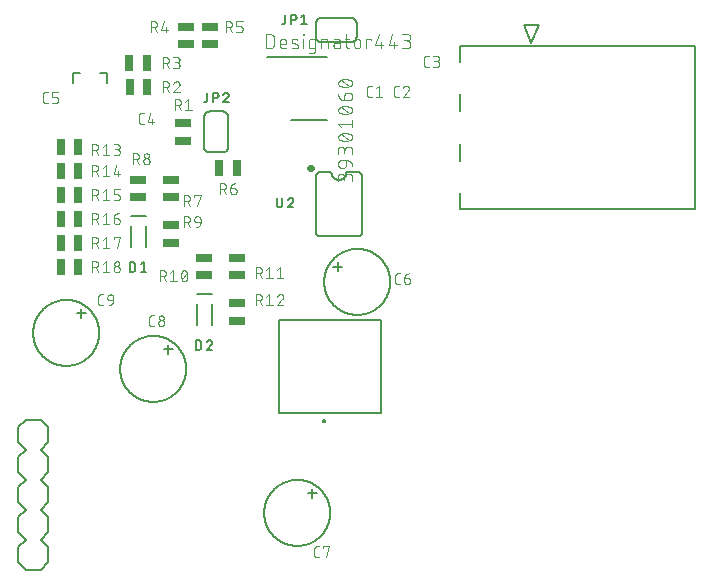
<source format=gbr>
G04 EAGLE Gerber RS-274X export*
G75*
%MOMM*%
%FSLAX34Y34*%
%LPD*%
%INSilkscreen Top*%
%IPPOS*%
%AMOC8*
5,1,8,0,0,1.08239X$1,22.5*%
G01*
%ADD10C,0.076200*%
%ADD11C,0.152400*%
%ADD12C,0.101600*%
%ADD13C,0.203200*%
%ADD14C,0.127000*%
%ADD15C,0.200000*%
%ADD16R,1.400000X0.650000*%
%ADD17R,0.650000X1.400000*%

G36*
X561095Y357255D02*
X561095Y357255D01*
X561097Y357257D01*
X561098Y357256D01*
X561769Y357491D01*
X561770Y357492D01*
X561771Y357492D01*
X562373Y357870D01*
X562374Y357872D01*
X562376Y357872D01*
X562878Y358374D01*
X562878Y358376D01*
X562880Y358377D01*
X563258Y358979D01*
X563258Y358980D01*
X563259Y358981D01*
X563494Y359652D01*
X563494Y359654D01*
X563495Y359655D01*
X563574Y360361D01*
X563574Y360362D01*
X563573Y360363D01*
X563574Y360364D01*
X563495Y361070D01*
X563493Y361072D01*
X563494Y361073D01*
X563259Y361744D01*
X563258Y361745D01*
X563258Y361746D01*
X562880Y362348D01*
X562878Y362349D01*
X562878Y362351D01*
X562376Y362853D01*
X562374Y362853D01*
X562373Y362855D01*
X561771Y363233D01*
X561770Y363233D01*
X561769Y363234D01*
X561098Y363469D01*
X561096Y363469D01*
X561095Y363470D01*
X560389Y363549D01*
X560387Y363548D01*
X560386Y363549D01*
X559680Y363470D01*
X559678Y363468D01*
X559677Y363469D01*
X559006Y363234D01*
X559005Y363233D01*
X559004Y363233D01*
X558402Y362855D01*
X558401Y362853D01*
X558399Y362853D01*
X557897Y362351D01*
X557897Y362349D01*
X557895Y362348D01*
X557517Y361746D01*
X557517Y361745D01*
X557516Y361744D01*
X557281Y361073D01*
X557282Y361071D01*
X557280Y361070D01*
X557201Y360364D01*
X557202Y360362D01*
X557201Y360361D01*
X557280Y359655D01*
X557282Y359653D01*
X557281Y359652D01*
X557516Y358981D01*
X557517Y358980D01*
X557517Y358979D01*
X557895Y358377D01*
X557897Y358376D01*
X557897Y358374D01*
X558399Y357872D01*
X558401Y357872D01*
X558402Y357870D01*
X559004Y357492D01*
X559005Y357492D01*
X559006Y357491D01*
X559677Y357256D01*
X559679Y357257D01*
X559680Y357255D01*
X560386Y357176D01*
X560388Y357177D01*
X560389Y357176D01*
X561095Y357255D01*
G37*
D10*
X611778Y420611D02*
X609689Y420611D01*
X609600Y420613D01*
X609512Y420619D01*
X609424Y420628D01*
X609336Y420641D01*
X609249Y420658D01*
X609163Y420678D01*
X609078Y420703D01*
X608993Y420730D01*
X608910Y420762D01*
X608829Y420796D01*
X608749Y420835D01*
X608671Y420876D01*
X608594Y420921D01*
X608520Y420969D01*
X608447Y421020D01*
X608377Y421074D01*
X608310Y421132D01*
X608244Y421192D01*
X608182Y421254D01*
X608122Y421320D01*
X608064Y421387D01*
X608010Y421457D01*
X607959Y421530D01*
X607911Y421604D01*
X607866Y421681D01*
X607825Y421759D01*
X607786Y421839D01*
X607752Y421920D01*
X607720Y422003D01*
X607693Y422088D01*
X607668Y422173D01*
X607648Y422259D01*
X607631Y422346D01*
X607618Y422434D01*
X607609Y422522D01*
X607603Y422610D01*
X607601Y422699D01*
X607601Y427921D01*
X607603Y428012D01*
X607609Y428103D01*
X607619Y428194D01*
X607633Y428284D01*
X607650Y428373D01*
X607672Y428461D01*
X607698Y428549D01*
X607727Y428635D01*
X607760Y428720D01*
X607797Y428803D01*
X607837Y428885D01*
X607881Y428965D01*
X607928Y429043D01*
X607979Y429119D01*
X608032Y429192D01*
X608089Y429263D01*
X608150Y429332D01*
X608213Y429397D01*
X608278Y429460D01*
X608347Y429520D01*
X608418Y429578D01*
X608491Y429631D01*
X608567Y429682D01*
X608645Y429729D01*
X608725Y429773D01*
X608807Y429813D01*
X608890Y429850D01*
X608975Y429883D01*
X609061Y429912D01*
X609149Y429938D01*
X609237Y429960D01*
X609326Y429977D01*
X609416Y429991D01*
X609507Y430001D01*
X609598Y430007D01*
X609689Y430009D01*
X611778Y430009D01*
X615247Y427921D02*
X617857Y430009D01*
X617857Y420611D01*
X615247Y420611D02*
X620468Y420611D01*
X632549Y420611D02*
X634638Y420611D01*
X632549Y420611D02*
X632460Y420613D01*
X632372Y420619D01*
X632284Y420628D01*
X632196Y420641D01*
X632109Y420658D01*
X632023Y420678D01*
X631938Y420703D01*
X631853Y420730D01*
X631770Y420762D01*
X631689Y420796D01*
X631609Y420835D01*
X631531Y420876D01*
X631454Y420921D01*
X631380Y420969D01*
X631307Y421020D01*
X631237Y421074D01*
X631170Y421132D01*
X631104Y421192D01*
X631042Y421254D01*
X630982Y421320D01*
X630924Y421387D01*
X630870Y421457D01*
X630819Y421530D01*
X630771Y421604D01*
X630726Y421681D01*
X630685Y421759D01*
X630646Y421839D01*
X630612Y421920D01*
X630580Y422003D01*
X630553Y422088D01*
X630528Y422173D01*
X630508Y422259D01*
X630491Y422346D01*
X630478Y422434D01*
X630469Y422522D01*
X630463Y422610D01*
X630461Y422699D01*
X630461Y427921D01*
X630463Y428012D01*
X630469Y428103D01*
X630479Y428194D01*
X630493Y428284D01*
X630510Y428373D01*
X630532Y428461D01*
X630558Y428549D01*
X630587Y428635D01*
X630620Y428720D01*
X630657Y428803D01*
X630697Y428885D01*
X630741Y428965D01*
X630788Y429043D01*
X630839Y429119D01*
X630892Y429192D01*
X630949Y429263D01*
X631010Y429332D01*
X631073Y429397D01*
X631138Y429460D01*
X631207Y429520D01*
X631278Y429578D01*
X631351Y429631D01*
X631427Y429682D01*
X631505Y429729D01*
X631585Y429773D01*
X631667Y429813D01*
X631750Y429850D01*
X631835Y429883D01*
X631921Y429912D01*
X632009Y429938D01*
X632097Y429960D01*
X632186Y429977D01*
X632276Y429991D01*
X632367Y430001D01*
X632458Y430007D01*
X632549Y430009D01*
X634638Y430009D01*
X640978Y430010D02*
X641073Y430008D01*
X641167Y430002D01*
X641261Y429993D01*
X641355Y429980D01*
X641448Y429963D01*
X641540Y429942D01*
X641632Y429917D01*
X641722Y429889D01*
X641811Y429857D01*
X641899Y429822D01*
X641985Y429783D01*
X642070Y429741D01*
X642153Y429695D01*
X642234Y429646D01*
X642313Y429594D01*
X642390Y429539D01*
X642464Y429480D01*
X642536Y429419D01*
X642606Y429355D01*
X642673Y429288D01*
X642737Y429218D01*
X642798Y429146D01*
X642857Y429072D01*
X642912Y428995D01*
X642964Y428916D01*
X643013Y428835D01*
X643059Y428752D01*
X643101Y428667D01*
X643140Y428581D01*
X643175Y428493D01*
X643207Y428404D01*
X643235Y428314D01*
X643260Y428222D01*
X643281Y428130D01*
X643298Y428037D01*
X643311Y427943D01*
X643320Y427849D01*
X643326Y427755D01*
X643328Y427660D01*
X640978Y430009D02*
X640870Y430007D01*
X640761Y430001D01*
X640653Y429991D01*
X640546Y429978D01*
X640439Y429960D01*
X640332Y429939D01*
X640227Y429914D01*
X640122Y429885D01*
X640019Y429853D01*
X639917Y429816D01*
X639816Y429776D01*
X639717Y429733D01*
X639619Y429686D01*
X639523Y429635D01*
X639429Y429581D01*
X639337Y429524D01*
X639247Y429463D01*
X639159Y429399D01*
X639074Y429333D01*
X638991Y429263D01*
X638911Y429190D01*
X638833Y429114D01*
X638758Y429036D01*
X638686Y428955D01*
X638617Y428871D01*
X638551Y428785D01*
X638488Y428697D01*
X638429Y428606D01*
X638372Y428514D01*
X638319Y428419D01*
X638270Y428323D01*
X638224Y428224D01*
X638181Y428125D01*
X638142Y428023D01*
X638107Y427921D01*
X642545Y425832D02*
X642614Y425901D01*
X642680Y425972D01*
X642744Y426045D01*
X642805Y426121D01*
X642863Y426200D01*
X642917Y426280D01*
X642969Y426363D01*
X643017Y426447D01*
X643063Y426533D01*
X643104Y426621D01*
X643143Y426711D01*
X643178Y426802D01*
X643209Y426894D01*
X643237Y426987D01*
X643261Y427081D01*
X643281Y427176D01*
X643298Y427272D01*
X643311Y427369D01*
X643320Y427466D01*
X643326Y427563D01*
X643328Y427660D01*
X642545Y425832D02*
X638107Y420611D01*
X643328Y420611D01*
X657949Y446011D02*
X660038Y446011D01*
X657949Y446011D02*
X657860Y446013D01*
X657772Y446019D01*
X657684Y446028D01*
X657596Y446041D01*
X657509Y446058D01*
X657423Y446078D01*
X657338Y446103D01*
X657253Y446130D01*
X657170Y446162D01*
X657089Y446196D01*
X657009Y446235D01*
X656931Y446276D01*
X656854Y446321D01*
X656780Y446369D01*
X656707Y446420D01*
X656637Y446474D01*
X656570Y446532D01*
X656504Y446592D01*
X656442Y446654D01*
X656382Y446720D01*
X656324Y446787D01*
X656270Y446857D01*
X656219Y446930D01*
X656171Y447004D01*
X656126Y447081D01*
X656085Y447159D01*
X656046Y447239D01*
X656012Y447320D01*
X655980Y447403D01*
X655953Y447488D01*
X655928Y447573D01*
X655908Y447659D01*
X655891Y447746D01*
X655878Y447834D01*
X655869Y447922D01*
X655863Y448010D01*
X655861Y448099D01*
X655861Y453321D01*
X655863Y453412D01*
X655869Y453503D01*
X655879Y453594D01*
X655893Y453684D01*
X655910Y453773D01*
X655932Y453861D01*
X655958Y453949D01*
X655987Y454035D01*
X656020Y454120D01*
X656057Y454203D01*
X656097Y454285D01*
X656141Y454365D01*
X656188Y454443D01*
X656239Y454519D01*
X656292Y454592D01*
X656349Y454663D01*
X656410Y454732D01*
X656473Y454797D01*
X656538Y454860D01*
X656607Y454920D01*
X656678Y454978D01*
X656751Y455031D01*
X656827Y455082D01*
X656905Y455129D01*
X656985Y455173D01*
X657067Y455213D01*
X657150Y455250D01*
X657235Y455283D01*
X657321Y455312D01*
X657409Y455338D01*
X657497Y455360D01*
X657586Y455377D01*
X657676Y455391D01*
X657767Y455401D01*
X657858Y455407D01*
X657949Y455409D01*
X660038Y455409D01*
X663507Y446011D02*
X666117Y446011D01*
X666218Y446013D01*
X666319Y446019D01*
X666420Y446029D01*
X666520Y446042D01*
X666620Y446060D01*
X666719Y446081D01*
X666817Y446107D01*
X666914Y446136D01*
X667010Y446168D01*
X667104Y446205D01*
X667197Y446245D01*
X667289Y446289D01*
X667378Y446336D01*
X667466Y446387D01*
X667552Y446441D01*
X667635Y446498D01*
X667717Y446558D01*
X667795Y446622D01*
X667872Y446688D01*
X667945Y446758D01*
X668016Y446830D01*
X668084Y446905D01*
X668149Y446983D01*
X668211Y447063D01*
X668270Y447145D01*
X668326Y447230D01*
X668378Y447317D01*
X668427Y447405D01*
X668473Y447496D01*
X668514Y447588D01*
X668553Y447682D01*
X668587Y447777D01*
X668618Y447873D01*
X668645Y447971D01*
X668669Y448069D01*
X668688Y448169D01*
X668704Y448269D01*
X668716Y448369D01*
X668724Y448470D01*
X668728Y448571D01*
X668728Y448673D01*
X668724Y448774D01*
X668716Y448875D01*
X668704Y448975D01*
X668688Y449075D01*
X668669Y449175D01*
X668645Y449273D01*
X668618Y449371D01*
X668587Y449467D01*
X668553Y449562D01*
X668514Y449656D01*
X668473Y449748D01*
X668427Y449839D01*
X668378Y449927D01*
X668326Y450014D01*
X668270Y450099D01*
X668211Y450181D01*
X668149Y450261D01*
X668084Y450339D01*
X668016Y450414D01*
X667945Y450486D01*
X667872Y450556D01*
X667795Y450622D01*
X667717Y450686D01*
X667635Y450746D01*
X667552Y450803D01*
X667466Y450857D01*
X667378Y450908D01*
X667289Y450955D01*
X667197Y450999D01*
X667104Y451039D01*
X667010Y451076D01*
X666914Y451108D01*
X666817Y451137D01*
X666719Y451163D01*
X666620Y451184D01*
X666520Y451202D01*
X666420Y451215D01*
X666319Y451225D01*
X666218Y451231D01*
X666117Y451233D01*
X666639Y455409D02*
X663507Y455409D01*
X666639Y455409D02*
X666729Y455407D01*
X666818Y455401D01*
X666908Y455392D01*
X666997Y455378D01*
X667085Y455361D01*
X667172Y455340D01*
X667259Y455315D01*
X667344Y455286D01*
X667428Y455254D01*
X667510Y455219D01*
X667591Y455179D01*
X667670Y455137D01*
X667747Y455091D01*
X667822Y455041D01*
X667895Y454989D01*
X667966Y454933D01*
X668034Y454875D01*
X668099Y454813D01*
X668162Y454749D01*
X668222Y454682D01*
X668279Y454613D01*
X668333Y454541D01*
X668384Y454467D01*
X668432Y454391D01*
X668476Y454313D01*
X668517Y454233D01*
X668555Y454151D01*
X668589Y454068D01*
X668619Y453983D01*
X668646Y453897D01*
X668669Y453811D01*
X668688Y453723D01*
X668703Y453634D01*
X668715Y453545D01*
X668723Y453456D01*
X668727Y453366D01*
X668727Y453276D01*
X668723Y453186D01*
X668715Y453097D01*
X668703Y453008D01*
X668688Y452919D01*
X668669Y452831D01*
X668646Y452745D01*
X668619Y452659D01*
X668589Y452574D01*
X668555Y452491D01*
X668517Y452409D01*
X668476Y452329D01*
X668432Y452251D01*
X668384Y452175D01*
X668333Y452101D01*
X668279Y452029D01*
X668222Y451960D01*
X668162Y451893D01*
X668099Y451829D01*
X668034Y451767D01*
X667966Y451709D01*
X667895Y451653D01*
X667822Y451601D01*
X667747Y451551D01*
X667670Y451505D01*
X667591Y451463D01*
X667510Y451423D01*
X667428Y451388D01*
X667344Y451356D01*
X667259Y451327D01*
X667172Y451302D01*
X667085Y451281D01*
X666997Y451264D01*
X666908Y451250D01*
X666818Y451241D01*
X666729Y451235D01*
X666639Y451233D01*
X666639Y451232D02*
X664551Y451232D01*
X418738Y397751D02*
X416649Y397751D01*
X416560Y397753D01*
X416472Y397759D01*
X416384Y397768D01*
X416296Y397781D01*
X416209Y397798D01*
X416123Y397818D01*
X416038Y397843D01*
X415953Y397870D01*
X415870Y397902D01*
X415789Y397936D01*
X415709Y397975D01*
X415631Y398016D01*
X415554Y398061D01*
X415480Y398109D01*
X415407Y398160D01*
X415337Y398214D01*
X415270Y398272D01*
X415204Y398332D01*
X415142Y398394D01*
X415082Y398460D01*
X415024Y398527D01*
X414970Y398597D01*
X414919Y398670D01*
X414871Y398744D01*
X414826Y398821D01*
X414785Y398899D01*
X414746Y398979D01*
X414712Y399060D01*
X414680Y399143D01*
X414653Y399228D01*
X414628Y399313D01*
X414608Y399399D01*
X414591Y399486D01*
X414578Y399574D01*
X414569Y399662D01*
X414563Y399750D01*
X414561Y399839D01*
X414561Y405061D01*
X414563Y405152D01*
X414569Y405243D01*
X414579Y405334D01*
X414593Y405424D01*
X414610Y405513D01*
X414632Y405601D01*
X414658Y405689D01*
X414687Y405775D01*
X414720Y405860D01*
X414757Y405943D01*
X414797Y406025D01*
X414841Y406105D01*
X414888Y406183D01*
X414939Y406259D01*
X414992Y406332D01*
X415049Y406403D01*
X415110Y406472D01*
X415173Y406537D01*
X415238Y406600D01*
X415307Y406660D01*
X415378Y406718D01*
X415451Y406771D01*
X415527Y406822D01*
X415605Y406869D01*
X415685Y406913D01*
X415767Y406953D01*
X415850Y406990D01*
X415935Y407023D01*
X416021Y407052D01*
X416109Y407078D01*
X416197Y407100D01*
X416286Y407117D01*
X416376Y407131D01*
X416467Y407141D01*
X416558Y407147D01*
X416649Y407149D01*
X418738Y407149D01*
X424295Y407149D02*
X422207Y399839D01*
X427428Y399839D01*
X425861Y397751D02*
X425861Y401928D01*
X337458Y415531D02*
X335369Y415531D01*
X335280Y415533D01*
X335192Y415539D01*
X335104Y415548D01*
X335016Y415561D01*
X334929Y415578D01*
X334843Y415598D01*
X334758Y415623D01*
X334673Y415650D01*
X334590Y415682D01*
X334509Y415716D01*
X334429Y415755D01*
X334351Y415796D01*
X334274Y415841D01*
X334200Y415889D01*
X334127Y415940D01*
X334057Y415994D01*
X333990Y416052D01*
X333924Y416112D01*
X333862Y416174D01*
X333802Y416240D01*
X333744Y416307D01*
X333690Y416377D01*
X333639Y416450D01*
X333591Y416524D01*
X333546Y416601D01*
X333505Y416679D01*
X333466Y416759D01*
X333432Y416840D01*
X333400Y416923D01*
X333373Y417008D01*
X333348Y417093D01*
X333328Y417179D01*
X333311Y417266D01*
X333298Y417354D01*
X333289Y417442D01*
X333283Y417530D01*
X333281Y417619D01*
X333281Y422841D01*
X333283Y422932D01*
X333289Y423023D01*
X333299Y423114D01*
X333313Y423204D01*
X333330Y423293D01*
X333352Y423381D01*
X333378Y423469D01*
X333407Y423555D01*
X333440Y423640D01*
X333477Y423723D01*
X333517Y423805D01*
X333561Y423885D01*
X333608Y423963D01*
X333659Y424039D01*
X333712Y424112D01*
X333769Y424183D01*
X333830Y424252D01*
X333893Y424317D01*
X333958Y424380D01*
X334027Y424440D01*
X334098Y424498D01*
X334171Y424551D01*
X334247Y424602D01*
X334325Y424649D01*
X334405Y424693D01*
X334487Y424733D01*
X334570Y424770D01*
X334655Y424803D01*
X334741Y424832D01*
X334829Y424858D01*
X334917Y424880D01*
X335006Y424897D01*
X335096Y424911D01*
X335187Y424921D01*
X335278Y424927D01*
X335369Y424929D01*
X337458Y424929D01*
X340927Y415531D02*
X344059Y415531D01*
X344148Y415533D01*
X344236Y415539D01*
X344324Y415548D01*
X344412Y415561D01*
X344499Y415578D01*
X344585Y415598D01*
X344670Y415623D01*
X344755Y415650D01*
X344838Y415682D01*
X344919Y415716D01*
X344999Y415755D01*
X345077Y415796D01*
X345154Y415841D01*
X345228Y415889D01*
X345301Y415940D01*
X345371Y415994D01*
X345438Y416052D01*
X345504Y416112D01*
X345566Y416174D01*
X345626Y416240D01*
X345684Y416307D01*
X345738Y416377D01*
X345789Y416450D01*
X345837Y416524D01*
X345882Y416601D01*
X345923Y416679D01*
X345962Y416759D01*
X345996Y416840D01*
X346028Y416923D01*
X346055Y417008D01*
X346080Y417093D01*
X346100Y417179D01*
X346117Y417266D01*
X346130Y417354D01*
X346139Y417442D01*
X346145Y417530D01*
X346147Y417619D01*
X346148Y417619D02*
X346148Y418664D01*
X346147Y418664D02*
X346145Y418753D01*
X346139Y418841D01*
X346130Y418929D01*
X346117Y419017D01*
X346100Y419104D01*
X346080Y419190D01*
X346055Y419275D01*
X346028Y419360D01*
X345996Y419443D01*
X345962Y419524D01*
X345923Y419604D01*
X345882Y419682D01*
X345837Y419759D01*
X345789Y419833D01*
X345738Y419906D01*
X345684Y419976D01*
X345626Y420043D01*
X345566Y420109D01*
X345504Y420171D01*
X345438Y420231D01*
X345371Y420289D01*
X345301Y420343D01*
X345228Y420394D01*
X345154Y420442D01*
X345077Y420487D01*
X344999Y420528D01*
X344919Y420567D01*
X344838Y420601D01*
X344755Y420633D01*
X344670Y420660D01*
X344585Y420685D01*
X344499Y420705D01*
X344412Y420722D01*
X344324Y420735D01*
X344236Y420744D01*
X344148Y420750D01*
X344059Y420752D01*
X340927Y420752D01*
X340927Y424929D01*
X346148Y424929D01*
D11*
X579120Y276860D02*
X582930Y276860D01*
X582930Y273050D01*
X582930Y276860D02*
X586740Y276860D01*
X582930Y276860D02*
X582930Y280670D01*
X571500Y264160D02*
X571508Y264846D01*
X571534Y265531D01*
X571576Y266215D01*
X571635Y266899D01*
X571710Y267580D01*
X571802Y268260D01*
X571911Y268937D01*
X572037Y269611D01*
X572179Y270282D01*
X572337Y270949D01*
X572512Y271612D01*
X572703Y272271D01*
X572910Y272924D01*
X573133Y273573D01*
X573372Y274215D01*
X573627Y274852D01*
X573897Y275482D01*
X574183Y276106D01*
X574483Y276722D01*
X574799Y277331D01*
X575130Y277932D01*
X575475Y278524D01*
X575835Y279108D01*
X576209Y279683D01*
X576597Y280248D01*
X576998Y280804D01*
X577414Y281350D01*
X577842Y281885D01*
X578284Y282410D01*
X578738Y282923D01*
X579205Y283426D01*
X579683Y283917D01*
X580174Y284395D01*
X580677Y284862D01*
X581190Y285316D01*
X581715Y285758D01*
X582250Y286186D01*
X582796Y286602D01*
X583352Y287003D01*
X583917Y287391D01*
X584492Y287765D01*
X585076Y288125D01*
X585668Y288470D01*
X586269Y288801D01*
X586878Y289117D01*
X587494Y289417D01*
X588118Y289703D01*
X588748Y289973D01*
X589385Y290228D01*
X590027Y290467D01*
X590676Y290690D01*
X591329Y290897D01*
X591988Y291088D01*
X592651Y291263D01*
X593318Y291421D01*
X593989Y291563D01*
X594663Y291689D01*
X595340Y291798D01*
X596020Y291890D01*
X596701Y291965D01*
X597385Y292024D01*
X598069Y292066D01*
X598754Y292092D01*
X599440Y292100D01*
X600126Y292092D01*
X600811Y292066D01*
X601495Y292024D01*
X602179Y291965D01*
X602860Y291890D01*
X603540Y291798D01*
X604217Y291689D01*
X604891Y291563D01*
X605562Y291421D01*
X606229Y291263D01*
X606892Y291088D01*
X607551Y290897D01*
X608204Y290690D01*
X608853Y290467D01*
X609495Y290228D01*
X610132Y289973D01*
X610762Y289703D01*
X611386Y289417D01*
X612002Y289117D01*
X612611Y288801D01*
X613212Y288470D01*
X613804Y288125D01*
X614388Y287765D01*
X614963Y287391D01*
X615528Y287003D01*
X616084Y286602D01*
X616630Y286186D01*
X617165Y285758D01*
X617690Y285316D01*
X618203Y284862D01*
X618706Y284395D01*
X619197Y283917D01*
X619675Y283426D01*
X620142Y282923D01*
X620596Y282410D01*
X621038Y281885D01*
X621466Y281350D01*
X621882Y280804D01*
X622283Y280248D01*
X622671Y279683D01*
X623045Y279108D01*
X623405Y278524D01*
X623750Y277932D01*
X624081Y277331D01*
X624397Y276722D01*
X624697Y276106D01*
X624983Y275482D01*
X625253Y274852D01*
X625508Y274215D01*
X625747Y273573D01*
X625970Y272924D01*
X626177Y272271D01*
X626368Y271612D01*
X626543Y270949D01*
X626701Y270282D01*
X626843Y269611D01*
X626969Y268937D01*
X627078Y268260D01*
X627170Y267580D01*
X627245Y266899D01*
X627304Y266215D01*
X627346Y265531D01*
X627372Y264846D01*
X627380Y264160D01*
X627372Y263474D01*
X627346Y262789D01*
X627304Y262105D01*
X627245Y261421D01*
X627170Y260740D01*
X627078Y260060D01*
X626969Y259383D01*
X626843Y258709D01*
X626701Y258038D01*
X626543Y257371D01*
X626368Y256708D01*
X626177Y256049D01*
X625970Y255396D01*
X625747Y254747D01*
X625508Y254105D01*
X625253Y253468D01*
X624983Y252838D01*
X624697Y252214D01*
X624397Y251598D01*
X624081Y250989D01*
X623750Y250388D01*
X623405Y249796D01*
X623045Y249212D01*
X622671Y248637D01*
X622283Y248072D01*
X621882Y247516D01*
X621466Y246970D01*
X621038Y246435D01*
X620596Y245910D01*
X620142Y245397D01*
X619675Y244894D01*
X619197Y244403D01*
X618706Y243925D01*
X618203Y243458D01*
X617690Y243004D01*
X617165Y242562D01*
X616630Y242134D01*
X616084Y241718D01*
X615528Y241317D01*
X614963Y240929D01*
X614388Y240555D01*
X613804Y240195D01*
X613212Y239850D01*
X612611Y239519D01*
X612002Y239203D01*
X611386Y238903D01*
X610762Y238617D01*
X610132Y238347D01*
X609495Y238092D01*
X608853Y237853D01*
X608204Y237630D01*
X607551Y237423D01*
X606892Y237232D01*
X606229Y237057D01*
X605562Y236899D01*
X604891Y236757D01*
X604217Y236631D01*
X603540Y236522D01*
X602860Y236430D01*
X602179Y236355D01*
X601495Y236296D01*
X600811Y236254D01*
X600126Y236228D01*
X599440Y236220D01*
X598754Y236228D01*
X598069Y236254D01*
X597385Y236296D01*
X596701Y236355D01*
X596020Y236430D01*
X595340Y236522D01*
X594663Y236631D01*
X593989Y236757D01*
X593318Y236899D01*
X592651Y237057D01*
X591988Y237232D01*
X591329Y237423D01*
X590676Y237630D01*
X590027Y237853D01*
X589385Y238092D01*
X588748Y238347D01*
X588118Y238617D01*
X587494Y238903D01*
X586878Y239203D01*
X586269Y239519D01*
X585668Y239850D01*
X585076Y240195D01*
X584492Y240555D01*
X583917Y240929D01*
X583352Y241317D01*
X582796Y241718D01*
X582250Y242134D01*
X581715Y242562D01*
X581190Y243004D01*
X580677Y243458D01*
X580174Y243925D01*
X579683Y244403D01*
X579205Y244894D01*
X578738Y245397D01*
X578284Y245910D01*
X577842Y246435D01*
X577414Y246970D01*
X576998Y247516D01*
X576597Y248072D01*
X576209Y248637D01*
X575835Y249212D01*
X575475Y249796D01*
X575130Y250388D01*
X574799Y250989D01*
X574483Y251598D01*
X574183Y252214D01*
X573897Y252838D01*
X573627Y253468D01*
X573372Y254105D01*
X573133Y254747D01*
X572910Y255396D01*
X572703Y256049D01*
X572512Y256708D01*
X572337Y257371D01*
X572179Y258038D01*
X572037Y258709D01*
X571911Y259383D01*
X571802Y260060D01*
X571710Y260740D01*
X571635Y261421D01*
X571576Y262105D01*
X571534Y262789D01*
X571508Y263474D01*
X571500Y264160D01*
D12*
X633730Y262128D02*
X635762Y262128D01*
X633730Y262128D02*
X633641Y262130D01*
X633553Y262136D01*
X633465Y262145D01*
X633377Y262159D01*
X633290Y262176D01*
X633204Y262197D01*
X633119Y262222D01*
X633035Y262251D01*
X632952Y262283D01*
X632871Y262318D01*
X632792Y262358D01*
X632714Y262400D01*
X632638Y262446D01*
X632564Y262495D01*
X632493Y262548D01*
X632424Y262603D01*
X632357Y262662D01*
X632293Y262723D01*
X632232Y262787D01*
X632173Y262854D01*
X632118Y262923D01*
X632065Y262994D01*
X632016Y263068D01*
X631970Y263144D01*
X631928Y263222D01*
X631888Y263301D01*
X631853Y263382D01*
X631821Y263465D01*
X631792Y263549D01*
X631767Y263634D01*
X631746Y263720D01*
X631729Y263807D01*
X631715Y263895D01*
X631706Y263983D01*
X631700Y264071D01*
X631698Y264160D01*
X631698Y269240D01*
X631700Y269329D01*
X631706Y269417D01*
X631715Y269505D01*
X631729Y269593D01*
X631746Y269680D01*
X631767Y269766D01*
X631792Y269851D01*
X631821Y269935D01*
X631853Y270018D01*
X631888Y270099D01*
X631928Y270178D01*
X631970Y270256D01*
X632016Y270332D01*
X632065Y270406D01*
X632118Y270477D01*
X632173Y270546D01*
X632232Y270613D01*
X632293Y270677D01*
X632357Y270738D01*
X632424Y270797D01*
X632493Y270852D01*
X632564Y270905D01*
X632638Y270954D01*
X632714Y271000D01*
X632792Y271042D01*
X632871Y271082D01*
X632952Y271117D01*
X633035Y271149D01*
X633119Y271178D01*
X633204Y271203D01*
X633290Y271224D01*
X633377Y271241D01*
X633465Y271255D01*
X633553Y271264D01*
X633641Y271270D01*
X633730Y271272D01*
X635762Y271272D01*
X639348Y267208D02*
X642396Y267208D01*
X642485Y267206D01*
X642573Y267200D01*
X642661Y267191D01*
X642749Y267177D01*
X642836Y267160D01*
X642922Y267139D01*
X643007Y267114D01*
X643091Y267085D01*
X643174Y267053D01*
X643255Y267018D01*
X643334Y266978D01*
X643412Y266936D01*
X643488Y266890D01*
X643562Y266841D01*
X643633Y266788D01*
X643702Y266733D01*
X643769Y266674D01*
X643833Y266613D01*
X643894Y266549D01*
X643953Y266482D01*
X644008Y266413D01*
X644061Y266342D01*
X644110Y266268D01*
X644156Y266192D01*
X644198Y266114D01*
X644238Y266035D01*
X644273Y265954D01*
X644305Y265871D01*
X644334Y265787D01*
X644359Y265702D01*
X644380Y265616D01*
X644397Y265529D01*
X644411Y265441D01*
X644420Y265353D01*
X644426Y265265D01*
X644428Y265176D01*
X644428Y264668D01*
X644426Y264568D01*
X644420Y264469D01*
X644410Y264369D01*
X644397Y264271D01*
X644379Y264172D01*
X644358Y264075D01*
X644333Y263979D01*
X644304Y263883D01*
X644271Y263789D01*
X644235Y263696D01*
X644195Y263605D01*
X644151Y263515D01*
X644104Y263427D01*
X644054Y263341D01*
X644000Y263257D01*
X643943Y263175D01*
X643883Y263096D01*
X643819Y263018D01*
X643753Y262944D01*
X643684Y262872D01*
X643612Y262803D01*
X643538Y262737D01*
X643460Y262673D01*
X643381Y262613D01*
X643299Y262556D01*
X643215Y262502D01*
X643129Y262452D01*
X643041Y262405D01*
X642951Y262361D01*
X642860Y262321D01*
X642767Y262285D01*
X642673Y262252D01*
X642577Y262223D01*
X642481Y262198D01*
X642384Y262177D01*
X642285Y262159D01*
X642187Y262146D01*
X642087Y262136D01*
X641988Y262130D01*
X641888Y262128D01*
X641788Y262130D01*
X641689Y262136D01*
X641589Y262146D01*
X641491Y262159D01*
X641392Y262177D01*
X641295Y262198D01*
X641199Y262223D01*
X641103Y262252D01*
X641009Y262285D01*
X640916Y262321D01*
X640825Y262361D01*
X640735Y262405D01*
X640647Y262452D01*
X640561Y262502D01*
X640477Y262556D01*
X640395Y262613D01*
X640316Y262673D01*
X640238Y262737D01*
X640164Y262803D01*
X640092Y262872D01*
X640023Y262944D01*
X639957Y263018D01*
X639893Y263096D01*
X639833Y263175D01*
X639776Y263257D01*
X639722Y263341D01*
X639672Y263427D01*
X639625Y263515D01*
X639581Y263605D01*
X639541Y263696D01*
X639505Y263789D01*
X639472Y263883D01*
X639443Y263979D01*
X639418Y264075D01*
X639397Y264172D01*
X639379Y264271D01*
X639366Y264369D01*
X639356Y264469D01*
X639350Y264568D01*
X639348Y264668D01*
X639348Y267208D01*
X639350Y267333D01*
X639356Y267458D01*
X639365Y267583D01*
X639379Y267707D01*
X639396Y267831D01*
X639417Y267955D01*
X639442Y268077D01*
X639471Y268199D01*
X639503Y268320D01*
X639539Y268440D01*
X639579Y268559D01*
X639622Y268676D01*
X639669Y268792D01*
X639720Y268907D01*
X639774Y269019D01*
X639832Y269131D01*
X639892Y269240D01*
X639957Y269347D01*
X640024Y269453D01*
X640095Y269556D01*
X640169Y269657D01*
X640246Y269756D01*
X640326Y269852D01*
X640409Y269946D01*
X640494Y270037D01*
X640583Y270126D01*
X640674Y270211D01*
X640768Y270294D01*
X640864Y270374D01*
X640963Y270451D01*
X641064Y270525D01*
X641167Y270596D01*
X641273Y270663D01*
X641380Y270728D01*
X641489Y270788D01*
X641601Y270846D01*
X641713Y270900D01*
X641828Y270951D01*
X641944Y270998D01*
X642061Y271041D01*
X642180Y271081D01*
X642300Y271117D01*
X642421Y271149D01*
X642543Y271178D01*
X642665Y271203D01*
X642789Y271224D01*
X642913Y271241D01*
X643037Y271255D01*
X643162Y271264D01*
X643287Y271270D01*
X643412Y271272D01*
D11*
X561340Y88900D02*
X561340Y85090D01*
X557530Y85090D01*
X561340Y85090D02*
X561340Y81280D01*
X561340Y85090D02*
X565150Y85090D01*
X520700Y68580D02*
X520708Y69266D01*
X520734Y69951D01*
X520776Y70635D01*
X520835Y71319D01*
X520910Y72000D01*
X521002Y72680D01*
X521111Y73357D01*
X521237Y74031D01*
X521379Y74702D01*
X521537Y75369D01*
X521712Y76032D01*
X521903Y76691D01*
X522110Y77344D01*
X522333Y77993D01*
X522572Y78635D01*
X522827Y79272D01*
X523097Y79902D01*
X523383Y80526D01*
X523683Y81142D01*
X523999Y81751D01*
X524330Y82352D01*
X524675Y82944D01*
X525035Y83528D01*
X525409Y84103D01*
X525797Y84668D01*
X526198Y85224D01*
X526614Y85770D01*
X527042Y86305D01*
X527484Y86830D01*
X527938Y87343D01*
X528405Y87846D01*
X528883Y88337D01*
X529374Y88815D01*
X529877Y89282D01*
X530390Y89736D01*
X530915Y90178D01*
X531450Y90606D01*
X531996Y91022D01*
X532552Y91423D01*
X533117Y91811D01*
X533692Y92185D01*
X534276Y92545D01*
X534868Y92890D01*
X535469Y93221D01*
X536078Y93537D01*
X536694Y93837D01*
X537318Y94123D01*
X537948Y94393D01*
X538585Y94648D01*
X539227Y94887D01*
X539876Y95110D01*
X540529Y95317D01*
X541188Y95508D01*
X541851Y95683D01*
X542518Y95841D01*
X543189Y95983D01*
X543863Y96109D01*
X544540Y96218D01*
X545220Y96310D01*
X545901Y96385D01*
X546585Y96444D01*
X547269Y96486D01*
X547954Y96512D01*
X548640Y96520D01*
X549326Y96512D01*
X550011Y96486D01*
X550695Y96444D01*
X551379Y96385D01*
X552060Y96310D01*
X552740Y96218D01*
X553417Y96109D01*
X554091Y95983D01*
X554762Y95841D01*
X555429Y95683D01*
X556092Y95508D01*
X556751Y95317D01*
X557404Y95110D01*
X558053Y94887D01*
X558695Y94648D01*
X559332Y94393D01*
X559962Y94123D01*
X560586Y93837D01*
X561202Y93537D01*
X561811Y93221D01*
X562412Y92890D01*
X563004Y92545D01*
X563588Y92185D01*
X564163Y91811D01*
X564728Y91423D01*
X565284Y91022D01*
X565830Y90606D01*
X566365Y90178D01*
X566890Y89736D01*
X567403Y89282D01*
X567906Y88815D01*
X568397Y88337D01*
X568875Y87846D01*
X569342Y87343D01*
X569796Y86830D01*
X570238Y86305D01*
X570666Y85770D01*
X571082Y85224D01*
X571483Y84668D01*
X571871Y84103D01*
X572245Y83528D01*
X572605Y82944D01*
X572950Y82352D01*
X573281Y81751D01*
X573597Y81142D01*
X573897Y80526D01*
X574183Y79902D01*
X574453Y79272D01*
X574708Y78635D01*
X574947Y77993D01*
X575170Y77344D01*
X575377Y76691D01*
X575568Y76032D01*
X575743Y75369D01*
X575901Y74702D01*
X576043Y74031D01*
X576169Y73357D01*
X576278Y72680D01*
X576370Y72000D01*
X576445Y71319D01*
X576504Y70635D01*
X576546Y69951D01*
X576572Y69266D01*
X576580Y68580D01*
X576572Y67894D01*
X576546Y67209D01*
X576504Y66525D01*
X576445Y65841D01*
X576370Y65160D01*
X576278Y64480D01*
X576169Y63803D01*
X576043Y63129D01*
X575901Y62458D01*
X575743Y61791D01*
X575568Y61128D01*
X575377Y60469D01*
X575170Y59816D01*
X574947Y59167D01*
X574708Y58525D01*
X574453Y57888D01*
X574183Y57258D01*
X573897Y56634D01*
X573597Y56018D01*
X573281Y55409D01*
X572950Y54808D01*
X572605Y54216D01*
X572245Y53632D01*
X571871Y53057D01*
X571483Y52492D01*
X571082Y51936D01*
X570666Y51390D01*
X570238Y50855D01*
X569796Y50330D01*
X569342Y49817D01*
X568875Y49314D01*
X568397Y48823D01*
X567906Y48345D01*
X567403Y47878D01*
X566890Y47424D01*
X566365Y46982D01*
X565830Y46554D01*
X565284Y46138D01*
X564728Y45737D01*
X564163Y45349D01*
X563588Y44975D01*
X563004Y44615D01*
X562412Y44270D01*
X561811Y43939D01*
X561202Y43623D01*
X560586Y43323D01*
X559962Y43037D01*
X559332Y42767D01*
X558695Y42512D01*
X558053Y42273D01*
X557404Y42050D01*
X556751Y41843D01*
X556092Y41652D01*
X555429Y41477D01*
X554762Y41319D01*
X554091Y41177D01*
X553417Y41051D01*
X552740Y40942D01*
X552060Y40850D01*
X551379Y40775D01*
X550695Y40716D01*
X550011Y40674D01*
X549326Y40648D01*
X548640Y40640D01*
X547954Y40648D01*
X547269Y40674D01*
X546585Y40716D01*
X545901Y40775D01*
X545220Y40850D01*
X544540Y40942D01*
X543863Y41051D01*
X543189Y41177D01*
X542518Y41319D01*
X541851Y41477D01*
X541188Y41652D01*
X540529Y41843D01*
X539876Y42050D01*
X539227Y42273D01*
X538585Y42512D01*
X537948Y42767D01*
X537318Y43037D01*
X536694Y43323D01*
X536078Y43623D01*
X535469Y43939D01*
X534868Y44270D01*
X534276Y44615D01*
X533692Y44975D01*
X533117Y45349D01*
X532552Y45737D01*
X531996Y46138D01*
X531450Y46554D01*
X530915Y46982D01*
X530390Y47424D01*
X529877Y47878D01*
X529374Y48345D01*
X528883Y48823D01*
X528405Y49314D01*
X527938Y49817D01*
X527484Y50330D01*
X527042Y50855D01*
X526614Y51390D01*
X526198Y51936D01*
X525797Y52492D01*
X525409Y53057D01*
X525035Y53632D01*
X524675Y54216D01*
X524330Y54808D01*
X523999Y55409D01*
X523683Y56018D01*
X523383Y56634D01*
X523097Y57258D01*
X522827Y57888D01*
X522572Y58525D01*
X522333Y59167D01*
X522110Y59816D01*
X521903Y60469D01*
X521712Y61128D01*
X521537Y61791D01*
X521379Y62458D01*
X521237Y63129D01*
X521111Y63803D01*
X521002Y64480D01*
X520910Y65160D01*
X520835Y65841D01*
X520776Y66525D01*
X520734Y67209D01*
X520708Y67894D01*
X520700Y68580D01*
D12*
X565150Y30988D02*
X567182Y30988D01*
X565150Y30988D02*
X565061Y30990D01*
X564973Y30996D01*
X564885Y31005D01*
X564797Y31019D01*
X564710Y31036D01*
X564624Y31057D01*
X564539Y31082D01*
X564455Y31111D01*
X564372Y31143D01*
X564291Y31178D01*
X564212Y31218D01*
X564134Y31260D01*
X564058Y31306D01*
X563984Y31355D01*
X563913Y31408D01*
X563844Y31463D01*
X563777Y31522D01*
X563713Y31583D01*
X563652Y31647D01*
X563593Y31714D01*
X563538Y31783D01*
X563485Y31854D01*
X563436Y31928D01*
X563390Y32004D01*
X563348Y32082D01*
X563308Y32161D01*
X563273Y32242D01*
X563241Y32325D01*
X563212Y32409D01*
X563187Y32494D01*
X563166Y32580D01*
X563149Y32667D01*
X563135Y32755D01*
X563126Y32843D01*
X563120Y32931D01*
X563118Y33020D01*
X563118Y38100D01*
X563120Y38189D01*
X563126Y38277D01*
X563135Y38365D01*
X563149Y38453D01*
X563166Y38540D01*
X563187Y38626D01*
X563212Y38711D01*
X563241Y38795D01*
X563273Y38878D01*
X563308Y38959D01*
X563348Y39038D01*
X563390Y39116D01*
X563436Y39192D01*
X563485Y39266D01*
X563538Y39337D01*
X563593Y39406D01*
X563652Y39473D01*
X563713Y39537D01*
X563777Y39598D01*
X563844Y39657D01*
X563913Y39712D01*
X563984Y39765D01*
X564058Y39814D01*
X564134Y39860D01*
X564212Y39902D01*
X564291Y39942D01*
X564372Y39977D01*
X564455Y40009D01*
X564539Y40038D01*
X564624Y40063D01*
X564710Y40084D01*
X564797Y40101D01*
X564885Y40115D01*
X564973Y40124D01*
X565061Y40130D01*
X565150Y40132D01*
X567182Y40132D01*
X570768Y40132D02*
X570768Y39116D01*
X570768Y40132D02*
X575848Y40132D01*
X573308Y30988D01*
D11*
X439420Y207010D02*
X439420Y210820D01*
X439420Y207010D02*
X435610Y207010D01*
X439420Y207010D02*
X439420Y203200D01*
X439420Y207010D02*
X443230Y207010D01*
X398780Y190500D02*
X398788Y191186D01*
X398814Y191871D01*
X398856Y192555D01*
X398915Y193239D01*
X398990Y193920D01*
X399082Y194600D01*
X399191Y195277D01*
X399317Y195951D01*
X399459Y196622D01*
X399617Y197289D01*
X399792Y197952D01*
X399983Y198611D01*
X400190Y199264D01*
X400413Y199913D01*
X400652Y200555D01*
X400907Y201192D01*
X401177Y201822D01*
X401463Y202446D01*
X401763Y203062D01*
X402079Y203671D01*
X402410Y204272D01*
X402755Y204864D01*
X403115Y205448D01*
X403489Y206023D01*
X403877Y206588D01*
X404278Y207144D01*
X404694Y207690D01*
X405122Y208225D01*
X405564Y208750D01*
X406018Y209263D01*
X406485Y209766D01*
X406963Y210257D01*
X407454Y210735D01*
X407957Y211202D01*
X408470Y211656D01*
X408995Y212098D01*
X409530Y212526D01*
X410076Y212942D01*
X410632Y213343D01*
X411197Y213731D01*
X411772Y214105D01*
X412356Y214465D01*
X412948Y214810D01*
X413549Y215141D01*
X414158Y215457D01*
X414774Y215757D01*
X415398Y216043D01*
X416028Y216313D01*
X416665Y216568D01*
X417307Y216807D01*
X417956Y217030D01*
X418609Y217237D01*
X419268Y217428D01*
X419931Y217603D01*
X420598Y217761D01*
X421269Y217903D01*
X421943Y218029D01*
X422620Y218138D01*
X423300Y218230D01*
X423981Y218305D01*
X424665Y218364D01*
X425349Y218406D01*
X426034Y218432D01*
X426720Y218440D01*
X427406Y218432D01*
X428091Y218406D01*
X428775Y218364D01*
X429459Y218305D01*
X430140Y218230D01*
X430820Y218138D01*
X431497Y218029D01*
X432171Y217903D01*
X432842Y217761D01*
X433509Y217603D01*
X434172Y217428D01*
X434831Y217237D01*
X435484Y217030D01*
X436133Y216807D01*
X436775Y216568D01*
X437412Y216313D01*
X438042Y216043D01*
X438666Y215757D01*
X439282Y215457D01*
X439891Y215141D01*
X440492Y214810D01*
X441084Y214465D01*
X441668Y214105D01*
X442243Y213731D01*
X442808Y213343D01*
X443364Y212942D01*
X443910Y212526D01*
X444445Y212098D01*
X444970Y211656D01*
X445483Y211202D01*
X445986Y210735D01*
X446477Y210257D01*
X446955Y209766D01*
X447422Y209263D01*
X447876Y208750D01*
X448318Y208225D01*
X448746Y207690D01*
X449162Y207144D01*
X449563Y206588D01*
X449951Y206023D01*
X450325Y205448D01*
X450685Y204864D01*
X451030Y204272D01*
X451361Y203671D01*
X451677Y203062D01*
X451977Y202446D01*
X452263Y201822D01*
X452533Y201192D01*
X452788Y200555D01*
X453027Y199913D01*
X453250Y199264D01*
X453457Y198611D01*
X453648Y197952D01*
X453823Y197289D01*
X453981Y196622D01*
X454123Y195951D01*
X454249Y195277D01*
X454358Y194600D01*
X454450Y193920D01*
X454525Y193239D01*
X454584Y192555D01*
X454626Y191871D01*
X454652Y191186D01*
X454660Y190500D01*
X454652Y189814D01*
X454626Y189129D01*
X454584Y188445D01*
X454525Y187761D01*
X454450Y187080D01*
X454358Y186400D01*
X454249Y185723D01*
X454123Y185049D01*
X453981Y184378D01*
X453823Y183711D01*
X453648Y183048D01*
X453457Y182389D01*
X453250Y181736D01*
X453027Y181087D01*
X452788Y180445D01*
X452533Y179808D01*
X452263Y179178D01*
X451977Y178554D01*
X451677Y177938D01*
X451361Y177329D01*
X451030Y176728D01*
X450685Y176136D01*
X450325Y175552D01*
X449951Y174977D01*
X449563Y174412D01*
X449162Y173856D01*
X448746Y173310D01*
X448318Y172775D01*
X447876Y172250D01*
X447422Y171737D01*
X446955Y171234D01*
X446477Y170743D01*
X445986Y170265D01*
X445483Y169798D01*
X444970Y169344D01*
X444445Y168902D01*
X443910Y168474D01*
X443364Y168058D01*
X442808Y167657D01*
X442243Y167269D01*
X441668Y166895D01*
X441084Y166535D01*
X440492Y166190D01*
X439891Y165859D01*
X439282Y165543D01*
X438666Y165243D01*
X438042Y164957D01*
X437412Y164687D01*
X436775Y164432D01*
X436133Y164193D01*
X435484Y163970D01*
X434831Y163763D01*
X434172Y163572D01*
X433509Y163397D01*
X432842Y163239D01*
X432171Y163097D01*
X431497Y162971D01*
X430820Y162862D01*
X430140Y162770D01*
X429459Y162695D01*
X428775Y162636D01*
X428091Y162594D01*
X427406Y162568D01*
X426720Y162560D01*
X426034Y162568D01*
X425349Y162594D01*
X424665Y162636D01*
X423981Y162695D01*
X423300Y162770D01*
X422620Y162862D01*
X421943Y162971D01*
X421269Y163097D01*
X420598Y163239D01*
X419931Y163397D01*
X419268Y163572D01*
X418609Y163763D01*
X417956Y163970D01*
X417307Y164193D01*
X416665Y164432D01*
X416028Y164687D01*
X415398Y164957D01*
X414774Y165243D01*
X414158Y165543D01*
X413549Y165859D01*
X412948Y166190D01*
X412356Y166535D01*
X411772Y166895D01*
X411197Y167269D01*
X410632Y167657D01*
X410076Y168058D01*
X409530Y168474D01*
X408995Y168902D01*
X408470Y169344D01*
X407957Y169798D01*
X407454Y170265D01*
X406963Y170743D01*
X406485Y171234D01*
X406018Y171737D01*
X405564Y172250D01*
X405122Y172775D01*
X404694Y173310D01*
X404278Y173856D01*
X403877Y174412D01*
X403489Y174977D01*
X403115Y175552D01*
X402755Y176136D01*
X402410Y176728D01*
X402079Y177329D01*
X401763Y177938D01*
X401463Y178554D01*
X401177Y179178D01*
X400907Y179808D01*
X400652Y180445D01*
X400413Y181087D01*
X400190Y181736D01*
X399983Y182389D01*
X399792Y183048D01*
X399617Y183711D01*
X399459Y184378D01*
X399317Y185049D01*
X399191Y185723D01*
X399082Y186400D01*
X398990Y187080D01*
X398915Y187761D01*
X398856Y188445D01*
X398814Y189129D01*
X398788Y189814D01*
X398780Y190500D01*
D12*
X425450Y226568D02*
X427482Y226568D01*
X425450Y226568D02*
X425361Y226570D01*
X425273Y226576D01*
X425185Y226585D01*
X425097Y226599D01*
X425010Y226616D01*
X424924Y226637D01*
X424839Y226662D01*
X424755Y226691D01*
X424672Y226723D01*
X424591Y226758D01*
X424512Y226798D01*
X424434Y226840D01*
X424358Y226886D01*
X424284Y226935D01*
X424213Y226988D01*
X424144Y227043D01*
X424077Y227102D01*
X424013Y227163D01*
X423952Y227227D01*
X423893Y227294D01*
X423838Y227363D01*
X423785Y227434D01*
X423736Y227508D01*
X423690Y227584D01*
X423648Y227662D01*
X423608Y227741D01*
X423573Y227822D01*
X423541Y227905D01*
X423512Y227989D01*
X423487Y228074D01*
X423466Y228160D01*
X423449Y228247D01*
X423435Y228335D01*
X423426Y228423D01*
X423420Y228511D01*
X423418Y228600D01*
X423418Y233680D01*
X423420Y233769D01*
X423426Y233857D01*
X423435Y233945D01*
X423449Y234033D01*
X423466Y234120D01*
X423487Y234206D01*
X423512Y234291D01*
X423541Y234375D01*
X423573Y234458D01*
X423608Y234539D01*
X423648Y234618D01*
X423690Y234696D01*
X423736Y234772D01*
X423785Y234846D01*
X423838Y234917D01*
X423893Y234986D01*
X423952Y235053D01*
X424013Y235117D01*
X424077Y235178D01*
X424144Y235237D01*
X424213Y235292D01*
X424284Y235345D01*
X424358Y235394D01*
X424434Y235440D01*
X424512Y235482D01*
X424591Y235522D01*
X424672Y235557D01*
X424755Y235589D01*
X424839Y235618D01*
X424924Y235643D01*
X425010Y235664D01*
X425097Y235681D01*
X425185Y235695D01*
X425273Y235704D01*
X425361Y235710D01*
X425450Y235712D01*
X427482Y235712D01*
X431068Y229108D02*
X431070Y229208D01*
X431076Y229307D01*
X431086Y229407D01*
X431099Y229505D01*
X431117Y229604D01*
X431138Y229701D01*
X431163Y229797D01*
X431192Y229893D01*
X431225Y229987D01*
X431261Y230080D01*
X431301Y230171D01*
X431345Y230261D01*
X431392Y230349D01*
X431442Y230435D01*
X431496Y230519D01*
X431553Y230601D01*
X431613Y230680D01*
X431677Y230758D01*
X431743Y230832D01*
X431812Y230904D01*
X431884Y230973D01*
X431958Y231039D01*
X432036Y231103D01*
X432115Y231163D01*
X432197Y231220D01*
X432281Y231274D01*
X432367Y231324D01*
X432455Y231371D01*
X432545Y231415D01*
X432636Y231455D01*
X432729Y231491D01*
X432823Y231524D01*
X432919Y231553D01*
X433015Y231578D01*
X433112Y231599D01*
X433211Y231617D01*
X433309Y231630D01*
X433409Y231640D01*
X433508Y231646D01*
X433608Y231648D01*
X433708Y231646D01*
X433807Y231640D01*
X433907Y231630D01*
X434005Y231617D01*
X434104Y231599D01*
X434201Y231578D01*
X434297Y231553D01*
X434393Y231524D01*
X434487Y231491D01*
X434580Y231455D01*
X434671Y231415D01*
X434761Y231371D01*
X434849Y231324D01*
X434935Y231274D01*
X435019Y231220D01*
X435101Y231163D01*
X435180Y231103D01*
X435258Y231039D01*
X435332Y230973D01*
X435404Y230904D01*
X435473Y230832D01*
X435539Y230758D01*
X435603Y230680D01*
X435663Y230601D01*
X435720Y230519D01*
X435774Y230435D01*
X435824Y230349D01*
X435871Y230261D01*
X435915Y230171D01*
X435955Y230080D01*
X435991Y229987D01*
X436024Y229893D01*
X436053Y229797D01*
X436078Y229701D01*
X436099Y229604D01*
X436117Y229505D01*
X436130Y229407D01*
X436140Y229307D01*
X436146Y229208D01*
X436148Y229108D01*
X436146Y229008D01*
X436140Y228909D01*
X436130Y228809D01*
X436117Y228711D01*
X436099Y228612D01*
X436078Y228515D01*
X436053Y228419D01*
X436024Y228323D01*
X435991Y228229D01*
X435955Y228136D01*
X435915Y228045D01*
X435871Y227955D01*
X435824Y227867D01*
X435774Y227781D01*
X435720Y227697D01*
X435663Y227615D01*
X435603Y227536D01*
X435539Y227458D01*
X435473Y227384D01*
X435404Y227312D01*
X435332Y227243D01*
X435258Y227177D01*
X435180Y227113D01*
X435101Y227053D01*
X435019Y226996D01*
X434935Y226942D01*
X434849Y226892D01*
X434761Y226845D01*
X434671Y226801D01*
X434580Y226761D01*
X434487Y226725D01*
X434393Y226692D01*
X434297Y226663D01*
X434201Y226638D01*
X434104Y226617D01*
X434005Y226599D01*
X433907Y226586D01*
X433807Y226576D01*
X433708Y226570D01*
X433608Y226568D01*
X433508Y226570D01*
X433409Y226576D01*
X433309Y226586D01*
X433211Y226599D01*
X433112Y226617D01*
X433015Y226638D01*
X432919Y226663D01*
X432823Y226692D01*
X432729Y226725D01*
X432636Y226761D01*
X432545Y226801D01*
X432455Y226845D01*
X432367Y226892D01*
X432281Y226942D01*
X432197Y226996D01*
X432115Y227053D01*
X432036Y227113D01*
X431958Y227177D01*
X431884Y227243D01*
X431812Y227312D01*
X431743Y227384D01*
X431677Y227458D01*
X431613Y227536D01*
X431553Y227615D01*
X431496Y227697D01*
X431442Y227781D01*
X431392Y227867D01*
X431345Y227955D01*
X431301Y228045D01*
X431261Y228136D01*
X431225Y228229D01*
X431192Y228323D01*
X431163Y228419D01*
X431138Y228515D01*
X431117Y228612D01*
X431099Y228711D01*
X431086Y228809D01*
X431076Y228909D01*
X431070Y229008D01*
X431068Y229108D01*
X431576Y233680D02*
X431578Y233769D01*
X431584Y233857D01*
X431593Y233945D01*
X431607Y234033D01*
X431624Y234120D01*
X431645Y234206D01*
X431670Y234291D01*
X431699Y234375D01*
X431731Y234458D01*
X431766Y234539D01*
X431806Y234618D01*
X431848Y234696D01*
X431894Y234772D01*
X431943Y234846D01*
X431996Y234917D01*
X432051Y234986D01*
X432110Y235053D01*
X432171Y235117D01*
X432235Y235178D01*
X432302Y235237D01*
X432371Y235292D01*
X432442Y235345D01*
X432516Y235394D01*
X432592Y235440D01*
X432670Y235482D01*
X432749Y235522D01*
X432830Y235557D01*
X432913Y235589D01*
X432997Y235618D01*
X433082Y235643D01*
X433168Y235664D01*
X433255Y235681D01*
X433343Y235695D01*
X433431Y235704D01*
X433519Y235710D01*
X433608Y235712D01*
X433697Y235710D01*
X433785Y235704D01*
X433873Y235695D01*
X433961Y235681D01*
X434048Y235664D01*
X434134Y235643D01*
X434219Y235618D01*
X434303Y235589D01*
X434386Y235557D01*
X434467Y235522D01*
X434546Y235482D01*
X434624Y235440D01*
X434700Y235394D01*
X434774Y235345D01*
X434845Y235292D01*
X434914Y235237D01*
X434981Y235178D01*
X435045Y235117D01*
X435106Y235053D01*
X435165Y234986D01*
X435220Y234917D01*
X435273Y234846D01*
X435322Y234772D01*
X435368Y234696D01*
X435410Y234618D01*
X435450Y234539D01*
X435485Y234458D01*
X435517Y234375D01*
X435546Y234291D01*
X435571Y234206D01*
X435592Y234120D01*
X435609Y234033D01*
X435623Y233945D01*
X435632Y233857D01*
X435638Y233769D01*
X435640Y233680D01*
X435638Y233591D01*
X435632Y233503D01*
X435623Y233415D01*
X435609Y233327D01*
X435592Y233240D01*
X435571Y233154D01*
X435546Y233069D01*
X435517Y232985D01*
X435485Y232902D01*
X435450Y232821D01*
X435410Y232742D01*
X435368Y232664D01*
X435322Y232588D01*
X435273Y232514D01*
X435220Y232443D01*
X435165Y232374D01*
X435106Y232307D01*
X435045Y232243D01*
X434981Y232182D01*
X434914Y232123D01*
X434845Y232068D01*
X434774Y232015D01*
X434700Y231966D01*
X434624Y231920D01*
X434546Y231878D01*
X434467Y231838D01*
X434386Y231803D01*
X434303Y231771D01*
X434219Y231742D01*
X434134Y231717D01*
X434048Y231696D01*
X433961Y231679D01*
X433873Y231665D01*
X433785Y231656D01*
X433697Y231650D01*
X433608Y231648D01*
X433519Y231650D01*
X433431Y231656D01*
X433343Y231665D01*
X433255Y231679D01*
X433168Y231696D01*
X433082Y231717D01*
X432997Y231742D01*
X432913Y231771D01*
X432830Y231803D01*
X432749Y231838D01*
X432670Y231878D01*
X432592Y231920D01*
X432516Y231966D01*
X432442Y232015D01*
X432371Y232068D01*
X432302Y232123D01*
X432235Y232182D01*
X432171Y232243D01*
X432110Y232307D01*
X432051Y232374D01*
X431996Y232443D01*
X431943Y232514D01*
X431894Y232588D01*
X431848Y232664D01*
X431806Y232742D01*
X431766Y232821D01*
X431731Y232902D01*
X431699Y232985D01*
X431670Y233069D01*
X431645Y233154D01*
X431624Y233240D01*
X431607Y233327D01*
X431593Y233415D01*
X431584Y233503D01*
X431578Y233591D01*
X431576Y233680D01*
D11*
X365760Y237490D02*
X365760Y241300D01*
X365760Y237490D02*
X361950Y237490D01*
X365760Y237490D02*
X365760Y233680D01*
X365760Y237490D02*
X369570Y237490D01*
X325120Y220980D02*
X325128Y221666D01*
X325154Y222351D01*
X325196Y223035D01*
X325255Y223719D01*
X325330Y224400D01*
X325422Y225080D01*
X325531Y225757D01*
X325657Y226431D01*
X325799Y227102D01*
X325957Y227769D01*
X326132Y228432D01*
X326323Y229091D01*
X326530Y229744D01*
X326753Y230393D01*
X326992Y231035D01*
X327247Y231672D01*
X327517Y232302D01*
X327803Y232926D01*
X328103Y233542D01*
X328419Y234151D01*
X328750Y234752D01*
X329095Y235344D01*
X329455Y235928D01*
X329829Y236503D01*
X330217Y237068D01*
X330618Y237624D01*
X331034Y238170D01*
X331462Y238705D01*
X331904Y239230D01*
X332358Y239743D01*
X332825Y240246D01*
X333303Y240737D01*
X333794Y241215D01*
X334297Y241682D01*
X334810Y242136D01*
X335335Y242578D01*
X335870Y243006D01*
X336416Y243422D01*
X336972Y243823D01*
X337537Y244211D01*
X338112Y244585D01*
X338696Y244945D01*
X339288Y245290D01*
X339889Y245621D01*
X340498Y245937D01*
X341114Y246237D01*
X341738Y246523D01*
X342368Y246793D01*
X343005Y247048D01*
X343647Y247287D01*
X344296Y247510D01*
X344949Y247717D01*
X345608Y247908D01*
X346271Y248083D01*
X346938Y248241D01*
X347609Y248383D01*
X348283Y248509D01*
X348960Y248618D01*
X349640Y248710D01*
X350321Y248785D01*
X351005Y248844D01*
X351689Y248886D01*
X352374Y248912D01*
X353060Y248920D01*
X353746Y248912D01*
X354431Y248886D01*
X355115Y248844D01*
X355799Y248785D01*
X356480Y248710D01*
X357160Y248618D01*
X357837Y248509D01*
X358511Y248383D01*
X359182Y248241D01*
X359849Y248083D01*
X360512Y247908D01*
X361171Y247717D01*
X361824Y247510D01*
X362473Y247287D01*
X363115Y247048D01*
X363752Y246793D01*
X364382Y246523D01*
X365006Y246237D01*
X365622Y245937D01*
X366231Y245621D01*
X366832Y245290D01*
X367424Y244945D01*
X368008Y244585D01*
X368583Y244211D01*
X369148Y243823D01*
X369704Y243422D01*
X370250Y243006D01*
X370785Y242578D01*
X371310Y242136D01*
X371823Y241682D01*
X372326Y241215D01*
X372817Y240737D01*
X373295Y240246D01*
X373762Y239743D01*
X374216Y239230D01*
X374658Y238705D01*
X375086Y238170D01*
X375502Y237624D01*
X375903Y237068D01*
X376291Y236503D01*
X376665Y235928D01*
X377025Y235344D01*
X377370Y234752D01*
X377701Y234151D01*
X378017Y233542D01*
X378317Y232926D01*
X378603Y232302D01*
X378873Y231672D01*
X379128Y231035D01*
X379367Y230393D01*
X379590Y229744D01*
X379797Y229091D01*
X379988Y228432D01*
X380163Y227769D01*
X380321Y227102D01*
X380463Y226431D01*
X380589Y225757D01*
X380698Y225080D01*
X380790Y224400D01*
X380865Y223719D01*
X380924Y223035D01*
X380966Y222351D01*
X380992Y221666D01*
X381000Y220980D01*
X380992Y220294D01*
X380966Y219609D01*
X380924Y218925D01*
X380865Y218241D01*
X380790Y217560D01*
X380698Y216880D01*
X380589Y216203D01*
X380463Y215529D01*
X380321Y214858D01*
X380163Y214191D01*
X379988Y213528D01*
X379797Y212869D01*
X379590Y212216D01*
X379367Y211567D01*
X379128Y210925D01*
X378873Y210288D01*
X378603Y209658D01*
X378317Y209034D01*
X378017Y208418D01*
X377701Y207809D01*
X377370Y207208D01*
X377025Y206616D01*
X376665Y206032D01*
X376291Y205457D01*
X375903Y204892D01*
X375502Y204336D01*
X375086Y203790D01*
X374658Y203255D01*
X374216Y202730D01*
X373762Y202217D01*
X373295Y201714D01*
X372817Y201223D01*
X372326Y200745D01*
X371823Y200278D01*
X371310Y199824D01*
X370785Y199382D01*
X370250Y198954D01*
X369704Y198538D01*
X369148Y198137D01*
X368583Y197749D01*
X368008Y197375D01*
X367424Y197015D01*
X366832Y196670D01*
X366231Y196339D01*
X365622Y196023D01*
X365006Y195723D01*
X364382Y195437D01*
X363752Y195167D01*
X363115Y194912D01*
X362473Y194673D01*
X361824Y194450D01*
X361171Y194243D01*
X360512Y194052D01*
X359849Y193877D01*
X359182Y193719D01*
X358511Y193577D01*
X357837Y193451D01*
X357160Y193342D01*
X356480Y193250D01*
X355799Y193175D01*
X355115Y193116D01*
X354431Y193074D01*
X353746Y193048D01*
X353060Y193040D01*
X352374Y193048D01*
X351689Y193074D01*
X351005Y193116D01*
X350321Y193175D01*
X349640Y193250D01*
X348960Y193342D01*
X348283Y193451D01*
X347609Y193577D01*
X346938Y193719D01*
X346271Y193877D01*
X345608Y194052D01*
X344949Y194243D01*
X344296Y194450D01*
X343647Y194673D01*
X343005Y194912D01*
X342368Y195167D01*
X341738Y195437D01*
X341114Y195723D01*
X340498Y196023D01*
X339889Y196339D01*
X339288Y196670D01*
X338696Y197015D01*
X338112Y197375D01*
X337537Y197749D01*
X336972Y198137D01*
X336416Y198538D01*
X335870Y198954D01*
X335335Y199382D01*
X334810Y199824D01*
X334297Y200278D01*
X333794Y200745D01*
X333303Y201223D01*
X332825Y201714D01*
X332358Y202217D01*
X331904Y202730D01*
X331462Y203255D01*
X331034Y203790D01*
X330618Y204336D01*
X330217Y204892D01*
X329829Y205457D01*
X329455Y206032D01*
X329095Y206616D01*
X328750Y207208D01*
X328419Y207809D01*
X328103Y208418D01*
X327803Y209034D01*
X327517Y209658D01*
X327247Y210288D01*
X326992Y210925D01*
X326753Y211567D01*
X326530Y212216D01*
X326323Y212869D01*
X326132Y213528D01*
X325957Y214191D01*
X325799Y214858D01*
X325657Y215529D01*
X325531Y216203D01*
X325422Y216880D01*
X325330Y217560D01*
X325255Y218241D01*
X325196Y218925D01*
X325154Y219609D01*
X325128Y220294D01*
X325120Y220980D01*
D12*
X382270Y244348D02*
X384302Y244348D01*
X382270Y244348D02*
X382181Y244350D01*
X382093Y244356D01*
X382005Y244365D01*
X381917Y244379D01*
X381830Y244396D01*
X381744Y244417D01*
X381659Y244442D01*
X381575Y244471D01*
X381492Y244503D01*
X381411Y244538D01*
X381332Y244578D01*
X381254Y244620D01*
X381178Y244666D01*
X381104Y244715D01*
X381033Y244768D01*
X380964Y244823D01*
X380897Y244882D01*
X380833Y244943D01*
X380772Y245007D01*
X380713Y245074D01*
X380658Y245143D01*
X380605Y245214D01*
X380556Y245288D01*
X380510Y245364D01*
X380468Y245442D01*
X380428Y245521D01*
X380393Y245602D01*
X380361Y245685D01*
X380332Y245769D01*
X380307Y245854D01*
X380286Y245940D01*
X380269Y246027D01*
X380255Y246115D01*
X380246Y246203D01*
X380240Y246291D01*
X380238Y246380D01*
X380238Y251460D01*
X380240Y251549D01*
X380246Y251637D01*
X380255Y251725D01*
X380269Y251813D01*
X380286Y251900D01*
X380307Y251986D01*
X380332Y252071D01*
X380361Y252155D01*
X380393Y252238D01*
X380428Y252319D01*
X380468Y252398D01*
X380510Y252476D01*
X380556Y252552D01*
X380605Y252626D01*
X380658Y252697D01*
X380713Y252766D01*
X380772Y252833D01*
X380833Y252897D01*
X380897Y252958D01*
X380964Y253017D01*
X381033Y253072D01*
X381104Y253125D01*
X381178Y253174D01*
X381254Y253220D01*
X381332Y253262D01*
X381411Y253302D01*
X381492Y253337D01*
X381575Y253369D01*
X381659Y253398D01*
X381744Y253423D01*
X381830Y253444D01*
X381917Y253461D01*
X382005Y253475D01*
X382093Y253484D01*
X382181Y253490D01*
X382270Y253492D01*
X384302Y253492D01*
X389920Y248412D02*
X392968Y248412D01*
X389920Y248412D02*
X389831Y248414D01*
X389743Y248420D01*
X389655Y248429D01*
X389567Y248443D01*
X389480Y248460D01*
X389394Y248481D01*
X389309Y248506D01*
X389225Y248535D01*
X389142Y248567D01*
X389061Y248602D01*
X388982Y248642D01*
X388904Y248684D01*
X388828Y248730D01*
X388754Y248779D01*
X388683Y248832D01*
X388614Y248887D01*
X388547Y248946D01*
X388483Y249007D01*
X388422Y249071D01*
X388363Y249138D01*
X388308Y249207D01*
X388255Y249278D01*
X388206Y249352D01*
X388160Y249428D01*
X388118Y249506D01*
X388078Y249585D01*
X388043Y249666D01*
X388011Y249749D01*
X387982Y249833D01*
X387957Y249918D01*
X387936Y250004D01*
X387919Y250091D01*
X387905Y250179D01*
X387896Y250267D01*
X387890Y250355D01*
X387888Y250444D01*
X387888Y250952D01*
X387890Y251052D01*
X387896Y251151D01*
X387906Y251251D01*
X387919Y251349D01*
X387937Y251448D01*
X387958Y251545D01*
X387983Y251641D01*
X388012Y251737D01*
X388045Y251831D01*
X388081Y251924D01*
X388121Y252015D01*
X388165Y252105D01*
X388212Y252193D01*
X388262Y252279D01*
X388316Y252363D01*
X388373Y252445D01*
X388433Y252524D01*
X388497Y252602D01*
X388563Y252676D01*
X388632Y252748D01*
X388704Y252817D01*
X388778Y252883D01*
X388856Y252947D01*
X388935Y253007D01*
X389017Y253064D01*
X389101Y253118D01*
X389187Y253168D01*
X389275Y253215D01*
X389365Y253259D01*
X389456Y253299D01*
X389549Y253335D01*
X389643Y253368D01*
X389739Y253397D01*
X389835Y253422D01*
X389932Y253443D01*
X390031Y253461D01*
X390129Y253474D01*
X390229Y253484D01*
X390328Y253490D01*
X390428Y253492D01*
X390528Y253490D01*
X390627Y253484D01*
X390727Y253474D01*
X390825Y253461D01*
X390924Y253443D01*
X391021Y253422D01*
X391117Y253397D01*
X391213Y253368D01*
X391307Y253335D01*
X391400Y253299D01*
X391491Y253259D01*
X391581Y253215D01*
X391669Y253168D01*
X391755Y253118D01*
X391839Y253064D01*
X391921Y253007D01*
X392000Y252947D01*
X392078Y252883D01*
X392152Y252817D01*
X392224Y252748D01*
X392293Y252676D01*
X392359Y252602D01*
X392423Y252524D01*
X392483Y252445D01*
X392540Y252363D01*
X392594Y252279D01*
X392644Y252193D01*
X392691Y252105D01*
X392735Y252015D01*
X392775Y251924D01*
X392811Y251831D01*
X392844Y251737D01*
X392873Y251641D01*
X392898Y251545D01*
X392919Y251448D01*
X392937Y251349D01*
X392950Y251251D01*
X392960Y251151D01*
X392966Y251052D01*
X392968Y250952D01*
X392968Y248412D01*
X392966Y248287D01*
X392960Y248162D01*
X392951Y248037D01*
X392937Y247913D01*
X392920Y247789D01*
X392899Y247665D01*
X392874Y247543D01*
X392845Y247421D01*
X392813Y247300D01*
X392777Y247180D01*
X392737Y247061D01*
X392694Y246944D01*
X392647Y246828D01*
X392596Y246713D01*
X392542Y246601D01*
X392484Y246489D01*
X392424Y246380D01*
X392359Y246273D01*
X392292Y246167D01*
X392221Y246064D01*
X392147Y245963D01*
X392070Y245864D01*
X391990Y245768D01*
X391907Y245674D01*
X391822Y245583D01*
X391733Y245494D01*
X391642Y245409D01*
X391548Y245326D01*
X391452Y245246D01*
X391353Y245169D01*
X391252Y245095D01*
X391149Y245024D01*
X391043Y244957D01*
X390936Y244892D01*
X390827Y244832D01*
X390715Y244774D01*
X390603Y244720D01*
X390488Y244669D01*
X390372Y244622D01*
X390255Y244579D01*
X390136Y244539D01*
X390016Y244503D01*
X389895Y244471D01*
X389773Y244442D01*
X389651Y244417D01*
X389527Y244396D01*
X389403Y244379D01*
X389279Y244365D01*
X389154Y244356D01*
X389029Y244350D01*
X388904Y244348D01*
D13*
X407770Y319960D02*
X420270Y319960D01*
X420270Y311260D02*
X420270Y293260D01*
X407770Y293260D02*
X407770Y311260D01*
X407038Y280924D02*
X407038Y272796D01*
X407038Y280924D02*
X409296Y280924D01*
X409389Y280922D01*
X409482Y280916D01*
X409575Y280907D01*
X409668Y280893D01*
X409759Y280876D01*
X409850Y280855D01*
X409940Y280830D01*
X410029Y280802D01*
X410117Y280770D01*
X410203Y280734D01*
X410288Y280695D01*
X410371Y280652D01*
X410452Y280606D01*
X410531Y280556D01*
X410608Y280504D01*
X410683Y280448D01*
X410755Y280389D01*
X410825Y280327D01*
X410893Y280263D01*
X410957Y280195D01*
X411019Y280125D01*
X411078Y280053D01*
X411134Y279978D01*
X411186Y279901D01*
X411236Y279822D01*
X411282Y279741D01*
X411325Y279658D01*
X411364Y279573D01*
X411400Y279487D01*
X411432Y279399D01*
X411460Y279310D01*
X411485Y279220D01*
X411506Y279129D01*
X411523Y279038D01*
X411537Y278945D01*
X411546Y278852D01*
X411552Y278759D01*
X411554Y278666D01*
X411553Y278666D02*
X411553Y275054D01*
X411554Y275054D02*
X411552Y274961D01*
X411546Y274868D01*
X411537Y274775D01*
X411523Y274682D01*
X411506Y274591D01*
X411485Y274500D01*
X411460Y274410D01*
X411432Y274321D01*
X411400Y274233D01*
X411364Y274147D01*
X411325Y274062D01*
X411282Y273979D01*
X411236Y273898D01*
X411186Y273819D01*
X411134Y273742D01*
X411078Y273667D01*
X411019Y273595D01*
X410957Y273525D01*
X410893Y273457D01*
X410825Y273393D01*
X410755Y273331D01*
X410683Y273272D01*
X410608Y273216D01*
X410531Y273164D01*
X410452Y273114D01*
X410371Y273068D01*
X410288Y273025D01*
X410203Y272986D01*
X410117Y272950D01*
X410029Y272918D01*
X409940Y272890D01*
X409850Y272865D01*
X409759Y272844D01*
X409668Y272827D01*
X409575Y272813D01*
X409482Y272804D01*
X409389Y272798D01*
X409296Y272796D01*
X407038Y272796D01*
X416487Y279118D02*
X418744Y280924D01*
X418744Y272796D01*
X416487Y272796D02*
X421002Y272796D01*
X463650Y253920D02*
X476150Y253920D01*
X476150Y245220D02*
X476150Y227220D01*
X463650Y227220D02*
X463650Y245220D01*
X462918Y214884D02*
X462918Y206756D01*
X462918Y214884D02*
X465176Y214884D01*
X465269Y214882D01*
X465362Y214876D01*
X465455Y214867D01*
X465548Y214853D01*
X465639Y214836D01*
X465730Y214815D01*
X465820Y214790D01*
X465909Y214762D01*
X465997Y214730D01*
X466083Y214694D01*
X466168Y214655D01*
X466251Y214612D01*
X466332Y214566D01*
X466411Y214516D01*
X466488Y214464D01*
X466563Y214408D01*
X466635Y214349D01*
X466705Y214287D01*
X466773Y214223D01*
X466837Y214155D01*
X466899Y214085D01*
X466958Y214013D01*
X467014Y213938D01*
X467066Y213861D01*
X467116Y213782D01*
X467162Y213701D01*
X467205Y213618D01*
X467244Y213533D01*
X467280Y213447D01*
X467312Y213359D01*
X467340Y213270D01*
X467365Y213180D01*
X467386Y213089D01*
X467403Y212998D01*
X467417Y212905D01*
X467426Y212812D01*
X467432Y212719D01*
X467434Y212626D01*
X467433Y212626D02*
X467433Y209014D01*
X467434Y209014D02*
X467432Y208921D01*
X467426Y208828D01*
X467417Y208735D01*
X467403Y208642D01*
X467386Y208551D01*
X467365Y208460D01*
X467340Y208370D01*
X467312Y208281D01*
X467280Y208193D01*
X467244Y208107D01*
X467205Y208022D01*
X467162Y207939D01*
X467116Y207858D01*
X467066Y207779D01*
X467014Y207702D01*
X466958Y207627D01*
X466899Y207555D01*
X466837Y207485D01*
X466773Y207417D01*
X466705Y207353D01*
X466635Y207291D01*
X466563Y207232D01*
X466488Y207176D01*
X466411Y207124D01*
X466332Y207074D01*
X466251Y207028D01*
X466168Y206985D01*
X466083Y206946D01*
X465997Y206910D01*
X465909Y206878D01*
X465820Y206850D01*
X465730Y206825D01*
X465639Y206804D01*
X465548Y206787D01*
X465455Y206773D01*
X465362Y206764D01*
X465269Y206758D01*
X465176Y206756D01*
X462918Y206756D01*
X474850Y214884D02*
X474939Y214882D01*
X475027Y214876D01*
X475115Y214867D01*
X475203Y214853D01*
X475290Y214836D01*
X475376Y214815D01*
X475461Y214790D01*
X475545Y214761D01*
X475628Y214729D01*
X475709Y214694D01*
X475788Y214654D01*
X475866Y214612D01*
X475942Y214566D01*
X476016Y214517D01*
X476087Y214464D01*
X476156Y214409D01*
X476223Y214350D01*
X476287Y214289D01*
X476348Y214225D01*
X476407Y214158D01*
X476462Y214089D01*
X476515Y214018D01*
X476564Y213944D01*
X476610Y213868D01*
X476652Y213790D01*
X476692Y213711D01*
X476727Y213630D01*
X476759Y213547D01*
X476788Y213463D01*
X476813Y213378D01*
X476834Y213292D01*
X476851Y213205D01*
X476865Y213117D01*
X476874Y213029D01*
X476880Y212941D01*
X476882Y212852D01*
X474850Y214884D02*
X474751Y214882D01*
X474651Y214876D01*
X474552Y214867D01*
X474454Y214854D01*
X474355Y214837D01*
X474258Y214816D01*
X474162Y214792D01*
X474066Y214764D01*
X473972Y214732D01*
X473879Y214697D01*
X473787Y214658D01*
X473697Y214616D01*
X473609Y214570D01*
X473522Y214521D01*
X473437Y214469D01*
X473355Y214413D01*
X473274Y214355D01*
X473196Y214293D01*
X473120Y214229D01*
X473047Y214162D01*
X472976Y214092D01*
X472909Y214019D01*
X472843Y213944D01*
X472781Y213866D01*
X472722Y213786D01*
X472666Y213704D01*
X472613Y213620D01*
X472563Y213533D01*
X472517Y213445D01*
X472474Y213356D01*
X472434Y213264D01*
X472398Y213171D01*
X472366Y213077D01*
X476206Y211271D02*
X476272Y211337D01*
X476335Y211405D01*
X476395Y211476D01*
X476452Y211550D01*
X476506Y211625D01*
X476556Y211703D01*
X476604Y211784D01*
X476647Y211866D01*
X476688Y211950D01*
X476724Y212035D01*
X476757Y212122D01*
X476787Y212210D01*
X476812Y212300D01*
X476834Y212390D01*
X476851Y212482D01*
X476865Y212574D01*
X476875Y212666D01*
X476881Y212759D01*
X476883Y212852D01*
X476205Y211272D02*
X472367Y206756D01*
X476882Y206756D01*
D11*
X359160Y432820D02*
X359160Y440940D01*
X364740Y440940D01*
X382020Y440940D02*
X387600Y440940D01*
X387600Y432820D01*
X740410Y481584D02*
X746760Y466344D01*
X740410Y481584D02*
X753110Y481584D01*
X746760Y466344D01*
X686308Y325882D02*
X885698Y325882D01*
X885698Y463804D01*
X686308Y463804D01*
X686308Y450596D01*
X686308Y423164D02*
X686308Y408686D01*
X686308Y381254D02*
X686308Y366522D01*
X686308Y339090D02*
X686308Y325882D01*
D10*
X595249Y349123D02*
X595249Y352439D01*
X595247Y352553D01*
X595241Y352668D01*
X595231Y352782D01*
X595217Y352895D01*
X595200Y353009D01*
X595178Y353121D01*
X595153Y353233D01*
X595123Y353343D01*
X595090Y353453D01*
X595053Y353561D01*
X595013Y353668D01*
X594968Y353774D01*
X594921Y353878D01*
X594869Y353980D01*
X594814Y354080D01*
X594756Y354179D01*
X594694Y354275D01*
X594629Y354370D01*
X594561Y354461D01*
X594489Y354551D01*
X594415Y354638D01*
X594338Y354722D01*
X594257Y354804D01*
X594174Y354883D01*
X594089Y354959D01*
X594000Y355032D01*
X593910Y355101D01*
X593817Y355168D01*
X593721Y355231D01*
X593624Y355291D01*
X593524Y355348D01*
X593423Y355401D01*
X593320Y355451D01*
X593215Y355497D01*
X593109Y355540D01*
X593001Y355578D01*
X592892Y355613D01*
X592782Y355644D01*
X592671Y355672D01*
X592559Y355695D01*
X592446Y355715D01*
X592333Y355731D01*
X592219Y355743D01*
X592105Y355751D01*
X591990Y355755D01*
X591876Y355755D01*
X591761Y355751D01*
X591647Y355743D01*
X591533Y355731D01*
X591420Y355715D01*
X591307Y355695D01*
X591195Y355672D01*
X591084Y355644D01*
X590974Y355613D01*
X590865Y355578D01*
X590757Y355540D01*
X590651Y355497D01*
X590546Y355451D01*
X590443Y355401D01*
X590342Y355348D01*
X590242Y355291D01*
X590145Y355231D01*
X590049Y355168D01*
X589956Y355101D01*
X589866Y355032D01*
X589777Y354959D01*
X589692Y354883D01*
X589609Y354804D01*
X589528Y354722D01*
X589451Y354638D01*
X589377Y354551D01*
X589305Y354461D01*
X589237Y354370D01*
X589172Y354275D01*
X589110Y354179D01*
X589052Y354080D01*
X588997Y353980D01*
X588945Y353878D01*
X588898Y353774D01*
X588853Y353668D01*
X588813Y353561D01*
X588776Y353453D01*
X588743Y353343D01*
X588713Y353233D01*
X588688Y353121D01*
X588666Y353009D01*
X588649Y352895D01*
X588635Y352782D01*
X588625Y352668D01*
X588619Y352553D01*
X588617Y352439D01*
X583311Y353102D02*
X583311Y349123D01*
X583311Y353102D02*
X583313Y353204D01*
X583319Y353305D01*
X583329Y353406D01*
X583342Y353507D01*
X583360Y353607D01*
X583381Y353706D01*
X583406Y353805D01*
X583435Y353902D01*
X583467Y353999D01*
X583503Y354094D01*
X583543Y354187D01*
X583586Y354279D01*
X583633Y354369D01*
X583684Y354458D01*
X583737Y354544D01*
X583794Y354628D01*
X583854Y354710D01*
X583917Y354790D01*
X583983Y354867D01*
X584052Y354942D01*
X584124Y355014D01*
X584199Y355083D01*
X584276Y355149D01*
X584356Y355212D01*
X584438Y355272D01*
X584522Y355329D01*
X584608Y355382D01*
X584697Y355433D01*
X584787Y355480D01*
X584879Y355523D01*
X584972Y355563D01*
X585067Y355599D01*
X585164Y355631D01*
X585261Y355660D01*
X585360Y355685D01*
X585459Y355706D01*
X585559Y355724D01*
X585660Y355737D01*
X585761Y355747D01*
X585862Y355753D01*
X585964Y355755D01*
X586066Y355753D01*
X586167Y355747D01*
X586268Y355737D01*
X586369Y355724D01*
X586469Y355706D01*
X586568Y355685D01*
X586667Y355660D01*
X586764Y355631D01*
X586861Y355599D01*
X586956Y355563D01*
X587049Y355523D01*
X587141Y355480D01*
X587231Y355433D01*
X587320Y355382D01*
X587406Y355329D01*
X587490Y355272D01*
X587572Y355212D01*
X587652Y355149D01*
X587729Y355083D01*
X587804Y355014D01*
X587876Y354942D01*
X587945Y354867D01*
X588011Y354790D01*
X588074Y354710D01*
X588134Y354628D01*
X588191Y354544D01*
X588244Y354458D01*
X588295Y354369D01*
X588342Y354279D01*
X588385Y354187D01*
X588425Y354094D01*
X588461Y353999D01*
X588493Y353902D01*
X588522Y353805D01*
X588547Y353706D01*
X588568Y353607D01*
X588586Y353507D01*
X588599Y353406D01*
X588609Y353305D01*
X588615Y353204D01*
X588617Y353102D01*
X588617Y350449D01*
X589943Y363206D02*
X589943Y367185D01*
X589943Y363206D02*
X589941Y363104D01*
X589935Y363003D01*
X589925Y362902D01*
X589912Y362801D01*
X589894Y362701D01*
X589873Y362602D01*
X589848Y362503D01*
X589819Y362406D01*
X589787Y362309D01*
X589751Y362214D01*
X589711Y362121D01*
X589668Y362029D01*
X589621Y361939D01*
X589570Y361850D01*
X589517Y361764D01*
X589460Y361680D01*
X589400Y361598D01*
X589337Y361518D01*
X589271Y361441D01*
X589202Y361366D01*
X589130Y361294D01*
X589055Y361225D01*
X588978Y361159D01*
X588898Y361096D01*
X588816Y361036D01*
X588732Y360979D01*
X588646Y360926D01*
X588557Y360875D01*
X588467Y360828D01*
X588375Y360785D01*
X588282Y360745D01*
X588187Y360709D01*
X588090Y360677D01*
X587993Y360648D01*
X587894Y360623D01*
X587795Y360602D01*
X587695Y360584D01*
X587594Y360571D01*
X587493Y360561D01*
X587392Y360555D01*
X587290Y360553D01*
X586627Y360553D01*
X586513Y360555D01*
X586398Y360561D01*
X586284Y360571D01*
X586171Y360585D01*
X586057Y360602D01*
X585945Y360624D01*
X585833Y360649D01*
X585723Y360679D01*
X585613Y360712D01*
X585505Y360749D01*
X585398Y360789D01*
X585292Y360834D01*
X585188Y360881D01*
X585086Y360933D01*
X584986Y360988D01*
X584887Y361046D01*
X584791Y361108D01*
X584696Y361173D01*
X584605Y361241D01*
X584515Y361313D01*
X584428Y361387D01*
X584344Y361464D01*
X584262Y361545D01*
X584183Y361628D01*
X584107Y361713D01*
X584034Y361802D01*
X583965Y361892D01*
X583898Y361985D01*
X583835Y362081D01*
X583775Y362178D01*
X583718Y362278D01*
X583665Y362379D01*
X583615Y362482D01*
X583569Y362587D01*
X583526Y362693D01*
X583488Y362801D01*
X583453Y362910D01*
X583422Y363020D01*
X583394Y363131D01*
X583371Y363243D01*
X583351Y363356D01*
X583335Y363469D01*
X583323Y363583D01*
X583315Y363697D01*
X583311Y363812D01*
X583311Y363926D01*
X583315Y364041D01*
X583323Y364155D01*
X583335Y364269D01*
X583351Y364382D01*
X583371Y364495D01*
X583394Y364607D01*
X583422Y364718D01*
X583453Y364828D01*
X583488Y364937D01*
X583526Y365045D01*
X583569Y365151D01*
X583615Y365256D01*
X583665Y365359D01*
X583718Y365460D01*
X583775Y365560D01*
X583835Y365657D01*
X583898Y365753D01*
X583965Y365846D01*
X584034Y365936D01*
X584107Y366025D01*
X584183Y366110D01*
X584262Y366193D01*
X584344Y366274D01*
X584428Y366351D01*
X584515Y366425D01*
X584605Y366497D01*
X584696Y366565D01*
X584791Y366630D01*
X584887Y366692D01*
X584986Y366750D01*
X585086Y366805D01*
X585188Y366857D01*
X585292Y366904D01*
X585398Y366949D01*
X585505Y366989D01*
X585613Y367026D01*
X585723Y367059D01*
X585833Y367089D01*
X585945Y367114D01*
X586057Y367136D01*
X586171Y367153D01*
X586284Y367167D01*
X586398Y367177D01*
X586513Y367183D01*
X586627Y367185D01*
X589943Y367185D01*
X590087Y367183D01*
X590230Y367177D01*
X590374Y367167D01*
X590517Y367154D01*
X590659Y367136D01*
X590801Y367115D01*
X590943Y367090D01*
X591084Y367061D01*
X591224Y367028D01*
X591363Y366992D01*
X591500Y366951D01*
X591637Y366907D01*
X591773Y366860D01*
X591907Y366808D01*
X592040Y366753D01*
X592171Y366695D01*
X592301Y366632D01*
X592428Y366567D01*
X592554Y366498D01*
X592679Y366425D01*
X592801Y366350D01*
X592921Y366271D01*
X593038Y366188D01*
X593154Y366103D01*
X593267Y366015D01*
X593378Y365923D01*
X593486Y365829D01*
X593592Y365731D01*
X593695Y365631D01*
X593795Y365528D01*
X593893Y365422D01*
X593987Y365314D01*
X594079Y365203D01*
X594167Y365090D01*
X594252Y364974D01*
X594335Y364857D01*
X594414Y364737D01*
X594489Y364615D01*
X594562Y364490D01*
X594631Y364364D01*
X594696Y364237D01*
X594759Y364107D01*
X594817Y363976D01*
X594872Y363843D01*
X594924Y363709D01*
X594971Y363573D01*
X595015Y363436D01*
X595056Y363299D01*
X595092Y363160D01*
X595125Y363020D01*
X595154Y362879D01*
X595179Y362737D01*
X595200Y362595D01*
X595218Y362453D01*
X595231Y362310D01*
X595241Y362166D01*
X595247Y362023D01*
X595249Y361879D01*
X595249Y371983D02*
X595249Y375299D01*
X595247Y375413D01*
X595241Y375528D01*
X595231Y375642D01*
X595217Y375755D01*
X595200Y375869D01*
X595178Y375981D01*
X595153Y376093D01*
X595123Y376203D01*
X595090Y376313D01*
X595053Y376421D01*
X595013Y376528D01*
X594968Y376634D01*
X594921Y376738D01*
X594869Y376840D01*
X594814Y376940D01*
X594756Y377039D01*
X594694Y377135D01*
X594629Y377230D01*
X594561Y377321D01*
X594489Y377411D01*
X594415Y377498D01*
X594338Y377582D01*
X594257Y377664D01*
X594174Y377743D01*
X594089Y377819D01*
X594000Y377892D01*
X593910Y377961D01*
X593817Y378028D01*
X593721Y378091D01*
X593624Y378151D01*
X593524Y378208D01*
X593423Y378261D01*
X593320Y378311D01*
X593215Y378357D01*
X593109Y378400D01*
X593001Y378438D01*
X592892Y378473D01*
X592782Y378504D01*
X592671Y378532D01*
X592559Y378555D01*
X592446Y378575D01*
X592333Y378591D01*
X592219Y378603D01*
X592105Y378611D01*
X591990Y378615D01*
X591876Y378615D01*
X591761Y378611D01*
X591647Y378603D01*
X591533Y378591D01*
X591420Y378575D01*
X591307Y378555D01*
X591195Y378532D01*
X591084Y378504D01*
X590974Y378473D01*
X590865Y378438D01*
X590757Y378400D01*
X590651Y378357D01*
X590546Y378311D01*
X590443Y378261D01*
X590342Y378208D01*
X590242Y378151D01*
X590145Y378091D01*
X590049Y378028D01*
X589956Y377961D01*
X589866Y377892D01*
X589777Y377819D01*
X589692Y377743D01*
X589609Y377664D01*
X589528Y377582D01*
X589451Y377498D01*
X589377Y377411D01*
X589305Y377321D01*
X589237Y377230D01*
X589172Y377135D01*
X589110Y377039D01*
X589052Y376940D01*
X588997Y376840D01*
X588945Y376738D01*
X588898Y376634D01*
X588853Y376528D01*
X588813Y376421D01*
X588776Y376313D01*
X588743Y376203D01*
X588713Y376093D01*
X588688Y375981D01*
X588666Y375869D01*
X588649Y375755D01*
X588635Y375642D01*
X588625Y375528D01*
X588619Y375413D01*
X588617Y375299D01*
X583311Y375962D02*
X583311Y371983D01*
X583311Y375962D02*
X583313Y376064D01*
X583319Y376165D01*
X583329Y376266D01*
X583342Y376367D01*
X583360Y376467D01*
X583381Y376566D01*
X583406Y376665D01*
X583435Y376762D01*
X583467Y376859D01*
X583503Y376954D01*
X583543Y377047D01*
X583586Y377139D01*
X583633Y377229D01*
X583684Y377318D01*
X583737Y377404D01*
X583794Y377488D01*
X583854Y377570D01*
X583917Y377650D01*
X583983Y377727D01*
X584052Y377802D01*
X584124Y377874D01*
X584199Y377943D01*
X584276Y378009D01*
X584356Y378072D01*
X584438Y378132D01*
X584522Y378189D01*
X584608Y378242D01*
X584697Y378293D01*
X584787Y378340D01*
X584879Y378383D01*
X584972Y378423D01*
X585067Y378459D01*
X585164Y378491D01*
X585261Y378520D01*
X585360Y378545D01*
X585459Y378566D01*
X585559Y378584D01*
X585660Y378597D01*
X585761Y378607D01*
X585862Y378613D01*
X585964Y378615D01*
X586066Y378613D01*
X586167Y378607D01*
X586268Y378597D01*
X586369Y378584D01*
X586469Y378566D01*
X586568Y378545D01*
X586667Y378520D01*
X586764Y378491D01*
X586861Y378459D01*
X586956Y378423D01*
X587049Y378383D01*
X587141Y378340D01*
X587231Y378293D01*
X587320Y378242D01*
X587406Y378189D01*
X587490Y378132D01*
X587572Y378072D01*
X587652Y378009D01*
X587729Y377943D01*
X587804Y377874D01*
X587876Y377802D01*
X587945Y377727D01*
X588011Y377650D01*
X588074Y377570D01*
X588134Y377488D01*
X588191Y377404D01*
X588244Y377318D01*
X588295Y377229D01*
X588342Y377139D01*
X588385Y377047D01*
X588425Y376954D01*
X588461Y376859D01*
X588493Y376762D01*
X588522Y376665D01*
X588547Y376566D01*
X588568Y376467D01*
X588586Y376367D01*
X588599Y376266D01*
X588609Y376165D01*
X588615Y376064D01*
X588617Y375962D01*
X588617Y373309D01*
X589280Y383413D02*
X589045Y383416D01*
X588810Y383424D01*
X588576Y383438D01*
X588342Y383458D01*
X588108Y383483D01*
X587876Y383514D01*
X587644Y383550D01*
X587412Y383592D01*
X587182Y383639D01*
X586954Y383692D01*
X586726Y383750D01*
X586500Y383814D01*
X586276Y383883D01*
X586053Y383957D01*
X585832Y384037D01*
X585613Y384122D01*
X585396Y384212D01*
X585181Y384307D01*
X584969Y384408D01*
X584877Y384441D01*
X584786Y384479D01*
X584697Y384520D01*
X584609Y384564D01*
X584524Y384612D01*
X584440Y384663D01*
X584358Y384718D01*
X584279Y384776D01*
X584202Y384837D01*
X584128Y384901D01*
X584056Y384968D01*
X583987Y385038D01*
X583921Y385110D01*
X583857Y385185D01*
X583797Y385263D01*
X583740Y385343D01*
X583686Y385425D01*
X583636Y385509D01*
X583589Y385595D01*
X583545Y385683D01*
X583505Y385773D01*
X583468Y385864D01*
X583436Y385957D01*
X583407Y386051D01*
X583381Y386145D01*
X583360Y386241D01*
X583342Y386338D01*
X583329Y386435D01*
X583319Y386533D01*
X583313Y386631D01*
X583311Y386729D01*
X583313Y386827D01*
X583319Y386925D01*
X583329Y387023D01*
X583342Y387120D01*
X583360Y387217D01*
X583381Y387313D01*
X583407Y387407D01*
X583436Y387501D01*
X583468Y387594D01*
X583505Y387685D01*
X583545Y387775D01*
X583589Y387863D01*
X583636Y387949D01*
X583686Y388033D01*
X583740Y388115D01*
X583797Y388195D01*
X583857Y388273D01*
X583921Y388348D01*
X583987Y388420D01*
X584056Y388490D01*
X584128Y388557D01*
X584202Y388621D01*
X584279Y388682D01*
X584358Y388740D01*
X584440Y388795D01*
X584524Y388846D01*
X584609Y388894D01*
X584697Y388938D01*
X584786Y388979D01*
X584877Y389017D01*
X584969Y389050D01*
X585181Y389151D01*
X585396Y389246D01*
X585613Y389336D01*
X585832Y389421D01*
X586053Y389501D01*
X586275Y389575D01*
X586500Y389644D01*
X586726Y389708D01*
X586954Y389766D01*
X587182Y389819D01*
X587412Y389866D01*
X587644Y389908D01*
X587876Y389944D01*
X588108Y389975D01*
X588342Y390000D01*
X588576Y390020D01*
X588810Y390034D01*
X589045Y390042D01*
X589280Y390045D01*
X589280Y383413D02*
X589515Y383416D01*
X589750Y383424D01*
X589984Y383438D01*
X590218Y383458D01*
X590452Y383483D01*
X590684Y383514D01*
X590916Y383550D01*
X591148Y383592D01*
X591378Y383639D01*
X591606Y383692D01*
X591834Y383750D01*
X592060Y383814D01*
X592284Y383883D01*
X592507Y383957D01*
X592728Y384037D01*
X592947Y384122D01*
X593164Y384212D01*
X593379Y384307D01*
X593591Y384408D01*
X593683Y384441D01*
X593774Y384479D01*
X593863Y384520D01*
X593951Y384564D01*
X594036Y384612D01*
X594120Y384664D01*
X594202Y384718D01*
X594281Y384776D01*
X594358Y384837D01*
X594432Y384901D01*
X594504Y384968D01*
X594573Y385038D01*
X594639Y385110D01*
X594703Y385185D01*
X594763Y385263D01*
X594820Y385343D01*
X594874Y385425D01*
X594924Y385509D01*
X594971Y385595D01*
X595015Y385683D01*
X595055Y385773D01*
X595092Y385864D01*
X595124Y385957D01*
X595153Y386051D01*
X595179Y386145D01*
X595200Y386241D01*
X595218Y386338D01*
X595231Y386435D01*
X595241Y386533D01*
X595247Y386631D01*
X595249Y386729D01*
X593591Y389050D02*
X593379Y389151D01*
X593164Y389246D01*
X592947Y389336D01*
X592728Y389421D01*
X592507Y389501D01*
X592285Y389575D01*
X592060Y389644D01*
X591834Y389708D01*
X591606Y389766D01*
X591378Y389819D01*
X591148Y389866D01*
X590916Y389908D01*
X590684Y389944D01*
X590452Y389975D01*
X590218Y390000D01*
X589984Y390020D01*
X589750Y390034D01*
X589515Y390042D01*
X589280Y390045D01*
X593591Y389050D02*
X593683Y389017D01*
X593774Y388979D01*
X593863Y388938D01*
X593951Y388894D01*
X594036Y388846D01*
X594120Y388794D01*
X594202Y388740D01*
X594281Y388682D01*
X594358Y388621D01*
X594432Y388557D01*
X594504Y388490D01*
X594573Y388420D01*
X594639Y388348D01*
X594703Y388273D01*
X594763Y388195D01*
X594820Y388115D01*
X594874Y388033D01*
X594924Y387949D01*
X594971Y387863D01*
X595015Y387775D01*
X595055Y387685D01*
X595092Y387594D01*
X595124Y387501D01*
X595153Y387407D01*
X595179Y387313D01*
X595200Y387217D01*
X595218Y387120D01*
X595231Y387023D01*
X595241Y386925D01*
X595247Y386827D01*
X595249Y386729D01*
X592596Y384076D02*
X585964Y389382D01*
X585964Y394843D02*
X583311Y398159D01*
X595249Y398159D01*
X595249Y394843D02*
X595249Y401475D01*
X589280Y406273D02*
X589045Y406276D01*
X588810Y406284D01*
X588576Y406298D01*
X588342Y406318D01*
X588108Y406343D01*
X587876Y406374D01*
X587644Y406410D01*
X587412Y406452D01*
X587182Y406499D01*
X586954Y406552D01*
X586726Y406610D01*
X586500Y406674D01*
X586276Y406743D01*
X586053Y406817D01*
X585832Y406897D01*
X585613Y406982D01*
X585396Y407072D01*
X585181Y407167D01*
X584969Y407268D01*
X584877Y407301D01*
X584786Y407339D01*
X584697Y407380D01*
X584609Y407424D01*
X584524Y407472D01*
X584440Y407523D01*
X584358Y407578D01*
X584279Y407636D01*
X584202Y407697D01*
X584128Y407761D01*
X584056Y407828D01*
X583987Y407898D01*
X583921Y407970D01*
X583857Y408045D01*
X583797Y408123D01*
X583740Y408203D01*
X583686Y408285D01*
X583636Y408369D01*
X583589Y408455D01*
X583545Y408543D01*
X583505Y408633D01*
X583468Y408724D01*
X583436Y408817D01*
X583407Y408911D01*
X583381Y409005D01*
X583360Y409101D01*
X583342Y409198D01*
X583329Y409295D01*
X583319Y409393D01*
X583313Y409491D01*
X583311Y409589D01*
X583313Y409687D01*
X583319Y409785D01*
X583329Y409883D01*
X583342Y409980D01*
X583360Y410077D01*
X583381Y410173D01*
X583407Y410267D01*
X583436Y410361D01*
X583468Y410454D01*
X583505Y410545D01*
X583545Y410635D01*
X583589Y410723D01*
X583636Y410809D01*
X583686Y410893D01*
X583740Y410975D01*
X583797Y411055D01*
X583857Y411133D01*
X583921Y411208D01*
X583987Y411280D01*
X584056Y411350D01*
X584128Y411417D01*
X584202Y411481D01*
X584279Y411542D01*
X584358Y411600D01*
X584440Y411655D01*
X584524Y411706D01*
X584609Y411754D01*
X584697Y411798D01*
X584786Y411839D01*
X584877Y411877D01*
X584969Y411910D01*
X585181Y412011D01*
X585396Y412106D01*
X585613Y412196D01*
X585832Y412281D01*
X586053Y412361D01*
X586275Y412435D01*
X586500Y412504D01*
X586726Y412568D01*
X586954Y412626D01*
X587182Y412679D01*
X587412Y412726D01*
X587644Y412768D01*
X587876Y412804D01*
X588108Y412835D01*
X588342Y412860D01*
X588576Y412880D01*
X588810Y412894D01*
X589045Y412902D01*
X589280Y412905D01*
X589280Y406273D02*
X589515Y406276D01*
X589750Y406284D01*
X589984Y406298D01*
X590218Y406318D01*
X590452Y406343D01*
X590684Y406374D01*
X590916Y406410D01*
X591148Y406452D01*
X591378Y406499D01*
X591606Y406552D01*
X591834Y406610D01*
X592060Y406674D01*
X592284Y406743D01*
X592507Y406817D01*
X592728Y406897D01*
X592947Y406982D01*
X593164Y407072D01*
X593379Y407167D01*
X593591Y407268D01*
X593683Y407301D01*
X593774Y407339D01*
X593863Y407380D01*
X593951Y407424D01*
X594036Y407472D01*
X594120Y407524D01*
X594202Y407578D01*
X594281Y407636D01*
X594358Y407697D01*
X594432Y407761D01*
X594504Y407828D01*
X594573Y407898D01*
X594639Y407970D01*
X594703Y408045D01*
X594763Y408123D01*
X594820Y408203D01*
X594874Y408285D01*
X594924Y408369D01*
X594971Y408455D01*
X595015Y408543D01*
X595055Y408633D01*
X595092Y408724D01*
X595124Y408817D01*
X595153Y408911D01*
X595179Y409005D01*
X595200Y409101D01*
X595218Y409198D01*
X595231Y409295D01*
X595241Y409393D01*
X595247Y409491D01*
X595249Y409589D01*
X593591Y411910D02*
X593379Y412011D01*
X593164Y412106D01*
X592947Y412196D01*
X592728Y412281D01*
X592507Y412361D01*
X592285Y412435D01*
X592060Y412504D01*
X591834Y412568D01*
X591606Y412626D01*
X591378Y412679D01*
X591148Y412726D01*
X590916Y412768D01*
X590684Y412804D01*
X590452Y412835D01*
X590218Y412860D01*
X589984Y412880D01*
X589750Y412894D01*
X589515Y412902D01*
X589280Y412905D01*
X593591Y411910D02*
X593683Y411877D01*
X593774Y411839D01*
X593863Y411798D01*
X593951Y411754D01*
X594036Y411706D01*
X594120Y411654D01*
X594202Y411600D01*
X594281Y411542D01*
X594358Y411481D01*
X594432Y411417D01*
X594504Y411350D01*
X594573Y411280D01*
X594639Y411208D01*
X594703Y411133D01*
X594763Y411055D01*
X594820Y410975D01*
X594874Y410893D01*
X594924Y410809D01*
X594971Y410723D01*
X595015Y410635D01*
X595055Y410545D01*
X595092Y410454D01*
X595124Y410361D01*
X595153Y410267D01*
X595179Y410173D01*
X595200Y410077D01*
X595218Y409980D01*
X595231Y409883D01*
X595241Y409785D01*
X595247Y409687D01*
X595249Y409589D01*
X592596Y406936D02*
X585964Y412242D01*
X588617Y417703D02*
X588617Y421682D01*
X588619Y421784D01*
X588625Y421885D01*
X588635Y421986D01*
X588648Y422087D01*
X588666Y422187D01*
X588687Y422286D01*
X588712Y422385D01*
X588741Y422482D01*
X588773Y422579D01*
X588809Y422674D01*
X588849Y422767D01*
X588892Y422859D01*
X588939Y422949D01*
X588990Y423038D01*
X589043Y423124D01*
X589100Y423208D01*
X589160Y423290D01*
X589223Y423370D01*
X589289Y423447D01*
X589358Y423522D01*
X589430Y423594D01*
X589505Y423663D01*
X589582Y423729D01*
X589662Y423792D01*
X589744Y423852D01*
X589828Y423909D01*
X589914Y423962D01*
X590003Y424013D01*
X590093Y424060D01*
X590185Y424103D01*
X590278Y424143D01*
X590373Y424179D01*
X590470Y424211D01*
X590567Y424240D01*
X590666Y424265D01*
X590765Y424286D01*
X590865Y424304D01*
X590966Y424317D01*
X591067Y424327D01*
X591168Y424333D01*
X591270Y424335D01*
X591933Y424335D01*
X592047Y424333D01*
X592162Y424327D01*
X592276Y424317D01*
X592389Y424303D01*
X592503Y424286D01*
X592615Y424264D01*
X592727Y424239D01*
X592837Y424209D01*
X592947Y424176D01*
X593055Y424139D01*
X593162Y424099D01*
X593268Y424054D01*
X593372Y424007D01*
X593474Y423955D01*
X593574Y423900D01*
X593673Y423842D01*
X593769Y423780D01*
X593864Y423715D01*
X593955Y423647D01*
X594045Y423575D01*
X594132Y423501D01*
X594216Y423424D01*
X594298Y423343D01*
X594377Y423260D01*
X594453Y423175D01*
X594526Y423086D01*
X594595Y422996D01*
X594662Y422903D01*
X594725Y422807D01*
X594785Y422710D01*
X594842Y422610D01*
X594895Y422509D01*
X594945Y422406D01*
X594991Y422301D01*
X595034Y422195D01*
X595072Y422087D01*
X595107Y421978D01*
X595138Y421868D01*
X595166Y421757D01*
X595189Y421645D01*
X595209Y421532D01*
X595225Y421419D01*
X595237Y421305D01*
X595245Y421191D01*
X595249Y421076D01*
X595249Y420962D01*
X595245Y420847D01*
X595237Y420733D01*
X595225Y420619D01*
X595209Y420506D01*
X595189Y420393D01*
X595166Y420281D01*
X595138Y420170D01*
X595107Y420060D01*
X595072Y419951D01*
X595034Y419843D01*
X594991Y419737D01*
X594945Y419632D01*
X594895Y419529D01*
X594842Y419428D01*
X594785Y419328D01*
X594725Y419231D01*
X594662Y419135D01*
X594595Y419042D01*
X594526Y418952D01*
X594453Y418863D01*
X594377Y418778D01*
X594298Y418695D01*
X594216Y418614D01*
X594132Y418537D01*
X594045Y418463D01*
X593955Y418391D01*
X593864Y418323D01*
X593769Y418258D01*
X593673Y418196D01*
X593574Y418138D01*
X593474Y418083D01*
X593372Y418031D01*
X593268Y417984D01*
X593162Y417939D01*
X593055Y417899D01*
X592947Y417862D01*
X592837Y417829D01*
X592727Y417799D01*
X592615Y417774D01*
X592503Y417752D01*
X592389Y417735D01*
X592276Y417721D01*
X592162Y417711D01*
X592047Y417705D01*
X591933Y417703D01*
X588617Y417703D01*
X588473Y417705D01*
X588330Y417711D01*
X588186Y417721D01*
X588043Y417734D01*
X587901Y417752D01*
X587759Y417773D01*
X587617Y417798D01*
X587476Y417827D01*
X587336Y417860D01*
X587198Y417896D01*
X587060Y417937D01*
X586923Y417981D01*
X586787Y418028D01*
X586653Y418080D01*
X586520Y418135D01*
X586389Y418193D01*
X586259Y418255D01*
X586132Y418321D01*
X586006Y418390D01*
X585881Y418463D01*
X585759Y418538D01*
X585639Y418617D01*
X585522Y418700D01*
X585406Y418785D01*
X585293Y418873D01*
X585182Y418965D01*
X585074Y419059D01*
X584968Y419157D01*
X584865Y419257D01*
X584765Y419360D01*
X584667Y419466D01*
X584573Y419574D01*
X584481Y419685D01*
X584393Y419798D01*
X584308Y419913D01*
X584225Y420031D01*
X584146Y420151D01*
X584071Y420273D01*
X583998Y420398D01*
X583929Y420524D01*
X583864Y420651D01*
X583801Y420781D01*
X583743Y420912D01*
X583688Y421045D01*
X583636Y421179D01*
X583589Y421315D01*
X583545Y421452D01*
X583504Y421589D01*
X583468Y421728D01*
X583435Y421868D01*
X583406Y422009D01*
X583381Y422151D01*
X583360Y422293D01*
X583342Y422435D01*
X583329Y422578D01*
X583319Y422722D01*
X583313Y422865D01*
X583311Y423009D01*
X584969Y430128D02*
X585181Y430027D01*
X585396Y429932D01*
X585613Y429842D01*
X585832Y429757D01*
X586053Y429677D01*
X586276Y429603D01*
X586500Y429534D01*
X586726Y429470D01*
X586954Y429412D01*
X587182Y429359D01*
X587412Y429312D01*
X587644Y429270D01*
X587876Y429234D01*
X588108Y429203D01*
X588342Y429178D01*
X588576Y429158D01*
X588810Y429144D01*
X589045Y429136D01*
X589280Y429133D01*
X584969Y430128D02*
X584877Y430161D01*
X584786Y430199D01*
X584697Y430240D01*
X584609Y430284D01*
X584524Y430332D01*
X584440Y430383D01*
X584358Y430438D01*
X584279Y430496D01*
X584202Y430557D01*
X584128Y430621D01*
X584056Y430688D01*
X583987Y430758D01*
X583921Y430830D01*
X583857Y430905D01*
X583797Y430983D01*
X583740Y431063D01*
X583686Y431145D01*
X583636Y431229D01*
X583589Y431315D01*
X583545Y431403D01*
X583505Y431493D01*
X583468Y431584D01*
X583436Y431677D01*
X583407Y431771D01*
X583381Y431865D01*
X583360Y431961D01*
X583342Y432058D01*
X583329Y432155D01*
X583319Y432253D01*
X583313Y432351D01*
X583311Y432449D01*
X583313Y432547D01*
X583319Y432645D01*
X583329Y432743D01*
X583342Y432840D01*
X583360Y432937D01*
X583381Y433033D01*
X583407Y433127D01*
X583436Y433221D01*
X583468Y433314D01*
X583505Y433405D01*
X583545Y433495D01*
X583589Y433583D01*
X583636Y433669D01*
X583686Y433753D01*
X583740Y433835D01*
X583797Y433915D01*
X583857Y433993D01*
X583921Y434068D01*
X583987Y434140D01*
X584056Y434210D01*
X584128Y434277D01*
X584202Y434341D01*
X584279Y434402D01*
X584358Y434460D01*
X584440Y434515D01*
X584524Y434566D01*
X584609Y434614D01*
X584697Y434658D01*
X584786Y434699D01*
X584877Y434737D01*
X584969Y434770D01*
X585181Y434871D01*
X585396Y434966D01*
X585613Y435056D01*
X585832Y435141D01*
X586053Y435221D01*
X586275Y435295D01*
X586500Y435364D01*
X586726Y435428D01*
X586954Y435486D01*
X587182Y435539D01*
X587412Y435586D01*
X587644Y435628D01*
X587876Y435664D01*
X588108Y435695D01*
X588342Y435720D01*
X588576Y435740D01*
X588810Y435754D01*
X589045Y435762D01*
X589280Y435765D01*
X589280Y429133D02*
X589515Y429136D01*
X589750Y429144D01*
X589984Y429158D01*
X590218Y429178D01*
X590452Y429203D01*
X590684Y429234D01*
X590916Y429270D01*
X591148Y429312D01*
X591378Y429359D01*
X591606Y429412D01*
X591834Y429470D01*
X592060Y429534D01*
X592284Y429603D01*
X592507Y429677D01*
X592728Y429757D01*
X592947Y429842D01*
X593164Y429932D01*
X593379Y430027D01*
X593591Y430128D01*
X593683Y430161D01*
X593774Y430199D01*
X593863Y430240D01*
X593951Y430284D01*
X594036Y430332D01*
X594120Y430384D01*
X594202Y430438D01*
X594281Y430496D01*
X594358Y430557D01*
X594432Y430621D01*
X594504Y430688D01*
X594573Y430758D01*
X594639Y430830D01*
X594703Y430905D01*
X594763Y430983D01*
X594820Y431063D01*
X594874Y431145D01*
X594924Y431229D01*
X594971Y431315D01*
X595015Y431403D01*
X595055Y431493D01*
X595092Y431584D01*
X595124Y431677D01*
X595153Y431771D01*
X595179Y431865D01*
X595200Y431961D01*
X595218Y432058D01*
X595231Y432155D01*
X595241Y432253D01*
X595247Y432351D01*
X595249Y432449D01*
X593591Y434770D02*
X593379Y434871D01*
X593164Y434966D01*
X592947Y435056D01*
X592728Y435141D01*
X592507Y435221D01*
X592285Y435295D01*
X592060Y435364D01*
X591834Y435428D01*
X591606Y435486D01*
X591378Y435539D01*
X591148Y435586D01*
X590916Y435628D01*
X590684Y435664D01*
X590452Y435695D01*
X590218Y435720D01*
X589984Y435740D01*
X589750Y435754D01*
X589515Y435762D01*
X589280Y435765D01*
X593591Y434770D02*
X593683Y434737D01*
X593774Y434699D01*
X593863Y434658D01*
X593951Y434614D01*
X594036Y434566D01*
X594120Y434514D01*
X594202Y434460D01*
X594281Y434402D01*
X594358Y434341D01*
X594432Y434277D01*
X594504Y434210D01*
X594573Y434140D01*
X594639Y434068D01*
X594703Y433993D01*
X594763Y433915D01*
X594820Y433835D01*
X594874Y433753D01*
X594924Y433669D01*
X594971Y433583D01*
X595015Y433495D01*
X595055Y433405D01*
X595092Y433314D01*
X595124Y433221D01*
X595153Y433127D01*
X595179Y433033D01*
X595200Y432937D01*
X595218Y432840D01*
X595231Y432743D01*
X595241Y432645D01*
X595247Y432547D01*
X595249Y432449D01*
X592596Y429796D02*
X585964Y435102D01*
D14*
X619500Y152920D02*
X533500Y152920D01*
X533500Y232120D02*
X619500Y232120D01*
X533500Y232120D02*
X533500Y152920D01*
X619500Y152920D02*
X619500Y232120D01*
D15*
X570500Y146420D02*
X570502Y146483D01*
X570508Y146545D01*
X570518Y146607D01*
X570531Y146669D01*
X570549Y146729D01*
X570570Y146788D01*
X570595Y146846D01*
X570624Y146902D01*
X570656Y146956D01*
X570691Y147008D01*
X570729Y147057D01*
X570771Y147105D01*
X570815Y147149D01*
X570863Y147191D01*
X570912Y147229D01*
X570964Y147264D01*
X571018Y147296D01*
X571074Y147325D01*
X571132Y147350D01*
X571191Y147371D01*
X571251Y147389D01*
X571313Y147402D01*
X571375Y147412D01*
X571437Y147418D01*
X571500Y147420D01*
X571563Y147418D01*
X571625Y147412D01*
X571687Y147402D01*
X571749Y147389D01*
X571809Y147371D01*
X571868Y147350D01*
X571926Y147325D01*
X571982Y147296D01*
X572036Y147264D01*
X572088Y147229D01*
X572137Y147191D01*
X572185Y147149D01*
X572229Y147105D01*
X572271Y147057D01*
X572309Y147008D01*
X572344Y146956D01*
X572376Y146902D01*
X572405Y146846D01*
X572430Y146788D01*
X572451Y146729D01*
X572469Y146669D01*
X572482Y146607D01*
X572492Y146545D01*
X572498Y146483D01*
X572500Y146420D01*
X572498Y146357D01*
X572492Y146295D01*
X572482Y146233D01*
X572469Y146171D01*
X572451Y146111D01*
X572430Y146052D01*
X572405Y145994D01*
X572376Y145938D01*
X572344Y145884D01*
X572309Y145832D01*
X572271Y145783D01*
X572229Y145735D01*
X572185Y145691D01*
X572137Y145649D01*
X572088Y145611D01*
X572036Y145576D01*
X571982Y145544D01*
X571926Y145515D01*
X571868Y145490D01*
X571809Y145469D01*
X571749Y145451D01*
X571687Y145438D01*
X571625Y145428D01*
X571563Y145422D01*
X571500Y145420D01*
X571437Y145422D01*
X571375Y145428D01*
X571313Y145438D01*
X571251Y145451D01*
X571191Y145469D01*
X571132Y145490D01*
X571074Y145515D01*
X571018Y145544D01*
X570964Y145576D01*
X570912Y145611D01*
X570863Y145649D01*
X570815Y145691D01*
X570771Y145735D01*
X570729Y145783D01*
X570691Y145832D01*
X570656Y145884D01*
X570624Y145938D01*
X570595Y145994D01*
X570570Y146052D01*
X570549Y146111D01*
X570531Y146171D01*
X570518Y146233D01*
X570508Y146295D01*
X570502Y146357D01*
X570500Y146420D01*
D13*
X337820Y64770D02*
X337820Y52070D01*
X331470Y45720D01*
X318770Y45720D02*
X312420Y52070D01*
X331470Y45720D02*
X337820Y39370D01*
X337820Y26670D01*
X331470Y20320D01*
X318770Y20320D02*
X312420Y26670D01*
X312420Y39370D01*
X318770Y45720D01*
X337820Y90170D02*
X331470Y96520D01*
X337820Y90170D02*
X337820Y77470D01*
X331470Y71120D01*
X318770Y71120D02*
X312420Y77470D01*
X312420Y90170D01*
X318770Y96520D01*
X331470Y71120D02*
X337820Y64770D01*
X318770Y71120D02*
X312420Y64770D01*
X312420Y52070D01*
X337820Y128270D02*
X337820Y140970D01*
X337820Y128270D02*
X331470Y121920D01*
X318770Y121920D02*
X312420Y128270D01*
X331470Y121920D02*
X337820Y115570D01*
X337820Y102870D01*
X331470Y96520D01*
X318770Y96520D02*
X312420Y102870D01*
X312420Y115570D01*
X318770Y121920D01*
X318770Y147320D02*
X331470Y147320D01*
X337820Y140970D01*
X318770Y147320D02*
X312420Y140970D01*
X312420Y128270D01*
X318770Y20320D02*
X331470Y20320D01*
D11*
X568960Y467360D02*
X594360Y467360D01*
X598932Y483108D02*
X598930Y483241D01*
X598924Y483374D01*
X598915Y483506D01*
X598901Y483639D01*
X598884Y483771D01*
X598863Y483902D01*
X598838Y484033D01*
X598809Y484162D01*
X598776Y484291D01*
X598740Y484419D01*
X598700Y484546D01*
X598656Y484672D01*
X598609Y484796D01*
X598558Y484919D01*
X598504Y485040D01*
X598446Y485160D01*
X598384Y485278D01*
X598319Y485394D01*
X598251Y485508D01*
X598180Y485620D01*
X598105Y485730D01*
X598027Y485838D01*
X597946Y485944D01*
X597862Y486047D01*
X597775Y486147D01*
X597686Y486245D01*
X597593Y486341D01*
X597497Y486434D01*
X597399Y486523D01*
X597299Y486610D01*
X597196Y486694D01*
X597090Y486775D01*
X596982Y486853D01*
X596872Y486928D01*
X596760Y486999D01*
X596646Y487067D01*
X596530Y487132D01*
X596412Y487194D01*
X596292Y487252D01*
X596171Y487306D01*
X596048Y487357D01*
X595924Y487404D01*
X595798Y487448D01*
X595671Y487488D01*
X595543Y487524D01*
X595414Y487557D01*
X595285Y487586D01*
X595154Y487611D01*
X595023Y487632D01*
X594891Y487649D01*
X594758Y487663D01*
X594626Y487672D01*
X594493Y487678D01*
X594360Y487680D01*
X568960Y487680D02*
X568827Y487678D01*
X568694Y487672D01*
X568562Y487663D01*
X568429Y487649D01*
X568297Y487632D01*
X568166Y487611D01*
X568035Y487586D01*
X567906Y487557D01*
X567777Y487524D01*
X567649Y487488D01*
X567522Y487448D01*
X567396Y487404D01*
X567272Y487357D01*
X567149Y487306D01*
X567028Y487252D01*
X566908Y487194D01*
X566790Y487132D01*
X566674Y487067D01*
X566560Y486999D01*
X566448Y486928D01*
X566338Y486853D01*
X566230Y486775D01*
X566124Y486694D01*
X566021Y486610D01*
X565921Y486523D01*
X565823Y486434D01*
X565727Y486341D01*
X565634Y486245D01*
X565545Y486147D01*
X565458Y486047D01*
X565374Y485944D01*
X565293Y485838D01*
X565215Y485730D01*
X565140Y485620D01*
X565069Y485508D01*
X565001Y485394D01*
X564936Y485278D01*
X564874Y485160D01*
X564816Y485040D01*
X564762Y484919D01*
X564711Y484796D01*
X564664Y484672D01*
X564620Y484546D01*
X564580Y484419D01*
X564544Y484291D01*
X564511Y484162D01*
X564482Y484033D01*
X564457Y483902D01*
X564436Y483771D01*
X564419Y483639D01*
X564405Y483506D01*
X564396Y483374D01*
X564390Y483241D01*
X564388Y483108D01*
X564388Y471932D02*
X564390Y471799D01*
X564396Y471666D01*
X564405Y471534D01*
X564419Y471401D01*
X564436Y471269D01*
X564457Y471138D01*
X564482Y471007D01*
X564511Y470878D01*
X564544Y470749D01*
X564580Y470621D01*
X564620Y470494D01*
X564664Y470368D01*
X564711Y470244D01*
X564762Y470121D01*
X564816Y470000D01*
X564874Y469880D01*
X564936Y469762D01*
X565001Y469646D01*
X565069Y469532D01*
X565140Y469420D01*
X565215Y469310D01*
X565293Y469202D01*
X565374Y469096D01*
X565458Y468993D01*
X565545Y468893D01*
X565634Y468795D01*
X565727Y468699D01*
X565823Y468606D01*
X565921Y468517D01*
X566021Y468430D01*
X566124Y468346D01*
X566230Y468265D01*
X566338Y468187D01*
X566448Y468112D01*
X566560Y468041D01*
X566674Y467973D01*
X566790Y467908D01*
X566908Y467846D01*
X567028Y467788D01*
X567149Y467734D01*
X567272Y467683D01*
X567396Y467636D01*
X567522Y467592D01*
X567649Y467552D01*
X567777Y467516D01*
X567906Y467483D01*
X568035Y467454D01*
X568166Y467429D01*
X568297Y467408D01*
X568429Y467391D01*
X568562Y467377D01*
X568694Y467368D01*
X568827Y467362D01*
X568960Y467360D01*
X594360Y467360D02*
X594493Y467362D01*
X594626Y467368D01*
X594758Y467377D01*
X594891Y467391D01*
X595023Y467408D01*
X595154Y467429D01*
X595285Y467454D01*
X595414Y467483D01*
X595543Y467516D01*
X595671Y467552D01*
X595798Y467592D01*
X595924Y467636D01*
X596048Y467683D01*
X596171Y467734D01*
X596292Y467788D01*
X596412Y467846D01*
X596530Y467908D01*
X596646Y467973D01*
X596760Y468041D01*
X596872Y468112D01*
X596982Y468187D01*
X597090Y468265D01*
X597196Y468346D01*
X597299Y468430D01*
X597399Y468517D01*
X597497Y468606D01*
X597593Y468699D01*
X597686Y468795D01*
X597775Y468893D01*
X597862Y468993D01*
X597946Y469096D01*
X598027Y469202D01*
X598105Y469310D01*
X598180Y469420D01*
X598251Y469532D01*
X598319Y469646D01*
X598384Y469762D01*
X598446Y469880D01*
X598504Y470000D01*
X598558Y470121D01*
X598609Y470244D01*
X598656Y470368D01*
X598700Y470494D01*
X598740Y470621D01*
X598776Y470749D01*
X598809Y470878D01*
X598838Y471007D01*
X598863Y471138D01*
X598884Y471269D01*
X598901Y471401D01*
X598915Y471534D01*
X598924Y471666D01*
X598930Y471799D01*
X598932Y471932D01*
X598932Y483108D01*
X564388Y483108D02*
X564388Y471932D01*
X568960Y487680D02*
X594360Y487680D01*
D13*
X538191Y490474D02*
X538191Y484152D01*
X538189Y484069D01*
X538183Y483985D01*
X538174Y483902D01*
X538160Y483820D01*
X538143Y483739D01*
X538122Y483658D01*
X538097Y483578D01*
X538069Y483500D01*
X538037Y483423D01*
X538002Y483347D01*
X537963Y483273D01*
X537920Y483201D01*
X537875Y483131D01*
X537826Y483064D01*
X537774Y482998D01*
X537720Y482935D01*
X537662Y482875D01*
X537602Y482817D01*
X537539Y482763D01*
X537473Y482711D01*
X537406Y482662D01*
X537336Y482617D01*
X537264Y482574D01*
X537190Y482535D01*
X537115Y482500D01*
X537037Y482468D01*
X536959Y482440D01*
X536879Y482415D01*
X536799Y482394D01*
X536717Y482377D01*
X536635Y482363D01*
X536552Y482354D01*
X536468Y482348D01*
X536385Y482346D01*
X535482Y482346D01*
X543601Y482346D02*
X543601Y490474D01*
X545859Y490474D01*
X545952Y490472D01*
X546045Y490466D01*
X546138Y490457D01*
X546231Y490443D01*
X546322Y490426D01*
X546413Y490405D01*
X546503Y490380D01*
X546592Y490352D01*
X546680Y490320D01*
X546766Y490284D01*
X546851Y490245D01*
X546934Y490202D01*
X547015Y490156D01*
X547094Y490106D01*
X547171Y490054D01*
X547246Y489998D01*
X547318Y489939D01*
X547388Y489877D01*
X547456Y489813D01*
X547520Y489745D01*
X547582Y489675D01*
X547641Y489603D01*
X547697Y489528D01*
X547749Y489451D01*
X547799Y489372D01*
X547845Y489291D01*
X547888Y489208D01*
X547927Y489123D01*
X547963Y489037D01*
X547995Y488949D01*
X548023Y488860D01*
X548048Y488770D01*
X548069Y488679D01*
X548086Y488588D01*
X548100Y488495D01*
X548109Y488402D01*
X548115Y488309D01*
X548117Y488216D01*
X548115Y488123D01*
X548109Y488030D01*
X548100Y487937D01*
X548086Y487844D01*
X548069Y487753D01*
X548048Y487662D01*
X548023Y487572D01*
X547995Y487483D01*
X547963Y487395D01*
X547927Y487309D01*
X547888Y487224D01*
X547845Y487141D01*
X547799Y487060D01*
X547749Y486981D01*
X547697Y486904D01*
X547641Y486829D01*
X547582Y486757D01*
X547520Y486687D01*
X547456Y486619D01*
X547388Y486555D01*
X547318Y486493D01*
X547246Y486434D01*
X547171Y486378D01*
X547094Y486326D01*
X547015Y486276D01*
X546934Y486230D01*
X546851Y486187D01*
X546766Y486148D01*
X546680Y486112D01*
X546592Y486080D01*
X546503Y486052D01*
X546413Y486027D01*
X546322Y486006D01*
X546231Y485989D01*
X546138Y485975D01*
X546045Y485966D01*
X545952Y485960D01*
X545859Y485958D01*
X543601Y485958D01*
X552203Y488668D02*
X554461Y490474D01*
X554461Y482346D01*
X552203Y482346D02*
X556719Y482346D01*
D11*
X490220Y403860D02*
X490220Y378460D01*
X469900Y403860D02*
X469902Y403993D01*
X469908Y404126D01*
X469917Y404258D01*
X469931Y404391D01*
X469948Y404523D01*
X469969Y404654D01*
X469994Y404785D01*
X470023Y404914D01*
X470056Y405043D01*
X470092Y405171D01*
X470132Y405298D01*
X470176Y405424D01*
X470223Y405548D01*
X470274Y405671D01*
X470328Y405792D01*
X470386Y405912D01*
X470448Y406030D01*
X470513Y406146D01*
X470581Y406260D01*
X470652Y406372D01*
X470727Y406482D01*
X470805Y406590D01*
X470886Y406696D01*
X470970Y406799D01*
X471057Y406899D01*
X471146Y406997D01*
X471239Y407093D01*
X471335Y407186D01*
X471433Y407275D01*
X471533Y407362D01*
X471636Y407446D01*
X471742Y407527D01*
X471850Y407605D01*
X471960Y407680D01*
X472072Y407751D01*
X472186Y407819D01*
X472302Y407884D01*
X472420Y407946D01*
X472540Y408004D01*
X472661Y408058D01*
X472784Y408109D01*
X472908Y408156D01*
X473034Y408200D01*
X473161Y408240D01*
X473289Y408276D01*
X473418Y408309D01*
X473547Y408338D01*
X473678Y408363D01*
X473809Y408384D01*
X473941Y408401D01*
X474074Y408415D01*
X474206Y408424D01*
X474339Y408430D01*
X474472Y408432D01*
X469900Y378460D02*
X469902Y378327D01*
X469908Y378194D01*
X469917Y378062D01*
X469931Y377929D01*
X469948Y377797D01*
X469969Y377666D01*
X469994Y377535D01*
X470023Y377406D01*
X470056Y377277D01*
X470092Y377149D01*
X470132Y377022D01*
X470176Y376896D01*
X470223Y376772D01*
X470274Y376649D01*
X470328Y376528D01*
X470386Y376408D01*
X470448Y376290D01*
X470513Y376174D01*
X470581Y376060D01*
X470652Y375948D01*
X470727Y375838D01*
X470805Y375730D01*
X470886Y375624D01*
X470970Y375521D01*
X471057Y375421D01*
X471146Y375323D01*
X471239Y375227D01*
X471335Y375134D01*
X471433Y375045D01*
X471533Y374958D01*
X471636Y374874D01*
X471742Y374793D01*
X471850Y374715D01*
X471960Y374640D01*
X472072Y374569D01*
X472186Y374501D01*
X472302Y374436D01*
X472420Y374374D01*
X472540Y374316D01*
X472661Y374262D01*
X472784Y374211D01*
X472908Y374164D01*
X473034Y374120D01*
X473161Y374080D01*
X473289Y374044D01*
X473418Y374011D01*
X473547Y373982D01*
X473678Y373957D01*
X473809Y373936D01*
X473941Y373919D01*
X474074Y373905D01*
X474206Y373896D01*
X474339Y373890D01*
X474472Y373888D01*
X485648Y373888D02*
X485781Y373890D01*
X485914Y373896D01*
X486046Y373905D01*
X486179Y373919D01*
X486311Y373936D01*
X486442Y373957D01*
X486573Y373982D01*
X486702Y374011D01*
X486831Y374044D01*
X486959Y374080D01*
X487086Y374120D01*
X487212Y374164D01*
X487336Y374211D01*
X487459Y374262D01*
X487580Y374316D01*
X487700Y374374D01*
X487818Y374436D01*
X487934Y374501D01*
X488048Y374569D01*
X488160Y374640D01*
X488270Y374715D01*
X488378Y374793D01*
X488484Y374874D01*
X488587Y374958D01*
X488687Y375045D01*
X488785Y375134D01*
X488881Y375227D01*
X488974Y375323D01*
X489063Y375421D01*
X489150Y375521D01*
X489234Y375624D01*
X489315Y375730D01*
X489393Y375838D01*
X489468Y375948D01*
X489539Y376060D01*
X489607Y376174D01*
X489672Y376290D01*
X489734Y376408D01*
X489792Y376528D01*
X489846Y376649D01*
X489897Y376772D01*
X489944Y376896D01*
X489988Y377022D01*
X490028Y377149D01*
X490064Y377277D01*
X490097Y377406D01*
X490126Y377535D01*
X490151Y377666D01*
X490172Y377797D01*
X490189Y377929D01*
X490203Y378062D01*
X490212Y378194D01*
X490218Y378327D01*
X490220Y378460D01*
X490220Y403860D02*
X490218Y403993D01*
X490212Y404126D01*
X490203Y404258D01*
X490189Y404391D01*
X490172Y404523D01*
X490151Y404654D01*
X490126Y404785D01*
X490097Y404914D01*
X490064Y405043D01*
X490028Y405171D01*
X489988Y405298D01*
X489944Y405424D01*
X489897Y405548D01*
X489846Y405671D01*
X489792Y405792D01*
X489734Y405912D01*
X489672Y406030D01*
X489607Y406146D01*
X489539Y406260D01*
X489468Y406372D01*
X489393Y406482D01*
X489315Y406590D01*
X489234Y406696D01*
X489150Y406799D01*
X489063Y406899D01*
X488974Y406997D01*
X488881Y407093D01*
X488785Y407186D01*
X488687Y407275D01*
X488587Y407362D01*
X488484Y407446D01*
X488378Y407527D01*
X488270Y407605D01*
X488160Y407680D01*
X488048Y407751D01*
X487934Y407819D01*
X487818Y407884D01*
X487700Y407946D01*
X487580Y408004D01*
X487459Y408058D01*
X487336Y408109D01*
X487212Y408156D01*
X487086Y408200D01*
X486959Y408240D01*
X486831Y408276D01*
X486702Y408309D01*
X486573Y408338D01*
X486442Y408363D01*
X486311Y408384D01*
X486179Y408401D01*
X486046Y408415D01*
X485914Y408424D01*
X485781Y408430D01*
X485648Y408432D01*
X474472Y408432D01*
X474472Y373888D02*
X485648Y373888D01*
X469900Y378460D02*
X469900Y403860D01*
D13*
X472151Y418112D02*
X472151Y424434D01*
X472151Y418112D02*
X472149Y418029D01*
X472143Y417945D01*
X472134Y417862D01*
X472120Y417780D01*
X472103Y417699D01*
X472082Y417618D01*
X472057Y417538D01*
X472029Y417460D01*
X471997Y417383D01*
X471962Y417307D01*
X471923Y417233D01*
X471880Y417161D01*
X471835Y417091D01*
X471786Y417024D01*
X471734Y416958D01*
X471680Y416895D01*
X471622Y416835D01*
X471562Y416777D01*
X471499Y416723D01*
X471433Y416671D01*
X471366Y416622D01*
X471296Y416577D01*
X471224Y416534D01*
X471150Y416495D01*
X471075Y416460D01*
X470997Y416428D01*
X470919Y416400D01*
X470839Y416375D01*
X470759Y416354D01*
X470677Y416337D01*
X470595Y416323D01*
X470512Y416314D01*
X470428Y416308D01*
X470345Y416306D01*
X469442Y416306D01*
X477561Y416306D02*
X477561Y424434D01*
X479819Y424434D01*
X479912Y424432D01*
X480005Y424426D01*
X480098Y424417D01*
X480191Y424403D01*
X480282Y424386D01*
X480373Y424365D01*
X480463Y424340D01*
X480552Y424312D01*
X480640Y424280D01*
X480726Y424244D01*
X480811Y424205D01*
X480894Y424162D01*
X480975Y424116D01*
X481054Y424066D01*
X481131Y424014D01*
X481206Y423958D01*
X481278Y423899D01*
X481348Y423837D01*
X481416Y423773D01*
X481480Y423705D01*
X481542Y423635D01*
X481601Y423563D01*
X481657Y423488D01*
X481709Y423411D01*
X481759Y423332D01*
X481805Y423251D01*
X481848Y423168D01*
X481887Y423083D01*
X481923Y422997D01*
X481955Y422909D01*
X481983Y422820D01*
X482008Y422730D01*
X482029Y422639D01*
X482046Y422548D01*
X482060Y422455D01*
X482069Y422362D01*
X482075Y422269D01*
X482077Y422176D01*
X482075Y422083D01*
X482069Y421990D01*
X482060Y421897D01*
X482046Y421804D01*
X482029Y421713D01*
X482008Y421622D01*
X481983Y421532D01*
X481955Y421443D01*
X481923Y421355D01*
X481887Y421269D01*
X481848Y421184D01*
X481805Y421101D01*
X481759Y421020D01*
X481709Y420941D01*
X481657Y420864D01*
X481601Y420789D01*
X481542Y420717D01*
X481480Y420647D01*
X481416Y420579D01*
X481348Y420515D01*
X481278Y420453D01*
X481206Y420394D01*
X481131Y420338D01*
X481054Y420286D01*
X480975Y420236D01*
X480894Y420190D01*
X480811Y420147D01*
X480726Y420108D01*
X480640Y420072D01*
X480552Y420040D01*
X480463Y420012D01*
X480373Y419987D01*
X480282Y419966D01*
X480191Y419949D01*
X480098Y419935D01*
X480005Y419926D01*
X479912Y419920D01*
X479819Y419918D01*
X477561Y419918D01*
X488646Y424434D02*
X488735Y424432D01*
X488823Y424426D01*
X488911Y424417D01*
X488999Y424403D01*
X489086Y424386D01*
X489172Y424365D01*
X489257Y424340D01*
X489341Y424311D01*
X489424Y424279D01*
X489505Y424244D01*
X489584Y424204D01*
X489662Y424162D01*
X489738Y424116D01*
X489812Y424067D01*
X489883Y424014D01*
X489952Y423959D01*
X490019Y423900D01*
X490083Y423839D01*
X490144Y423775D01*
X490203Y423708D01*
X490258Y423639D01*
X490311Y423568D01*
X490360Y423494D01*
X490406Y423418D01*
X490448Y423340D01*
X490488Y423261D01*
X490523Y423180D01*
X490555Y423097D01*
X490584Y423013D01*
X490609Y422928D01*
X490630Y422842D01*
X490647Y422755D01*
X490661Y422667D01*
X490670Y422579D01*
X490676Y422491D01*
X490678Y422402D01*
X488646Y424434D02*
X488547Y424432D01*
X488447Y424426D01*
X488348Y424417D01*
X488250Y424404D01*
X488151Y424387D01*
X488054Y424366D01*
X487958Y424342D01*
X487862Y424314D01*
X487768Y424282D01*
X487675Y424247D01*
X487583Y424208D01*
X487493Y424166D01*
X487405Y424120D01*
X487318Y424071D01*
X487233Y424019D01*
X487151Y423963D01*
X487070Y423905D01*
X486992Y423843D01*
X486916Y423779D01*
X486843Y423712D01*
X486772Y423642D01*
X486705Y423569D01*
X486639Y423494D01*
X486577Y423416D01*
X486518Y423336D01*
X486462Y423254D01*
X486409Y423170D01*
X486359Y423083D01*
X486313Y422995D01*
X486270Y422906D01*
X486230Y422814D01*
X486194Y422721D01*
X486162Y422627D01*
X490002Y420821D02*
X490068Y420887D01*
X490131Y420955D01*
X490191Y421026D01*
X490248Y421100D01*
X490302Y421175D01*
X490352Y421253D01*
X490400Y421334D01*
X490443Y421416D01*
X490484Y421500D01*
X490520Y421585D01*
X490553Y421672D01*
X490583Y421760D01*
X490608Y421850D01*
X490630Y421940D01*
X490647Y422032D01*
X490661Y422124D01*
X490671Y422216D01*
X490677Y422309D01*
X490679Y422402D01*
X490001Y420822D02*
X486163Y416306D01*
X490678Y416306D01*
D16*
X452105Y398474D03*
X452105Y383742D03*
D10*
X444881Y409321D02*
X444881Y418719D01*
X447492Y418719D01*
X447593Y418717D01*
X447694Y418711D01*
X447795Y418701D01*
X447895Y418688D01*
X447995Y418670D01*
X448094Y418649D01*
X448192Y418623D01*
X448289Y418594D01*
X448385Y418562D01*
X448479Y418525D01*
X448572Y418485D01*
X448664Y418441D01*
X448753Y418394D01*
X448841Y418343D01*
X448927Y418289D01*
X449010Y418232D01*
X449092Y418172D01*
X449170Y418108D01*
X449247Y418042D01*
X449320Y417972D01*
X449391Y417900D01*
X449459Y417825D01*
X449524Y417747D01*
X449586Y417667D01*
X449645Y417585D01*
X449701Y417500D01*
X449753Y417413D01*
X449802Y417325D01*
X449848Y417234D01*
X449889Y417142D01*
X449928Y417048D01*
X449962Y416953D01*
X449993Y416857D01*
X450020Y416759D01*
X450044Y416661D01*
X450063Y416561D01*
X450079Y416461D01*
X450091Y416361D01*
X450099Y416260D01*
X450103Y416159D01*
X450103Y416057D01*
X450099Y415956D01*
X450091Y415855D01*
X450079Y415755D01*
X450063Y415655D01*
X450044Y415555D01*
X450020Y415457D01*
X449993Y415359D01*
X449962Y415263D01*
X449928Y415168D01*
X449889Y415074D01*
X449848Y414982D01*
X449802Y414891D01*
X449753Y414803D01*
X449701Y414716D01*
X449645Y414631D01*
X449586Y414549D01*
X449524Y414469D01*
X449459Y414391D01*
X449391Y414316D01*
X449320Y414244D01*
X449247Y414174D01*
X449170Y414108D01*
X449092Y414044D01*
X449010Y413984D01*
X448927Y413927D01*
X448841Y413873D01*
X448753Y413822D01*
X448664Y413775D01*
X448572Y413731D01*
X448479Y413691D01*
X448385Y413654D01*
X448289Y413622D01*
X448192Y413593D01*
X448094Y413567D01*
X447995Y413546D01*
X447895Y413528D01*
X447795Y413515D01*
X447694Y413505D01*
X447593Y413499D01*
X447492Y413497D01*
X447492Y413498D02*
X444881Y413498D01*
X448014Y413498D02*
X450102Y409321D01*
X453968Y416631D02*
X456578Y418719D01*
X456578Y409321D01*
X453968Y409321D02*
X459189Y409321D01*
D16*
X469915Y269546D03*
X469915Y284278D03*
D10*
X432181Y273939D02*
X432181Y264541D01*
X432181Y273939D02*
X434792Y273939D01*
X434893Y273937D01*
X434994Y273931D01*
X435095Y273921D01*
X435195Y273908D01*
X435295Y273890D01*
X435394Y273869D01*
X435492Y273843D01*
X435589Y273814D01*
X435685Y273782D01*
X435779Y273745D01*
X435872Y273705D01*
X435964Y273661D01*
X436053Y273614D01*
X436141Y273563D01*
X436227Y273509D01*
X436310Y273452D01*
X436392Y273392D01*
X436470Y273328D01*
X436547Y273262D01*
X436620Y273192D01*
X436691Y273120D01*
X436759Y273045D01*
X436824Y272967D01*
X436886Y272887D01*
X436945Y272805D01*
X437001Y272720D01*
X437053Y272633D01*
X437102Y272545D01*
X437148Y272454D01*
X437189Y272362D01*
X437228Y272268D01*
X437262Y272173D01*
X437293Y272077D01*
X437320Y271979D01*
X437344Y271881D01*
X437363Y271781D01*
X437379Y271681D01*
X437391Y271581D01*
X437399Y271480D01*
X437403Y271379D01*
X437403Y271277D01*
X437399Y271176D01*
X437391Y271075D01*
X437379Y270975D01*
X437363Y270875D01*
X437344Y270775D01*
X437320Y270677D01*
X437293Y270579D01*
X437262Y270483D01*
X437228Y270388D01*
X437189Y270294D01*
X437148Y270202D01*
X437102Y270111D01*
X437053Y270023D01*
X437001Y269936D01*
X436945Y269851D01*
X436886Y269769D01*
X436824Y269689D01*
X436759Y269611D01*
X436691Y269536D01*
X436620Y269464D01*
X436547Y269394D01*
X436470Y269328D01*
X436392Y269264D01*
X436310Y269204D01*
X436227Y269147D01*
X436141Y269093D01*
X436053Y269042D01*
X435964Y268995D01*
X435872Y268951D01*
X435779Y268911D01*
X435685Y268874D01*
X435589Y268842D01*
X435492Y268813D01*
X435394Y268787D01*
X435295Y268766D01*
X435195Y268748D01*
X435095Y268735D01*
X434994Y268725D01*
X434893Y268719D01*
X434792Y268717D01*
X434792Y268718D02*
X432181Y268718D01*
X435314Y268718D02*
X437402Y264541D01*
X441268Y271851D02*
X443878Y273939D01*
X443878Y264541D01*
X441268Y264541D02*
X446489Y264541D01*
X450412Y269240D02*
X450414Y269425D01*
X450421Y269610D01*
X450432Y269794D01*
X450447Y269978D01*
X450467Y270162D01*
X450491Y270346D01*
X450520Y270528D01*
X450553Y270710D01*
X450590Y270891D01*
X450632Y271071D01*
X450678Y271251D01*
X450728Y271429D01*
X450782Y271605D01*
X450841Y271781D01*
X450903Y271955D01*
X450970Y272127D01*
X451041Y272298D01*
X451116Y272467D01*
X451195Y272634D01*
X451194Y272634D02*
X451224Y272714D01*
X451257Y272793D01*
X451294Y272870D01*
X451334Y272946D01*
X451377Y273020D01*
X451423Y273092D01*
X451473Y273161D01*
X451525Y273229D01*
X451581Y273294D01*
X451639Y273357D01*
X451701Y273416D01*
X451764Y273474D01*
X451831Y273528D01*
X451899Y273579D01*
X451970Y273627D01*
X452043Y273672D01*
X452117Y273714D01*
X452194Y273752D01*
X452272Y273787D01*
X452351Y273819D01*
X452432Y273847D01*
X452514Y273871D01*
X452598Y273892D01*
X452681Y273909D01*
X452766Y273922D01*
X452851Y273931D01*
X452936Y273937D01*
X453022Y273939D01*
X453108Y273937D01*
X453193Y273931D01*
X453278Y273922D01*
X453363Y273909D01*
X453446Y273892D01*
X453530Y273871D01*
X453612Y273847D01*
X453693Y273819D01*
X453772Y273787D01*
X453850Y273752D01*
X453927Y273714D01*
X454001Y273672D01*
X454074Y273627D01*
X454145Y273579D01*
X454213Y273528D01*
X454280Y273474D01*
X454343Y273416D01*
X454405Y273357D01*
X454463Y273294D01*
X454519Y273229D01*
X454571Y273161D01*
X454621Y273092D01*
X454667Y273020D01*
X454710Y272946D01*
X454750Y272870D01*
X454787Y272793D01*
X454820Y272714D01*
X454850Y272634D01*
X454929Y272467D01*
X455004Y272298D01*
X455075Y272127D01*
X455142Y271955D01*
X455204Y271781D01*
X455263Y271605D01*
X455317Y271429D01*
X455367Y271251D01*
X455413Y271071D01*
X455455Y270891D01*
X455492Y270710D01*
X455525Y270528D01*
X455554Y270346D01*
X455578Y270162D01*
X455598Y269978D01*
X455613Y269794D01*
X455624Y269610D01*
X455631Y269425D01*
X455633Y269240D01*
X450412Y269240D02*
X450414Y269055D01*
X450421Y268870D01*
X450432Y268686D01*
X450447Y268502D01*
X450467Y268318D01*
X450491Y268134D01*
X450520Y267952D01*
X450553Y267770D01*
X450590Y267589D01*
X450632Y267409D01*
X450678Y267229D01*
X450728Y267051D01*
X450782Y266875D01*
X450841Y266699D01*
X450903Y266525D01*
X450970Y266353D01*
X451041Y266182D01*
X451116Y266013D01*
X451195Y265846D01*
X451194Y265846D02*
X451224Y265766D01*
X451257Y265687D01*
X451294Y265610D01*
X451334Y265534D01*
X451377Y265460D01*
X451423Y265388D01*
X451473Y265319D01*
X451526Y265251D01*
X451581Y265186D01*
X451640Y265123D01*
X451701Y265064D01*
X451764Y265006D01*
X451831Y264952D01*
X451899Y264901D01*
X451970Y264853D01*
X452043Y264808D01*
X452117Y264766D01*
X452194Y264728D01*
X452272Y264693D01*
X452351Y264661D01*
X452432Y264633D01*
X452514Y264609D01*
X452598Y264588D01*
X452681Y264571D01*
X452766Y264558D01*
X452851Y264549D01*
X452936Y264543D01*
X453022Y264541D01*
X454850Y265846D02*
X454929Y266013D01*
X455004Y266182D01*
X455075Y266353D01*
X455142Y266525D01*
X455204Y266699D01*
X455263Y266875D01*
X455317Y267051D01*
X455367Y267229D01*
X455413Y267409D01*
X455455Y267589D01*
X455492Y267770D01*
X455525Y267952D01*
X455554Y268134D01*
X455578Y268318D01*
X455598Y268502D01*
X455613Y268686D01*
X455624Y268870D01*
X455631Y269055D01*
X455633Y269240D01*
X454850Y265846D02*
X454820Y265766D01*
X454787Y265687D01*
X454750Y265610D01*
X454710Y265534D01*
X454667Y265460D01*
X454621Y265388D01*
X454571Y265319D01*
X454519Y265251D01*
X454463Y265186D01*
X454405Y265123D01*
X454343Y265064D01*
X454280Y265006D01*
X454213Y264952D01*
X454145Y264901D01*
X454074Y264853D01*
X454001Y264808D01*
X453927Y264766D01*
X453850Y264728D01*
X453772Y264693D01*
X453693Y264661D01*
X453612Y264633D01*
X453530Y264609D01*
X453446Y264588D01*
X453363Y264571D01*
X453278Y264558D01*
X453193Y264549D01*
X453108Y264543D01*
X453022Y264541D01*
X450934Y266629D02*
X455111Y271851D01*
D16*
X497855Y269546D03*
X497855Y284278D03*
D10*
X513461Y276479D02*
X513461Y267081D01*
X513461Y276479D02*
X516072Y276479D01*
X516173Y276477D01*
X516274Y276471D01*
X516375Y276461D01*
X516475Y276448D01*
X516575Y276430D01*
X516674Y276409D01*
X516772Y276383D01*
X516869Y276354D01*
X516965Y276322D01*
X517059Y276285D01*
X517152Y276245D01*
X517244Y276201D01*
X517333Y276154D01*
X517421Y276103D01*
X517507Y276049D01*
X517590Y275992D01*
X517672Y275932D01*
X517750Y275868D01*
X517827Y275802D01*
X517900Y275732D01*
X517971Y275660D01*
X518039Y275585D01*
X518104Y275507D01*
X518166Y275427D01*
X518225Y275345D01*
X518281Y275260D01*
X518333Y275173D01*
X518382Y275085D01*
X518428Y274994D01*
X518469Y274902D01*
X518508Y274808D01*
X518542Y274713D01*
X518573Y274617D01*
X518600Y274519D01*
X518624Y274421D01*
X518643Y274321D01*
X518659Y274221D01*
X518671Y274121D01*
X518679Y274020D01*
X518683Y273919D01*
X518683Y273817D01*
X518679Y273716D01*
X518671Y273615D01*
X518659Y273515D01*
X518643Y273415D01*
X518624Y273315D01*
X518600Y273217D01*
X518573Y273119D01*
X518542Y273023D01*
X518508Y272928D01*
X518469Y272834D01*
X518428Y272742D01*
X518382Y272651D01*
X518333Y272563D01*
X518281Y272476D01*
X518225Y272391D01*
X518166Y272309D01*
X518104Y272229D01*
X518039Y272151D01*
X517971Y272076D01*
X517900Y272004D01*
X517827Y271934D01*
X517750Y271868D01*
X517672Y271804D01*
X517590Y271744D01*
X517507Y271687D01*
X517421Y271633D01*
X517333Y271582D01*
X517244Y271535D01*
X517152Y271491D01*
X517059Y271451D01*
X516965Y271414D01*
X516869Y271382D01*
X516772Y271353D01*
X516674Y271327D01*
X516575Y271306D01*
X516475Y271288D01*
X516375Y271275D01*
X516274Y271265D01*
X516173Y271259D01*
X516072Y271257D01*
X516072Y271258D02*
X513461Y271258D01*
X516594Y271258D02*
X518682Y267081D01*
X522548Y274391D02*
X525158Y276479D01*
X525158Y267081D01*
X522548Y267081D02*
X527769Y267081D01*
X531692Y274391D02*
X534302Y276479D01*
X534302Y267081D01*
X531692Y267081D02*
X536913Y267081D01*
D16*
X497825Y246074D03*
X497825Y231342D03*
D10*
X513461Y244221D02*
X513461Y253619D01*
X516072Y253619D01*
X516173Y253617D01*
X516274Y253611D01*
X516375Y253601D01*
X516475Y253588D01*
X516575Y253570D01*
X516674Y253549D01*
X516772Y253523D01*
X516869Y253494D01*
X516965Y253462D01*
X517059Y253425D01*
X517152Y253385D01*
X517244Y253341D01*
X517333Y253294D01*
X517421Y253243D01*
X517507Y253189D01*
X517590Y253132D01*
X517672Y253072D01*
X517750Y253008D01*
X517827Y252942D01*
X517900Y252872D01*
X517971Y252800D01*
X518039Y252725D01*
X518104Y252647D01*
X518166Y252567D01*
X518225Y252485D01*
X518281Y252400D01*
X518333Y252313D01*
X518382Y252225D01*
X518428Y252134D01*
X518469Y252042D01*
X518508Y251948D01*
X518542Y251853D01*
X518573Y251757D01*
X518600Y251659D01*
X518624Y251561D01*
X518643Y251461D01*
X518659Y251361D01*
X518671Y251261D01*
X518679Y251160D01*
X518683Y251059D01*
X518683Y250957D01*
X518679Y250856D01*
X518671Y250755D01*
X518659Y250655D01*
X518643Y250555D01*
X518624Y250455D01*
X518600Y250357D01*
X518573Y250259D01*
X518542Y250163D01*
X518508Y250068D01*
X518469Y249974D01*
X518428Y249882D01*
X518382Y249791D01*
X518333Y249702D01*
X518281Y249616D01*
X518225Y249531D01*
X518166Y249449D01*
X518104Y249369D01*
X518039Y249291D01*
X517971Y249216D01*
X517900Y249144D01*
X517827Y249074D01*
X517750Y249008D01*
X517672Y248944D01*
X517590Y248884D01*
X517507Y248827D01*
X517421Y248773D01*
X517333Y248722D01*
X517244Y248675D01*
X517152Y248631D01*
X517059Y248591D01*
X516965Y248554D01*
X516869Y248522D01*
X516772Y248493D01*
X516674Y248467D01*
X516575Y248446D01*
X516475Y248428D01*
X516375Y248415D01*
X516274Y248405D01*
X516173Y248399D01*
X516072Y248397D01*
X516072Y248398D02*
X513461Y248398D01*
X516594Y248398D02*
X518682Y244221D01*
X522548Y251531D02*
X525158Y253619D01*
X525158Y244221D01*
X522548Y244221D02*
X527769Y244221D01*
X536913Y251270D02*
X536911Y251365D01*
X536905Y251459D01*
X536896Y251553D01*
X536883Y251647D01*
X536866Y251740D01*
X536845Y251832D01*
X536820Y251924D01*
X536792Y252014D01*
X536760Y252103D01*
X536725Y252191D01*
X536686Y252277D01*
X536644Y252362D01*
X536598Y252445D01*
X536549Y252526D01*
X536497Y252605D01*
X536442Y252682D01*
X536383Y252756D01*
X536322Y252828D01*
X536258Y252898D01*
X536191Y252965D01*
X536121Y253029D01*
X536049Y253090D01*
X535975Y253149D01*
X535898Y253204D01*
X535819Y253256D01*
X535738Y253305D01*
X535655Y253351D01*
X535570Y253393D01*
X535484Y253432D01*
X535396Y253467D01*
X535307Y253499D01*
X535217Y253527D01*
X535125Y253552D01*
X535033Y253573D01*
X534940Y253590D01*
X534846Y253603D01*
X534752Y253612D01*
X534658Y253618D01*
X534563Y253620D01*
X534563Y253619D02*
X534455Y253617D01*
X534346Y253611D01*
X534238Y253601D01*
X534131Y253588D01*
X534024Y253570D01*
X533917Y253549D01*
X533812Y253524D01*
X533707Y253495D01*
X533604Y253463D01*
X533502Y253426D01*
X533401Y253386D01*
X533302Y253343D01*
X533204Y253296D01*
X533108Y253245D01*
X533014Y253191D01*
X532922Y253134D01*
X532832Y253073D01*
X532744Y253009D01*
X532659Y252943D01*
X532576Y252873D01*
X532496Y252800D01*
X532418Y252724D01*
X532343Y252646D01*
X532271Y252565D01*
X532202Y252481D01*
X532136Y252395D01*
X532073Y252307D01*
X532014Y252216D01*
X531957Y252124D01*
X531904Y252029D01*
X531855Y251933D01*
X531809Y251834D01*
X531766Y251735D01*
X531727Y251633D01*
X531692Y251531D01*
X536130Y249442D02*
X536199Y249511D01*
X536265Y249582D01*
X536329Y249655D01*
X536390Y249731D01*
X536448Y249810D01*
X536502Y249890D01*
X536554Y249973D01*
X536602Y250057D01*
X536648Y250143D01*
X536689Y250231D01*
X536728Y250321D01*
X536763Y250412D01*
X536794Y250504D01*
X536822Y250597D01*
X536846Y250691D01*
X536866Y250786D01*
X536883Y250882D01*
X536896Y250979D01*
X536905Y251076D01*
X536911Y251173D01*
X536913Y251270D01*
X536130Y249442D02*
X531692Y244221D01*
X536913Y244221D01*
D17*
X348286Y378445D03*
X363018Y378445D03*
D10*
X374947Y380619D02*
X374947Y371221D01*
X374947Y380619D02*
X377558Y380619D01*
X377659Y380617D01*
X377760Y380611D01*
X377861Y380601D01*
X377961Y380588D01*
X378061Y380570D01*
X378160Y380549D01*
X378258Y380523D01*
X378355Y380494D01*
X378451Y380462D01*
X378545Y380425D01*
X378638Y380385D01*
X378730Y380341D01*
X378819Y380294D01*
X378907Y380243D01*
X378993Y380189D01*
X379076Y380132D01*
X379158Y380072D01*
X379236Y380008D01*
X379313Y379942D01*
X379386Y379872D01*
X379457Y379800D01*
X379525Y379725D01*
X379590Y379647D01*
X379652Y379567D01*
X379711Y379485D01*
X379767Y379400D01*
X379819Y379313D01*
X379868Y379225D01*
X379914Y379134D01*
X379955Y379042D01*
X379994Y378948D01*
X380028Y378853D01*
X380059Y378757D01*
X380086Y378659D01*
X380110Y378561D01*
X380129Y378461D01*
X380145Y378361D01*
X380157Y378261D01*
X380165Y378160D01*
X380169Y378059D01*
X380169Y377957D01*
X380165Y377856D01*
X380157Y377755D01*
X380145Y377655D01*
X380129Y377555D01*
X380110Y377455D01*
X380086Y377357D01*
X380059Y377259D01*
X380028Y377163D01*
X379994Y377068D01*
X379955Y376974D01*
X379914Y376882D01*
X379868Y376791D01*
X379819Y376703D01*
X379767Y376616D01*
X379711Y376531D01*
X379652Y376449D01*
X379590Y376369D01*
X379525Y376291D01*
X379457Y376216D01*
X379386Y376144D01*
X379313Y376074D01*
X379236Y376008D01*
X379158Y375944D01*
X379076Y375884D01*
X378993Y375827D01*
X378907Y375773D01*
X378819Y375722D01*
X378730Y375675D01*
X378638Y375631D01*
X378545Y375591D01*
X378451Y375554D01*
X378355Y375522D01*
X378258Y375493D01*
X378160Y375467D01*
X378061Y375446D01*
X377961Y375428D01*
X377861Y375415D01*
X377760Y375405D01*
X377659Y375399D01*
X377558Y375397D01*
X377558Y375398D02*
X374947Y375398D01*
X378080Y375398D02*
X380168Y371221D01*
X384034Y378531D02*
X386644Y380619D01*
X386644Y371221D01*
X384034Y371221D02*
X389255Y371221D01*
X393178Y371221D02*
X395788Y371221D01*
X395889Y371223D01*
X395990Y371229D01*
X396091Y371239D01*
X396191Y371252D01*
X396291Y371270D01*
X396390Y371291D01*
X396488Y371317D01*
X396585Y371346D01*
X396681Y371378D01*
X396775Y371415D01*
X396868Y371455D01*
X396960Y371499D01*
X397049Y371546D01*
X397137Y371597D01*
X397223Y371651D01*
X397306Y371708D01*
X397388Y371768D01*
X397466Y371832D01*
X397543Y371898D01*
X397616Y371968D01*
X397687Y372040D01*
X397755Y372115D01*
X397820Y372193D01*
X397882Y372273D01*
X397941Y372355D01*
X397997Y372440D01*
X398049Y372527D01*
X398098Y372615D01*
X398144Y372706D01*
X398185Y372798D01*
X398224Y372892D01*
X398258Y372987D01*
X398289Y373083D01*
X398316Y373181D01*
X398340Y373279D01*
X398359Y373379D01*
X398375Y373479D01*
X398387Y373579D01*
X398395Y373680D01*
X398399Y373781D01*
X398399Y373883D01*
X398395Y373984D01*
X398387Y374085D01*
X398375Y374185D01*
X398359Y374285D01*
X398340Y374385D01*
X398316Y374483D01*
X398289Y374581D01*
X398258Y374677D01*
X398224Y374772D01*
X398185Y374866D01*
X398144Y374958D01*
X398098Y375049D01*
X398049Y375137D01*
X397997Y375224D01*
X397941Y375309D01*
X397882Y375391D01*
X397820Y375471D01*
X397755Y375549D01*
X397687Y375624D01*
X397616Y375696D01*
X397543Y375766D01*
X397466Y375832D01*
X397388Y375896D01*
X397306Y375956D01*
X397223Y376013D01*
X397137Y376067D01*
X397049Y376118D01*
X396960Y376165D01*
X396868Y376209D01*
X396775Y376249D01*
X396681Y376286D01*
X396585Y376318D01*
X396488Y376347D01*
X396390Y376373D01*
X396291Y376394D01*
X396191Y376412D01*
X396091Y376425D01*
X395990Y376435D01*
X395889Y376441D01*
X395788Y376443D01*
X396311Y380619D02*
X393178Y380619D01*
X396311Y380619D02*
X396401Y380617D01*
X396490Y380611D01*
X396580Y380602D01*
X396669Y380588D01*
X396757Y380571D01*
X396844Y380550D01*
X396931Y380525D01*
X397016Y380496D01*
X397100Y380464D01*
X397182Y380429D01*
X397263Y380389D01*
X397342Y380347D01*
X397419Y380301D01*
X397494Y380251D01*
X397567Y380199D01*
X397638Y380143D01*
X397706Y380085D01*
X397771Y380023D01*
X397834Y379959D01*
X397894Y379892D01*
X397951Y379823D01*
X398005Y379751D01*
X398056Y379677D01*
X398104Y379601D01*
X398148Y379523D01*
X398189Y379443D01*
X398227Y379361D01*
X398261Y379278D01*
X398291Y379193D01*
X398318Y379107D01*
X398341Y379021D01*
X398360Y378933D01*
X398375Y378844D01*
X398387Y378755D01*
X398395Y378666D01*
X398399Y378576D01*
X398399Y378486D01*
X398395Y378396D01*
X398387Y378307D01*
X398375Y378218D01*
X398360Y378129D01*
X398341Y378041D01*
X398318Y377955D01*
X398291Y377869D01*
X398261Y377784D01*
X398227Y377701D01*
X398189Y377619D01*
X398148Y377539D01*
X398104Y377461D01*
X398056Y377385D01*
X398005Y377311D01*
X397951Y377239D01*
X397894Y377170D01*
X397834Y377103D01*
X397771Y377039D01*
X397706Y376977D01*
X397638Y376919D01*
X397567Y376863D01*
X397494Y376811D01*
X397419Y376761D01*
X397342Y376715D01*
X397263Y376673D01*
X397182Y376633D01*
X397100Y376598D01*
X397016Y376566D01*
X396931Y376537D01*
X396844Y376512D01*
X396757Y376491D01*
X396669Y376474D01*
X396580Y376460D01*
X396490Y376451D01*
X396401Y376445D01*
X396311Y376443D01*
X396311Y376442D02*
X394222Y376442D01*
D17*
X348286Y358125D03*
X363018Y358125D03*
D10*
X374947Y353441D02*
X374947Y362839D01*
X377558Y362839D01*
X377659Y362837D01*
X377760Y362831D01*
X377861Y362821D01*
X377961Y362808D01*
X378061Y362790D01*
X378160Y362769D01*
X378258Y362743D01*
X378355Y362714D01*
X378451Y362682D01*
X378545Y362645D01*
X378638Y362605D01*
X378730Y362561D01*
X378819Y362514D01*
X378907Y362463D01*
X378993Y362409D01*
X379076Y362352D01*
X379158Y362292D01*
X379236Y362228D01*
X379313Y362162D01*
X379386Y362092D01*
X379457Y362020D01*
X379525Y361945D01*
X379590Y361867D01*
X379652Y361787D01*
X379711Y361705D01*
X379767Y361620D01*
X379819Y361533D01*
X379868Y361445D01*
X379914Y361354D01*
X379955Y361262D01*
X379994Y361168D01*
X380028Y361073D01*
X380059Y360977D01*
X380086Y360879D01*
X380110Y360781D01*
X380129Y360681D01*
X380145Y360581D01*
X380157Y360481D01*
X380165Y360380D01*
X380169Y360279D01*
X380169Y360177D01*
X380165Y360076D01*
X380157Y359975D01*
X380145Y359875D01*
X380129Y359775D01*
X380110Y359675D01*
X380086Y359577D01*
X380059Y359479D01*
X380028Y359383D01*
X379994Y359288D01*
X379955Y359194D01*
X379914Y359102D01*
X379868Y359011D01*
X379819Y358923D01*
X379767Y358836D01*
X379711Y358751D01*
X379652Y358669D01*
X379590Y358589D01*
X379525Y358511D01*
X379457Y358436D01*
X379386Y358364D01*
X379313Y358294D01*
X379236Y358228D01*
X379158Y358164D01*
X379076Y358104D01*
X378993Y358047D01*
X378907Y357993D01*
X378819Y357942D01*
X378730Y357895D01*
X378638Y357851D01*
X378545Y357811D01*
X378451Y357774D01*
X378355Y357742D01*
X378258Y357713D01*
X378160Y357687D01*
X378061Y357666D01*
X377961Y357648D01*
X377861Y357635D01*
X377760Y357625D01*
X377659Y357619D01*
X377558Y357617D01*
X377558Y357618D02*
X374947Y357618D01*
X378080Y357618D02*
X380168Y353441D01*
X384034Y360751D02*
X386644Y362839D01*
X386644Y353441D01*
X384034Y353441D02*
X389255Y353441D01*
X393178Y355529D02*
X395266Y362839D01*
X393178Y355529D02*
X398399Y355529D01*
X396833Y357618D02*
X396833Y353441D01*
D17*
X348286Y337805D03*
X363018Y337805D03*
D10*
X374947Y333121D02*
X374947Y342519D01*
X377558Y342519D01*
X377659Y342517D01*
X377760Y342511D01*
X377861Y342501D01*
X377961Y342488D01*
X378061Y342470D01*
X378160Y342449D01*
X378258Y342423D01*
X378355Y342394D01*
X378451Y342362D01*
X378545Y342325D01*
X378638Y342285D01*
X378730Y342241D01*
X378819Y342194D01*
X378907Y342143D01*
X378993Y342089D01*
X379076Y342032D01*
X379158Y341972D01*
X379236Y341908D01*
X379313Y341842D01*
X379386Y341772D01*
X379457Y341700D01*
X379525Y341625D01*
X379590Y341547D01*
X379652Y341467D01*
X379711Y341385D01*
X379767Y341300D01*
X379819Y341213D01*
X379868Y341125D01*
X379914Y341034D01*
X379955Y340942D01*
X379994Y340848D01*
X380028Y340753D01*
X380059Y340657D01*
X380086Y340559D01*
X380110Y340461D01*
X380129Y340361D01*
X380145Y340261D01*
X380157Y340161D01*
X380165Y340060D01*
X380169Y339959D01*
X380169Y339857D01*
X380165Y339756D01*
X380157Y339655D01*
X380145Y339555D01*
X380129Y339455D01*
X380110Y339355D01*
X380086Y339257D01*
X380059Y339159D01*
X380028Y339063D01*
X379994Y338968D01*
X379955Y338874D01*
X379914Y338782D01*
X379868Y338691D01*
X379819Y338603D01*
X379767Y338516D01*
X379711Y338431D01*
X379652Y338349D01*
X379590Y338269D01*
X379525Y338191D01*
X379457Y338116D01*
X379386Y338044D01*
X379313Y337974D01*
X379236Y337908D01*
X379158Y337844D01*
X379076Y337784D01*
X378993Y337727D01*
X378907Y337673D01*
X378819Y337622D01*
X378730Y337575D01*
X378638Y337531D01*
X378545Y337491D01*
X378451Y337454D01*
X378355Y337422D01*
X378258Y337393D01*
X378160Y337367D01*
X378061Y337346D01*
X377961Y337328D01*
X377861Y337315D01*
X377760Y337305D01*
X377659Y337299D01*
X377558Y337297D01*
X377558Y337298D02*
X374947Y337298D01*
X378080Y337298D02*
X380168Y333121D01*
X384034Y340431D02*
X386644Y342519D01*
X386644Y333121D01*
X384034Y333121D02*
X389255Y333121D01*
X393178Y333121D02*
X396311Y333121D01*
X396400Y333123D01*
X396488Y333129D01*
X396576Y333138D01*
X396664Y333151D01*
X396751Y333168D01*
X396837Y333188D01*
X396922Y333213D01*
X397007Y333240D01*
X397090Y333272D01*
X397171Y333306D01*
X397251Y333345D01*
X397329Y333386D01*
X397406Y333431D01*
X397480Y333479D01*
X397553Y333530D01*
X397623Y333584D01*
X397690Y333642D01*
X397756Y333702D01*
X397818Y333764D01*
X397878Y333830D01*
X397936Y333897D01*
X397990Y333967D01*
X398041Y334040D01*
X398089Y334114D01*
X398134Y334191D01*
X398175Y334269D01*
X398214Y334349D01*
X398248Y334430D01*
X398280Y334513D01*
X398307Y334598D01*
X398332Y334683D01*
X398352Y334769D01*
X398369Y334856D01*
X398382Y334944D01*
X398391Y335032D01*
X398397Y335120D01*
X398399Y335209D01*
X398399Y336254D01*
X398397Y336343D01*
X398391Y336431D01*
X398382Y336519D01*
X398369Y336607D01*
X398352Y336694D01*
X398332Y336780D01*
X398307Y336865D01*
X398280Y336950D01*
X398248Y337033D01*
X398214Y337114D01*
X398175Y337194D01*
X398134Y337272D01*
X398089Y337349D01*
X398041Y337423D01*
X397990Y337496D01*
X397936Y337566D01*
X397878Y337633D01*
X397818Y337699D01*
X397756Y337761D01*
X397690Y337821D01*
X397623Y337879D01*
X397553Y337933D01*
X397480Y337984D01*
X397406Y338032D01*
X397329Y338077D01*
X397251Y338118D01*
X397171Y338157D01*
X397090Y338191D01*
X397007Y338223D01*
X396922Y338250D01*
X396837Y338275D01*
X396751Y338295D01*
X396664Y338312D01*
X396576Y338325D01*
X396488Y338334D01*
X396400Y338340D01*
X396311Y338342D01*
X393178Y338342D01*
X393178Y342519D01*
X398399Y342519D01*
D17*
X348286Y317485D03*
X363018Y317485D03*
D10*
X374947Y312801D02*
X374947Y322199D01*
X377558Y322199D01*
X377659Y322197D01*
X377760Y322191D01*
X377861Y322181D01*
X377961Y322168D01*
X378061Y322150D01*
X378160Y322129D01*
X378258Y322103D01*
X378355Y322074D01*
X378451Y322042D01*
X378545Y322005D01*
X378638Y321965D01*
X378730Y321921D01*
X378819Y321874D01*
X378907Y321823D01*
X378993Y321769D01*
X379076Y321712D01*
X379158Y321652D01*
X379236Y321588D01*
X379313Y321522D01*
X379386Y321452D01*
X379457Y321380D01*
X379525Y321305D01*
X379590Y321227D01*
X379652Y321147D01*
X379711Y321065D01*
X379767Y320980D01*
X379819Y320893D01*
X379868Y320805D01*
X379914Y320714D01*
X379955Y320622D01*
X379994Y320528D01*
X380028Y320433D01*
X380059Y320337D01*
X380086Y320239D01*
X380110Y320141D01*
X380129Y320041D01*
X380145Y319941D01*
X380157Y319841D01*
X380165Y319740D01*
X380169Y319639D01*
X380169Y319537D01*
X380165Y319436D01*
X380157Y319335D01*
X380145Y319235D01*
X380129Y319135D01*
X380110Y319035D01*
X380086Y318937D01*
X380059Y318839D01*
X380028Y318743D01*
X379994Y318648D01*
X379955Y318554D01*
X379914Y318462D01*
X379868Y318371D01*
X379819Y318283D01*
X379767Y318196D01*
X379711Y318111D01*
X379652Y318029D01*
X379590Y317949D01*
X379525Y317871D01*
X379457Y317796D01*
X379386Y317724D01*
X379313Y317654D01*
X379236Y317588D01*
X379158Y317524D01*
X379076Y317464D01*
X378993Y317407D01*
X378907Y317353D01*
X378819Y317302D01*
X378730Y317255D01*
X378638Y317211D01*
X378545Y317171D01*
X378451Y317134D01*
X378355Y317102D01*
X378258Y317073D01*
X378160Y317047D01*
X378061Y317026D01*
X377961Y317008D01*
X377861Y316995D01*
X377760Y316985D01*
X377659Y316979D01*
X377558Y316977D01*
X377558Y316978D02*
X374947Y316978D01*
X378080Y316978D02*
X380168Y312801D01*
X384034Y320111D02*
X386644Y322199D01*
X386644Y312801D01*
X384034Y312801D02*
X389255Y312801D01*
X393178Y318022D02*
X396311Y318022D01*
X396400Y318020D01*
X396488Y318014D01*
X396576Y318005D01*
X396664Y317992D01*
X396751Y317975D01*
X396837Y317955D01*
X396922Y317930D01*
X397007Y317903D01*
X397090Y317871D01*
X397171Y317837D01*
X397251Y317798D01*
X397329Y317757D01*
X397406Y317712D01*
X397480Y317664D01*
X397553Y317613D01*
X397623Y317559D01*
X397690Y317501D01*
X397756Y317441D01*
X397818Y317379D01*
X397878Y317313D01*
X397936Y317246D01*
X397990Y317176D01*
X398041Y317103D01*
X398089Y317029D01*
X398134Y316952D01*
X398175Y316874D01*
X398214Y316794D01*
X398248Y316713D01*
X398280Y316630D01*
X398307Y316545D01*
X398332Y316460D01*
X398352Y316374D01*
X398369Y316287D01*
X398382Y316199D01*
X398391Y316111D01*
X398397Y316023D01*
X398399Y315934D01*
X398399Y315412D01*
X398397Y315311D01*
X398391Y315210D01*
X398381Y315109D01*
X398368Y315009D01*
X398350Y314909D01*
X398329Y314810D01*
X398303Y314712D01*
X398274Y314615D01*
X398242Y314519D01*
X398205Y314425D01*
X398165Y314332D01*
X398121Y314240D01*
X398074Y314151D01*
X398023Y314063D01*
X397969Y313977D01*
X397912Y313894D01*
X397852Y313812D01*
X397788Y313734D01*
X397722Y313657D01*
X397652Y313584D01*
X397580Y313513D01*
X397505Y313445D01*
X397427Y313380D01*
X397347Y313318D01*
X397265Y313259D01*
X397180Y313203D01*
X397093Y313151D01*
X397005Y313102D01*
X396914Y313056D01*
X396822Y313015D01*
X396728Y312976D01*
X396633Y312942D01*
X396537Y312911D01*
X396439Y312884D01*
X396341Y312860D01*
X396241Y312841D01*
X396141Y312825D01*
X396041Y312813D01*
X395940Y312805D01*
X395839Y312801D01*
X395737Y312801D01*
X395636Y312805D01*
X395535Y312813D01*
X395435Y312825D01*
X395335Y312841D01*
X395235Y312860D01*
X395137Y312884D01*
X395039Y312911D01*
X394943Y312942D01*
X394848Y312976D01*
X394754Y313015D01*
X394662Y313056D01*
X394571Y313102D01*
X394483Y313151D01*
X394396Y313203D01*
X394311Y313259D01*
X394229Y313318D01*
X394149Y313380D01*
X394071Y313445D01*
X393996Y313513D01*
X393924Y313584D01*
X393854Y313657D01*
X393788Y313734D01*
X393724Y313812D01*
X393664Y313894D01*
X393607Y313977D01*
X393553Y314063D01*
X393502Y314151D01*
X393455Y314240D01*
X393411Y314332D01*
X393371Y314425D01*
X393334Y314519D01*
X393302Y314615D01*
X393273Y314712D01*
X393247Y314810D01*
X393226Y314909D01*
X393208Y315009D01*
X393195Y315109D01*
X393185Y315210D01*
X393179Y315311D01*
X393177Y315412D01*
X393178Y315412D02*
X393178Y318022D01*
X393180Y318151D01*
X393186Y318279D01*
X393196Y318407D01*
X393210Y318535D01*
X393227Y318663D01*
X393249Y318790D01*
X393275Y318916D01*
X393304Y319041D01*
X393337Y319165D01*
X393375Y319288D01*
X393415Y319410D01*
X393460Y319531D01*
X393508Y319650D01*
X393560Y319768D01*
X393616Y319884D01*
X393675Y319998D01*
X393738Y320110D01*
X393804Y320221D01*
X393873Y320329D01*
X393946Y320435D01*
X394022Y320539D01*
X394101Y320641D01*
X394183Y320740D01*
X394268Y320836D01*
X394356Y320930D01*
X394447Y321021D01*
X394541Y321109D01*
X394637Y321194D01*
X394736Y321276D01*
X394838Y321355D01*
X394942Y321431D01*
X395048Y321504D01*
X395156Y321573D01*
X395266Y321639D01*
X395379Y321702D01*
X395493Y321761D01*
X395609Y321817D01*
X395727Y321869D01*
X395846Y321917D01*
X395967Y321962D01*
X396089Y322002D01*
X396212Y322040D01*
X396336Y322073D01*
X396461Y322102D01*
X396587Y322128D01*
X396714Y322150D01*
X396842Y322167D01*
X396970Y322181D01*
X397098Y322191D01*
X397226Y322197D01*
X397355Y322199D01*
D17*
X348286Y297165D03*
X363018Y297165D03*
D10*
X374947Y292481D02*
X374947Y301879D01*
X377558Y301879D01*
X377659Y301877D01*
X377760Y301871D01*
X377861Y301861D01*
X377961Y301848D01*
X378061Y301830D01*
X378160Y301809D01*
X378258Y301783D01*
X378355Y301754D01*
X378451Y301722D01*
X378545Y301685D01*
X378638Y301645D01*
X378730Y301601D01*
X378819Y301554D01*
X378907Y301503D01*
X378993Y301449D01*
X379076Y301392D01*
X379158Y301332D01*
X379236Y301268D01*
X379313Y301202D01*
X379386Y301132D01*
X379457Y301060D01*
X379525Y300985D01*
X379590Y300907D01*
X379652Y300827D01*
X379711Y300745D01*
X379767Y300660D01*
X379819Y300573D01*
X379868Y300485D01*
X379914Y300394D01*
X379955Y300302D01*
X379994Y300208D01*
X380028Y300113D01*
X380059Y300017D01*
X380086Y299919D01*
X380110Y299821D01*
X380129Y299721D01*
X380145Y299621D01*
X380157Y299521D01*
X380165Y299420D01*
X380169Y299319D01*
X380169Y299217D01*
X380165Y299116D01*
X380157Y299015D01*
X380145Y298915D01*
X380129Y298815D01*
X380110Y298715D01*
X380086Y298617D01*
X380059Y298519D01*
X380028Y298423D01*
X379994Y298328D01*
X379955Y298234D01*
X379914Y298142D01*
X379868Y298051D01*
X379819Y297963D01*
X379767Y297876D01*
X379711Y297791D01*
X379652Y297709D01*
X379590Y297629D01*
X379525Y297551D01*
X379457Y297476D01*
X379386Y297404D01*
X379313Y297334D01*
X379236Y297268D01*
X379158Y297204D01*
X379076Y297144D01*
X378993Y297087D01*
X378907Y297033D01*
X378819Y296982D01*
X378730Y296935D01*
X378638Y296891D01*
X378545Y296851D01*
X378451Y296814D01*
X378355Y296782D01*
X378258Y296753D01*
X378160Y296727D01*
X378061Y296706D01*
X377961Y296688D01*
X377861Y296675D01*
X377760Y296665D01*
X377659Y296659D01*
X377558Y296657D01*
X377558Y296658D02*
X374947Y296658D01*
X378080Y296658D02*
X380168Y292481D01*
X384034Y299791D02*
X386644Y301879D01*
X386644Y292481D01*
X384034Y292481D02*
X389255Y292481D01*
X393178Y300835D02*
X393178Y301879D01*
X398399Y301879D01*
X395788Y292481D01*
D17*
X348286Y276845D03*
X363018Y276845D03*
D10*
X374947Y272161D02*
X374947Y281559D01*
X377558Y281559D01*
X377659Y281557D01*
X377760Y281551D01*
X377861Y281541D01*
X377961Y281528D01*
X378061Y281510D01*
X378160Y281489D01*
X378258Y281463D01*
X378355Y281434D01*
X378451Y281402D01*
X378545Y281365D01*
X378638Y281325D01*
X378730Y281281D01*
X378819Y281234D01*
X378907Y281183D01*
X378993Y281129D01*
X379076Y281072D01*
X379158Y281012D01*
X379236Y280948D01*
X379313Y280882D01*
X379386Y280812D01*
X379457Y280740D01*
X379525Y280665D01*
X379590Y280587D01*
X379652Y280507D01*
X379711Y280425D01*
X379767Y280340D01*
X379819Y280253D01*
X379868Y280165D01*
X379914Y280074D01*
X379955Y279982D01*
X379994Y279888D01*
X380028Y279793D01*
X380059Y279697D01*
X380086Y279599D01*
X380110Y279501D01*
X380129Y279401D01*
X380145Y279301D01*
X380157Y279201D01*
X380165Y279100D01*
X380169Y278999D01*
X380169Y278897D01*
X380165Y278796D01*
X380157Y278695D01*
X380145Y278595D01*
X380129Y278495D01*
X380110Y278395D01*
X380086Y278297D01*
X380059Y278199D01*
X380028Y278103D01*
X379994Y278008D01*
X379955Y277914D01*
X379914Y277822D01*
X379868Y277731D01*
X379819Y277643D01*
X379767Y277556D01*
X379711Y277471D01*
X379652Y277389D01*
X379590Y277309D01*
X379525Y277231D01*
X379457Y277156D01*
X379386Y277084D01*
X379313Y277014D01*
X379236Y276948D01*
X379158Y276884D01*
X379076Y276824D01*
X378993Y276767D01*
X378907Y276713D01*
X378819Y276662D01*
X378730Y276615D01*
X378638Y276571D01*
X378545Y276531D01*
X378451Y276494D01*
X378355Y276462D01*
X378258Y276433D01*
X378160Y276407D01*
X378061Y276386D01*
X377961Y276368D01*
X377861Y276355D01*
X377760Y276345D01*
X377659Y276339D01*
X377558Y276337D01*
X377558Y276338D02*
X374947Y276338D01*
X378080Y276338D02*
X380168Y272161D01*
X384034Y279471D02*
X386644Y281559D01*
X386644Y272161D01*
X384034Y272161D02*
X389255Y272161D01*
X393177Y274772D02*
X393179Y274873D01*
X393185Y274974D01*
X393195Y275075D01*
X393208Y275175D01*
X393226Y275275D01*
X393247Y275374D01*
X393273Y275472D01*
X393302Y275569D01*
X393334Y275665D01*
X393371Y275759D01*
X393411Y275852D01*
X393455Y275944D01*
X393502Y276033D01*
X393553Y276121D01*
X393607Y276207D01*
X393664Y276290D01*
X393724Y276372D01*
X393788Y276450D01*
X393854Y276527D01*
X393924Y276600D01*
X393996Y276671D01*
X394071Y276739D01*
X394149Y276804D01*
X394229Y276866D01*
X394311Y276925D01*
X394396Y276981D01*
X394483Y277033D01*
X394571Y277082D01*
X394662Y277128D01*
X394754Y277169D01*
X394848Y277208D01*
X394943Y277242D01*
X395039Y277273D01*
X395137Y277300D01*
X395235Y277324D01*
X395335Y277343D01*
X395435Y277359D01*
X395535Y277371D01*
X395636Y277379D01*
X395737Y277383D01*
X395839Y277383D01*
X395940Y277379D01*
X396041Y277371D01*
X396141Y277359D01*
X396241Y277343D01*
X396341Y277324D01*
X396439Y277300D01*
X396537Y277273D01*
X396633Y277242D01*
X396728Y277208D01*
X396822Y277169D01*
X396914Y277128D01*
X397005Y277082D01*
X397094Y277033D01*
X397180Y276981D01*
X397265Y276925D01*
X397347Y276866D01*
X397427Y276804D01*
X397505Y276739D01*
X397580Y276671D01*
X397652Y276600D01*
X397722Y276527D01*
X397788Y276450D01*
X397852Y276372D01*
X397912Y276290D01*
X397969Y276207D01*
X398023Y276121D01*
X398074Y276033D01*
X398121Y275944D01*
X398165Y275852D01*
X398205Y275759D01*
X398242Y275665D01*
X398274Y275569D01*
X398303Y275472D01*
X398329Y275374D01*
X398350Y275275D01*
X398368Y275175D01*
X398381Y275075D01*
X398391Y274974D01*
X398397Y274873D01*
X398399Y274772D01*
X398397Y274671D01*
X398391Y274570D01*
X398381Y274469D01*
X398368Y274369D01*
X398350Y274269D01*
X398329Y274170D01*
X398303Y274072D01*
X398274Y273975D01*
X398242Y273879D01*
X398205Y273785D01*
X398165Y273692D01*
X398121Y273600D01*
X398074Y273511D01*
X398023Y273423D01*
X397969Y273337D01*
X397912Y273254D01*
X397852Y273172D01*
X397788Y273094D01*
X397722Y273017D01*
X397652Y272944D01*
X397580Y272873D01*
X397505Y272805D01*
X397427Y272740D01*
X397347Y272678D01*
X397265Y272619D01*
X397180Y272563D01*
X397093Y272511D01*
X397005Y272462D01*
X396914Y272416D01*
X396822Y272375D01*
X396728Y272336D01*
X396633Y272302D01*
X396537Y272271D01*
X396439Y272244D01*
X396341Y272220D01*
X396241Y272201D01*
X396141Y272185D01*
X396041Y272173D01*
X395940Y272165D01*
X395839Y272161D01*
X395737Y272161D01*
X395636Y272165D01*
X395535Y272173D01*
X395435Y272185D01*
X395335Y272201D01*
X395235Y272220D01*
X395137Y272244D01*
X395039Y272271D01*
X394943Y272302D01*
X394848Y272336D01*
X394754Y272375D01*
X394662Y272416D01*
X394571Y272462D01*
X394483Y272511D01*
X394396Y272563D01*
X394311Y272619D01*
X394229Y272678D01*
X394149Y272740D01*
X394071Y272805D01*
X393996Y272873D01*
X393924Y272944D01*
X393854Y273017D01*
X393788Y273094D01*
X393724Y273172D01*
X393664Y273254D01*
X393607Y273337D01*
X393553Y273423D01*
X393502Y273511D01*
X393455Y273600D01*
X393411Y273692D01*
X393371Y273785D01*
X393334Y273879D01*
X393302Y273975D01*
X393273Y274072D01*
X393247Y274170D01*
X393226Y274269D01*
X393208Y274369D01*
X393195Y274469D01*
X393185Y274570D01*
X393179Y274671D01*
X393177Y274772D01*
X393700Y279471D02*
X393702Y279561D01*
X393708Y279650D01*
X393717Y279740D01*
X393731Y279829D01*
X393748Y279917D01*
X393769Y280004D01*
X393794Y280091D01*
X393823Y280176D01*
X393855Y280260D01*
X393890Y280342D01*
X393930Y280423D01*
X393972Y280502D01*
X394018Y280579D01*
X394068Y280654D01*
X394120Y280727D01*
X394176Y280798D01*
X394234Y280866D01*
X394296Y280931D01*
X394360Y280994D01*
X394427Y281054D01*
X394496Y281111D01*
X394568Y281165D01*
X394642Y281216D01*
X394718Y281264D01*
X394796Y281308D01*
X394876Y281349D01*
X394958Y281387D01*
X395041Y281421D01*
X395126Y281451D01*
X395212Y281478D01*
X395298Y281501D01*
X395386Y281520D01*
X395475Y281535D01*
X395564Y281547D01*
X395653Y281555D01*
X395743Y281559D01*
X395833Y281559D01*
X395923Y281555D01*
X396012Y281547D01*
X396101Y281535D01*
X396190Y281520D01*
X396278Y281501D01*
X396364Y281478D01*
X396450Y281451D01*
X396535Y281421D01*
X396618Y281387D01*
X396700Y281349D01*
X396780Y281308D01*
X396858Y281264D01*
X396934Y281216D01*
X397008Y281165D01*
X397080Y281111D01*
X397149Y281054D01*
X397216Y280994D01*
X397280Y280931D01*
X397342Y280866D01*
X397400Y280798D01*
X397456Y280727D01*
X397508Y280654D01*
X397558Y280579D01*
X397604Y280502D01*
X397646Y280423D01*
X397686Y280342D01*
X397721Y280260D01*
X397753Y280176D01*
X397782Y280091D01*
X397807Y280004D01*
X397828Y279917D01*
X397845Y279829D01*
X397859Y279740D01*
X397868Y279650D01*
X397874Y279561D01*
X397876Y279471D01*
X397874Y279381D01*
X397868Y279292D01*
X397859Y279202D01*
X397845Y279113D01*
X397828Y279025D01*
X397807Y278938D01*
X397782Y278851D01*
X397753Y278766D01*
X397721Y278682D01*
X397686Y278600D01*
X397646Y278519D01*
X397604Y278440D01*
X397558Y278363D01*
X397508Y278288D01*
X397456Y278215D01*
X397400Y278144D01*
X397342Y278076D01*
X397280Y278011D01*
X397216Y277948D01*
X397149Y277888D01*
X397080Y277831D01*
X397008Y277777D01*
X396934Y277726D01*
X396858Y277678D01*
X396780Y277634D01*
X396700Y277593D01*
X396618Y277555D01*
X396535Y277521D01*
X396450Y277491D01*
X396364Y277464D01*
X396278Y277441D01*
X396190Y277422D01*
X396101Y277407D01*
X396012Y277395D01*
X395923Y277387D01*
X395833Y277383D01*
X395743Y277383D01*
X395653Y277387D01*
X395564Y277395D01*
X395475Y277407D01*
X395386Y277422D01*
X395298Y277441D01*
X395212Y277464D01*
X395126Y277491D01*
X395041Y277521D01*
X394958Y277555D01*
X394876Y277593D01*
X394796Y277634D01*
X394718Y277678D01*
X394642Y277726D01*
X394568Y277777D01*
X394496Y277831D01*
X394427Y277888D01*
X394360Y277948D01*
X394296Y278011D01*
X394234Y278076D01*
X394176Y278144D01*
X394120Y278215D01*
X394068Y278288D01*
X394018Y278363D01*
X393972Y278440D01*
X393930Y278519D01*
X393890Y278600D01*
X393855Y278682D01*
X393823Y278766D01*
X393794Y278851D01*
X393769Y278938D01*
X393748Y279025D01*
X393731Y279113D01*
X393717Y279202D01*
X393708Y279292D01*
X393702Y279381D01*
X393700Y279471D01*
D17*
X406706Y429245D03*
X421438Y429245D03*
D10*
X434721Y424561D02*
X434721Y433959D01*
X437332Y433959D01*
X437433Y433957D01*
X437534Y433951D01*
X437635Y433941D01*
X437735Y433928D01*
X437835Y433910D01*
X437934Y433889D01*
X438032Y433863D01*
X438129Y433834D01*
X438225Y433802D01*
X438319Y433765D01*
X438412Y433725D01*
X438504Y433681D01*
X438593Y433634D01*
X438681Y433583D01*
X438767Y433529D01*
X438850Y433472D01*
X438932Y433412D01*
X439010Y433348D01*
X439087Y433282D01*
X439160Y433212D01*
X439231Y433140D01*
X439299Y433065D01*
X439364Y432987D01*
X439426Y432907D01*
X439485Y432825D01*
X439541Y432740D01*
X439593Y432653D01*
X439642Y432565D01*
X439688Y432474D01*
X439729Y432382D01*
X439768Y432288D01*
X439802Y432193D01*
X439833Y432097D01*
X439860Y431999D01*
X439884Y431901D01*
X439903Y431801D01*
X439919Y431701D01*
X439931Y431601D01*
X439939Y431500D01*
X439943Y431399D01*
X439943Y431297D01*
X439939Y431196D01*
X439931Y431095D01*
X439919Y430995D01*
X439903Y430895D01*
X439884Y430795D01*
X439860Y430697D01*
X439833Y430599D01*
X439802Y430503D01*
X439768Y430408D01*
X439729Y430314D01*
X439688Y430222D01*
X439642Y430131D01*
X439593Y430043D01*
X439541Y429956D01*
X439485Y429871D01*
X439426Y429789D01*
X439364Y429709D01*
X439299Y429631D01*
X439231Y429556D01*
X439160Y429484D01*
X439087Y429414D01*
X439010Y429348D01*
X438932Y429284D01*
X438850Y429224D01*
X438767Y429167D01*
X438681Y429113D01*
X438593Y429062D01*
X438504Y429015D01*
X438412Y428971D01*
X438319Y428931D01*
X438225Y428894D01*
X438129Y428862D01*
X438032Y428833D01*
X437934Y428807D01*
X437835Y428786D01*
X437735Y428768D01*
X437635Y428755D01*
X437534Y428745D01*
X437433Y428739D01*
X437332Y428737D01*
X437332Y428738D02*
X434721Y428738D01*
X437854Y428738D02*
X439942Y424561D01*
X449030Y431610D02*
X449028Y431705D01*
X449022Y431799D01*
X449013Y431893D01*
X449000Y431987D01*
X448983Y432080D01*
X448962Y432172D01*
X448937Y432264D01*
X448909Y432354D01*
X448877Y432443D01*
X448842Y432531D01*
X448803Y432617D01*
X448761Y432702D01*
X448715Y432785D01*
X448666Y432866D01*
X448614Y432945D01*
X448559Y433022D01*
X448500Y433096D01*
X448439Y433168D01*
X448375Y433238D01*
X448308Y433305D01*
X448238Y433369D01*
X448166Y433430D01*
X448092Y433489D01*
X448015Y433544D01*
X447936Y433596D01*
X447855Y433645D01*
X447772Y433691D01*
X447687Y433733D01*
X447601Y433772D01*
X447513Y433807D01*
X447424Y433839D01*
X447334Y433867D01*
X447242Y433892D01*
X447150Y433913D01*
X447057Y433930D01*
X446963Y433943D01*
X446869Y433952D01*
X446775Y433958D01*
X446680Y433960D01*
X446680Y433959D02*
X446572Y433957D01*
X446463Y433951D01*
X446355Y433941D01*
X446248Y433928D01*
X446141Y433910D01*
X446034Y433889D01*
X445929Y433864D01*
X445824Y433835D01*
X445721Y433803D01*
X445619Y433766D01*
X445518Y433726D01*
X445419Y433683D01*
X445321Y433636D01*
X445225Y433585D01*
X445131Y433531D01*
X445039Y433474D01*
X444949Y433413D01*
X444861Y433349D01*
X444776Y433283D01*
X444693Y433213D01*
X444613Y433140D01*
X444535Y433064D01*
X444460Y432986D01*
X444388Y432905D01*
X444319Y432821D01*
X444253Y432735D01*
X444190Y432647D01*
X444131Y432556D01*
X444074Y432464D01*
X444021Y432369D01*
X443972Y432273D01*
X443926Y432174D01*
X443883Y432075D01*
X443844Y431973D01*
X443809Y431871D01*
X448246Y429782D02*
X448315Y429851D01*
X448381Y429922D01*
X448445Y429995D01*
X448506Y430071D01*
X448564Y430150D01*
X448618Y430230D01*
X448670Y430313D01*
X448718Y430397D01*
X448764Y430483D01*
X448805Y430571D01*
X448844Y430661D01*
X448879Y430752D01*
X448910Y430844D01*
X448938Y430937D01*
X448962Y431031D01*
X448982Y431126D01*
X448999Y431222D01*
X449012Y431319D01*
X449021Y431416D01*
X449027Y431513D01*
X449029Y431610D01*
X448246Y429782D02*
X443808Y424561D01*
X449029Y424561D01*
D17*
X421334Y449595D03*
X406602Y449595D03*
D10*
X434721Y454279D02*
X434721Y444881D01*
X434721Y454279D02*
X437332Y454279D01*
X437433Y454277D01*
X437534Y454271D01*
X437635Y454261D01*
X437735Y454248D01*
X437835Y454230D01*
X437934Y454209D01*
X438032Y454183D01*
X438129Y454154D01*
X438225Y454122D01*
X438319Y454085D01*
X438412Y454045D01*
X438504Y454001D01*
X438593Y453954D01*
X438681Y453903D01*
X438767Y453849D01*
X438850Y453792D01*
X438932Y453732D01*
X439010Y453668D01*
X439087Y453602D01*
X439160Y453532D01*
X439231Y453460D01*
X439299Y453385D01*
X439364Y453307D01*
X439426Y453227D01*
X439485Y453145D01*
X439541Y453060D01*
X439593Y452973D01*
X439642Y452885D01*
X439688Y452794D01*
X439729Y452702D01*
X439768Y452608D01*
X439802Y452513D01*
X439833Y452417D01*
X439860Y452319D01*
X439884Y452221D01*
X439903Y452121D01*
X439919Y452021D01*
X439931Y451921D01*
X439939Y451820D01*
X439943Y451719D01*
X439943Y451617D01*
X439939Y451516D01*
X439931Y451415D01*
X439919Y451315D01*
X439903Y451215D01*
X439884Y451115D01*
X439860Y451017D01*
X439833Y450919D01*
X439802Y450823D01*
X439768Y450728D01*
X439729Y450634D01*
X439688Y450542D01*
X439642Y450451D01*
X439593Y450363D01*
X439541Y450276D01*
X439485Y450191D01*
X439426Y450109D01*
X439364Y450029D01*
X439299Y449951D01*
X439231Y449876D01*
X439160Y449804D01*
X439087Y449734D01*
X439010Y449668D01*
X438932Y449604D01*
X438850Y449544D01*
X438767Y449487D01*
X438681Y449433D01*
X438593Y449382D01*
X438504Y449335D01*
X438412Y449291D01*
X438319Y449251D01*
X438225Y449214D01*
X438129Y449182D01*
X438032Y449153D01*
X437934Y449127D01*
X437835Y449106D01*
X437735Y449088D01*
X437635Y449075D01*
X437534Y449065D01*
X437433Y449059D01*
X437332Y449057D01*
X437332Y449058D02*
X434721Y449058D01*
X437854Y449058D02*
X439942Y444881D01*
X443808Y444881D02*
X446418Y444881D01*
X446519Y444883D01*
X446620Y444889D01*
X446721Y444899D01*
X446821Y444912D01*
X446921Y444930D01*
X447020Y444951D01*
X447118Y444977D01*
X447215Y445006D01*
X447311Y445038D01*
X447405Y445075D01*
X447498Y445115D01*
X447590Y445159D01*
X447679Y445206D01*
X447767Y445257D01*
X447853Y445311D01*
X447936Y445368D01*
X448018Y445428D01*
X448096Y445492D01*
X448173Y445558D01*
X448246Y445628D01*
X448317Y445700D01*
X448385Y445775D01*
X448450Y445853D01*
X448512Y445933D01*
X448571Y446015D01*
X448627Y446100D01*
X448679Y446187D01*
X448728Y446275D01*
X448774Y446366D01*
X448815Y446458D01*
X448854Y446552D01*
X448888Y446647D01*
X448919Y446743D01*
X448946Y446841D01*
X448970Y446939D01*
X448989Y447039D01*
X449005Y447139D01*
X449017Y447239D01*
X449025Y447340D01*
X449029Y447441D01*
X449029Y447543D01*
X449025Y447644D01*
X449017Y447745D01*
X449005Y447845D01*
X448989Y447945D01*
X448970Y448045D01*
X448946Y448143D01*
X448919Y448241D01*
X448888Y448337D01*
X448854Y448432D01*
X448815Y448526D01*
X448774Y448618D01*
X448728Y448709D01*
X448679Y448797D01*
X448627Y448884D01*
X448571Y448969D01*
X448512Y449051D01*
X448450Y449131D01*
X448385Y449209D01*
X448317Y449284D01*
X448246Y449356D01*
X448173Y449426D01*
X448096Y449492D01*
X448018Y449556D01*
X447936Y449616D01*
X447853Y449673D01*
X447767Y449727D01*
X447679Y449778D01*
X447590Y449825D01*
X447498Y449869D01*
X447405Y449909D01*
X447311Y449946D01*
X447215Y449978D01*
X447118Y450007D01*
X447020Y450033D01*
X446921Y450054D01*
X446821Y450072D01*
X446721Y450085D01*
X446620Y450095D01*
X446519Y450101D01*
X446418Y450103D01*
X446941Y454279D02*
X443808Y454279D01*
X446941Y454279D02*
X447031Y454277D01*
X447120Y454271D01*
X447210Y454262D01*
X447299Y454248D01*
X447387Y454231D01*
X447474Y454210D01*
X447561Y454185D01*
X447646Y454156D01*
X447730Y454124D01*
X447812Y454089D01*
X447893Y454049D01*
X447972Y454007D01*
X448049Y453961D01*
X448124Y453911D01*
X448197Y453859D01*
X448268Y453803D01*
X448336Y453745D01*
X448401Y453683D01*
X448464Y453619D01*
X448524Y453552D01*
X448581Y453483D01*
X448635Y453411D01*
X448686Y453337D01*
X448734Y453261D01*
X448778Y453183D01*
X448819Y453103D01*
X448857Y453021D01*
X448891Y452938D01*
X448921Y452853D01*
X448948Y452767D01*
X448971Y452681D01*
X448990Y452593D01*
X449005Y452504D01*
X449017Y452415D01*
X449025Y452326D01*
X449029Y452236D01*
X449029Y452146D01*
X449025Y452056D01*
X449017Y451967D01*
X449005Y451878D01*
X448990Y451789D01*
X448971Y451701D01*
X448948Y451615D01*
X448921Y451529D01*
X448891Y451444D01*
X448857Y451361D01*
X448819Y451279D01*
X448778Y451199D01*
X448734Y451121D01*
X448686Y451045D01*
X448635Y450971D01*
X448581Y450899D01*
X448524Y450830D01*
X448464Y450763D01*
X448401Y450699D01*
X448336Y450637D01*
X448268Y450579D01*
X448197Y450523D01*
X448124Y450471D01*
X448049Y450421D01*
X447972Y450375D01*
X447893Y450333D01*
X447812Y450293D01*
X447730Y450258D01*
X447646Y450226D01*
X447561Y450197D01*
X447474Y450172D01*
X447387Y450151D01*
X447299Y450134D01*
X447210Y450120D01*
X447120Y450111D01*
X447031Y450105D01*
X446941Y450103D01*
X446941Y450102D02*
X444852Y450102D01*
D16*
X454675Y465126D03*
X454675Y479858D03*
D10*
X424561Y475361D02*
X424561Y484759D01*
X427172Y484759D01*
X427273Y484757D01*
X427374Y484751D01*
X427475Y484741D01*
X427575Y484728D01*
X427675Y484710D01*
X427774Y484689D01*
X427872Y484663D01*
X427969Y484634D01*
X428065Y484602D01*
X428159Y484565D01*
X428252Y484525D01*
X428344Y484481D01*
X428433Y484434D01*
X428521Y484383D01*
X428607Y484329D01*
X428690Y484272D01*
X428772Y484212D01*
X428850Y484148D01*
X428927Y484082D01*
X429000Y484012D01*
X429071Y483940D01*
X429139Y483865D01*
X429204Y483787D01*
X429266Y483707D01*
X429325Y483625D01*
X429381Y483540D01*
X429433Y483453D01*
X429482Y483365D01*
X429528Y483274D01*
X429569Y483182D01*
X429608Y483088D01*
X429642Y482993D01*
X429673Y482897D01*
X429700Y482799D01*
X429724Y482701D01*
X429743Y482601D01*
X429759Y482501D01*
X429771Y482401D01*
X429779Y482300D01*
X429783Y482199D01*
X429783Y482097D01*
X429779Y481996D01*
X429771Y481895D01*
X429759Y481795D01*
X429743Y481695D01*
X429724Y481595D01*
X429700Y481497D01*
X429673Y481399D01*
X429642Y481303D01*
X429608Y481208D01*
X429569Y481114D01*
X429528Y481022D01*
X429482Y480931D01*
X429433Y480843D01*
X429381Y480756D01*
X429325Y480671D01*
X429266Y480589D01*
X429204Y480509D01*
X429139Y480431D01*
X429071Y480356D01*
X429000Y480284D01*
X428927Y480214D01*
X428850Y480148D01*
X428772Y480084D01*
X428690Y480024D01*
X428607Y479967D01*
X428521Y479913D01*
X428433Y479862D01*
X428344Y479815D01*
X428252Y479771D01*
X428159Y479731D01*
X428065Y479694D01*
X427969Y479662D01*
X427872Y479633D01*
X427774Y479607D01*
X427675Y479586D01*
X427575Y479568D01*
X427475Y479555D01*
X427374Y479545D01*
X427273Y479539D01*
X427172Y479537D01*
X427172Y479538D02*
X424561Y479538D01*
X427694Y479538D02*
X429782Y475361D01*
X433648Y477449D02*
X435736Y484759D01*
X433648Y477449D02*
X438869Y477449D01*
X437303Y479538D02*
X437303Y475361D01*
D16*
X474995Y465126D03*
X474995Y479858D03*
D10*
X488061Y475361D02*
X488061Y484759D01*
X490672Y484759D01*
X490773Y484757D01*
X490874Y484751D01*
X490975Y484741D01*
X491075Y484728D01*
X491175Y484710D01*
X491274Y484689D01*
X491372Y484663D01*
X491469Y484634D01*
X491565Y484602D01*
X491659Y484565D01*
X491752Y484525D01*
X491844Y484481D01*
X491933Y484434D01*
X492021Y484383D01*
X492107Y484329D01*
X492190Y484272D01*
X492272Y484212D01*
X492350Y484148D01*
X492427Y484082D01*
X492500Y484012D01*
X492571Y483940D01*
X492639Y483865D01*
X492704Y483787D01*
X492766Y483707D01*
X492825Y483625D01*
X492881Y483540D01*
X492933Y483453D01*
X492982Y483365D01*
X493028Y483274D01*
X493069Y483182D01*
X493108Y483088D01*
X493142Y482993D01*
X493173Y482897D01*
X493200Y482799D01*
X493224Y482701D01*
X493243Y482601D01*
X493259Y482501D01*
X493271Y482401D01*
X493279Y482300D01*
X493283Y482199D01*
X493283Y482097D01*
X493279Y481996D01*
X493271Y481895D01*
X493259Y481795D01*
X493243Y481695D01*
X493224Y481595D01*
X493200Y481497D01*
X493173Y481399D01*
X493142Y481303D01*
X493108Y481208D01*
X493069Y481114D01*
X493028Y481022D01*
X492982Y480931D01*
X492933Y480843D01*
X492881Y480756D01*
X492825Y480671D01*
X492766Y480589D01*
X492704Y480509D01*
X492639Y480431D01*
X492571Y480356D01*
X492500Y480284D01*
X492427Y480214D01*
X492350Y480148D01*
X492272Y480084D01*
X492190Y480024D01*
X492107Y479967D01*
X492021Y479913D01*
X491933Y479862D01*
X491844Y479815D01*
X491752Y479771D01*
X491659Y479731D01*
X491565Y479694D01*
X491469Y479662D01*
X491372Y479633D01*
X491274Y479607D01*
X491175Y479586D01*
X491075Y479568D01*
X490975Y479555D01*
X490874Y479545D01*
X490773Y479539D01*
X490672Y479537D01*
X490672Y479538D02*
X488061Y479538D01*
X491194Y479538D02*
X493282Y475361D01*
X497148Y475361D02*
X500281Y475361D01*
X500370Y475363D01*
X500458Y475369D01*
X500546Y475378D01*
X500634Y475391D01*
X500721Y475408D01*
X500807Y475428D01*
X500892Y475453D01*
X500977Y475480D01*
X501060Y475512D01*
X501141Y475546D01*
X501221Y475585D01*
X501299Y475626D01*
X501376Y475671D01*
X501450Y475719D01*
X501523Y475770D01*
X501593Y475824D01*
X501660Y475882D01*
X501726Y475942D01*
X501788Y476004D01*
X501848Y476070D01*
X501906Y476137D01*
X501960Y476207D01*
X502011Y476280D01*
X502059Y476354D01*
X502104Y476431D01*
X502145Y476509D01*
X502184Y476589D01*
X502218Y476670D01*
X502250Y476753D01*
X502277Y476838D01*
X502302Y476923D01*
X502322Y477009D01*
X502339Y477096D01*
X502352Y477184D01*
X502361Y477272D01*
X502367Y477360D01*
X502369Y477449D01*
X502369Y478494D01*
X502367Y478583D01*
X502361Y478671D01*
X502352Y478759D01*
X502339Y478847D01*
X502322Y478934D01*
X502302Y479020D01*
X502277Y479105D01*
X502250Y479190D01*
X502218Y479273D01*
X502184Y479354D01*
X502145Y479434D01*
X502104Y479512D01*
X502059Y479589D01*
X502011Y479663D01*
X501960Y479736D01*
X501906Y479806D01*
X501848Y479873D01*
X501788Y479939D01*
X501726Y480001D01*
X501660Y480061D01*
X501593Y480119D01*
X501523Y480173D01*
X501450Y480224D01*
X501376Y480272D01*
X501299Y480317D01*
X501221Y480358D01*
X501141Y480397D01*
X501060Y480431D01*
X500977Y480463D01*
X500892Y480490D01*
X500807Y480515D01*
X500721Y480535D01*
X500634Y480552D01*
X500546Y480565D01*
X500458Y480574D01*
X500370Y480580D01*
X500281Y480582D01*
X497148Y480582D01*
X497148Y484759D01*
X502369Y484759D01*
D17*
X497534Y360695D03*
X482802Y360695D03*
D10*
X482981Y347599D02*
X482981Y338201D01*
X482981Y347599D02*
X485592Y347599D01*
X485693Y347597D01*
X485794Y347591D01*
X485895Y347581D01*
X485995Y347568D01*
X486095Y347550D01*
X486194Y347529D01*
X486292Y347503D01*
X486389Y347474D01*
X486485Y347442D01*
X486579Y347405D01*
X486672Y347365D01*
X486764Y347321D01*
X486853Y347274D01*
X486941Y347223D01*
X487027Y347169D01*
X487110Y347112D01*
X487192Y347052D01*
X487270Y346988D01*
X487347Y346922D01*
X487420Y346852D01*
X487491Y346780D01*
X487559Y346705D01*
X487624Y346627D01*
X487686Y346547D01*
X487745Y346465D01*
X487801Y346380D01*
X487853Y346293D01*
X487902Y346205D01*
X487948Y346114D01*
X487989Y346022D01*
X488028Y345928D01*
X488062Y345833D01*
X488093Y345737D01*
X488120Y345639D01*
X488144Y345541D01*
X488163Y345441D01*
X488179Y345341D01*
X488191Y345241D01*
X488199Y345140D01*
X488203Y345039D01*
X488203Y344937D01*
X488199Y344836D01*
X488191Y344735D01*
X488179Y344635D01*
X488163Y344535D01*
X488144Y344435D01*
X488120Y344337D01*
X488093Y344239D01*
X488062Y344143D01*
X488028Y344048D01*
X487989Y343954D01*
X487948Y343862D01*
X487902Y343771D01*
X487853Y343683D01*
X487801Y343596D01*
X487745Y343511D01*
X487686Y343429D01*
X487624Y343349D01*
X487559Y343271D01*
X487491Y343196D01*
X487420Y343124D01*
X487347Y343054D01*
X487270Y342988D01*
X487192Y342924D01*
X487110Y342864D01*
X487027Y342807D01*
X486941Y342753D01*
X486853Y342702D01*
X486764Y342655D01*
X486672Y342611D01*
X486579Y342571D01*
X486485Y342534D01*
X486389Y342502D01*
X486292Y342473D01*
X486194Y342447D01*
X486095Y342426D01*
X485995Y342408D01*
X485895Y342395D01*
X485794Y342385D01*
X485693Y342379D01*
X485592Y342377D01*
X485592Y342378D02*
X482981Y342378D01*
X486114Y342378D02*
X488202Y338201D01*
X492068Y343422D02*
X495201Y343422D01*
X495290Y343420D01*
X495378Y343414D01*
X495466Y343405D01*
X495554Y343392D01*
X495641Y343375D01*
X495727Y343355D01*
X495812Y343330D01*
X495897Y343303D01*
X495980Y343271D01*
X496061Y343237D01*
X496141Y343198D01*
X496219Y343157D01*
X496296Y343112D01*
X496370Y343064D01*
X496443Y343013D01*
X496513Y342959D01*
X496580Y342901D01*
X496646Y342841D01*
X496708Y342779D01*
X496768Y342713D01*
X496826Y342646D01*
X496880Y342576D01*
X496931Y342503D01*
X496979Y342429D01*
X497024Y342352D01*
X497065Y342274D01*
X497104Y342194D01*
X497138Y342113D01*
X497170Y342030D01*
X497197Y341945D01*
X497222Y341860D01*
X497242Y341774D01*
X497259Y341687D01*
X497272Y341599D01*
X497281Y341511D01*
X497287Y341423D01*
X497289Y341334D01*
X497289Y340812D01*
X497287Y340711D01*
X497281Y340610D01*
X497271Y340509D01*
X497258Y340409D01*
X497240Y340309D01*
X497219Y340210D01*
X497193Y340112D01*
X497164Y340015D01*
X497132Y339919D01*
X497095Y339825D01*
X497055Y339732D01*
X497011Y339640D01*
X496964Y339551D01*
X496913Y339463D01*
X496859Y339377D01*
X496802Y339294D01*
X496742Y339212D01*
X496678Y339134D01*
X496612Y339057D01*
X496542Y338984D01*
X496470Y338913D01*
X496395Y338845D01*
X496317Y338780D01*
X496237Y338718D01*
X496155Y338659D01*
X496070Y338603D01*
X495983Y338551D01*
X495895Y338502D01*
X495804Y338456D01*
X495712Y338415D01*
X495618Y338376D01*
X495523Y338342D01*
X495427Y338311D01*
X495329Y338284D01*
X495231Y338260D01*
X495131Y338241D01*
X495031Y338225D01*
X494931Y338213D01*
X494830Y338205D01*
X494729Y338201D01*
X494627Y338201D01*
X494526Y338205D01*
X494425Y338213D01*
X494325Y338225D01*
X494225Y338241D01*
X494125Y338260D01*
X494027Y338284D01*
X493929Y338311D01*
X493833Y338342D01*
X493738Y338376D01*
X493644Y338415D01*
X493552Y338456D01*
X493461Y338502D01*
X493373Y338551D01*
X493286Y338603D01*
X493201Y338659D01*
X493119Y338718D01*
X493039Y338780D01*
X492961Y338845D01*
X492886Y338913D01*
X492814Y338984D01*
X492744Y339057D01*
X492678Y339134D01*
X492614Y339212D01*
X492554Y339294D01*
X492497Y339377D01*
X492443Y339463D01*
X492392Y339551D01*
X492345Y339640D01*
X492301Y339732D01*
X492261Y339825D01*
X492224Y339919D01*
X492192Y340015D01*
X492163Y340112D01*
X492137Y340210D01*
X492116Y340309D01*
X492098Y340409D01*
X492085Y340509D01*
X492075Y340610D01*
X492069Y340711D01*
X492067Y340812D01*
X492068Y340812D02*
X492068Y343422D01*
X492070Y343551D01*
X492076Y343679D01*
X492086Y343807D01*
X492100Y343935D01*
X492117Y344063D01*
X492139Y344190D01*
X492165Y344316D01*
X492194Y344441D01*
X492227Y344565D01*
X492265Y344688D01*
X492305Y344810D01*
X492350Y344931D01*
X492398Y345050D01*
X492450Y345168D01*
X492506Y345284D01*
X492565Y345398D01*
X492628Y345510D01*
X492694Y345621D01*
X492763Y345729D01*
X492836Y345835D01*
X492912Y345939D01*
X492991Y346041D01*
X493073Y346140D01*
X493158Y346236D01*
X493246Y346330D01*
X493337Y346421D01*
X493431Y346509D01*
X493527Y346594D01*
X493626Y346676D01*
X493728Y346755D01*
X493832Y346831D01*
X493938Y346904D01*
X494046Y346973D01*
X494156Y347039D01*
X494269Y347102D01*
X494383Y347161D01*
X494499Y347217D01*
X494617Y347269D01*
X494736Y347317D01*
X494857Y347362D01*
X494979Y347402D01*
X495102Y347440D01*
X495226Y347473D01*
X495351Y347502D01*
X495477Y347528D01*
X495604Y347550D01*
X495732Y347567D01*
X495860Y347581D01*
X495988Y347591D01*
X496116Y347597D01*
X496245Y347599D01*
D16*
X441975Y335586D03*
X441975Y350318D03*
D10*
X452501Y337439D02*
X452501Y328041D01*
X452501Y337439D02*
X455112Y337439D01*
X455213Y337437D01*
X455314Y337431D01*
X455415Y337421D01*
X455515Y337408D01*
X455615Y337390D01*
X455714Y337369D01*
X455812Y337343D01*
X455909Y337314D01*
X456005Y337282D01*
X456099Y337245D01*
X456192Y337205D01*
X456284Y337161D01*
X456373Y337114D01*
X456461Y337063D01*
X456547Y337009D01*
X456630Y336952D01*
X456712Y336892D01*
X456790Y336828D01*
X456867Y336762D01*
X456940Y336692D01*
X457011Y336620D01*
X457079Y336545D01*
X457144Y336467D01*
X457206Y336387D01*
X457265Y336305D01*
X457321Y336220D01*
X457373Y336133D01*
X457422Y336045D01*
X457468Y335954D01*
X457509Y335862D01*
X457548Y335768D01*
X457582Y335673D01*
X457613Y335577D01*
X457640Y335479D01*
X457664Y335381D01*
X457683Y335281D01*
X457699Y335181D01*
X457711Y335081D01*
X457719Y334980D01*
X457723Y334879D01*
X457723Y334777D01*
X457719Y334676D01*
X457711Y334575D01*
X457699Y334475D01*
X457683Y334375D01*
X457664Y334275D01*
X457640Y334177D01*
X457613Y334079D01*
X457582Y333983D01*
X457548Y333888D01*
X457509Y333794D01*
X457468Y333702D01*
X457422Y333611D01*
X457373Y333523D01*
X457321Y333436D01*
X457265Y333351D01*
X457206Y333269D01*
X457144Y333189D01*
X457079Y333111D01*
X457011Y333036D01*
X456940Y332964D01*
X456867Y332894D01*
X456790Y332828D01*
X456712Y332764D01*
X456630Y332704D01*
X456547Y332647D01*
X456461Y332593D01*
X456373Y332542D01*
X456284Y332495D01*
X456192Y332451D01*
X456099Y332411D01*
X456005Y332374D01*
X455909Y332342D01*
X455812Y332313D01*
X455714Y332287D01*
X455615Y332266D01*
X455515Y332248D01*
X455415Y332235D01*
X455314Y332225D01*
X455213Y332219D01*
X455112Y332217D01*
X455112Y332218D02*
X452501Y332218D01*
X455634Y332218D02*
X457722Y328041D01*
X461588Y336395D02*
X461588Y337439D01*
X466809Y337439D01*
X464198Y328041D01*
D16*
X414035Y335586D03*
X414035Y350318D03*
D10*
X409321Y363601D02*
X409321Y372999D01*
X411932Y372999D01*
X412033Y372997D01*
X412134Y372991D01*
X412235Y372981D01*
X412335Y372968D01*
X412435Y372950D01*
X412534Y372929D01*
X412632Y372903D01*
X412729Y372874D01*
X412825Y372842D01*
X412919Y372805D01*
X413012Y372765D01*
X413104Y372721D01*
X413193Y372674D01*
X413281Y372623D01*
X413367Y372569D01*
X413450Y372512D01*
X413532Y372452D01*
X413610Y372388D01*
X413687Y372322D01*
X413760Y372252D01*
X413831Y372180D01*
X413899Y372105D01*
X413964Y372027D01*
X414026Y371947D01*
X414085Y371865D01*
X414141Y371780D01*
X414193Y371693D01*
X414242Y371605D01*
X414288Y371514D01*
X414329Y371422D01*
X414368Y371328D01*
X414402Y371233D01*
X414433Y371137D01*
X414460Y371039D01*
X414484Y370941D01*
X414503Y370841D01*
X414519Y370741D01*
X414531Y370641D01*
X414539Y370540D01*
X414543Y370439D01*
X414543Y370337D01*
X414539Y370236D01*
X414531Y370135D01*
X414519Y370035D01*
X414503Y369935D01*
X414484Y369835D01*
X414460Y369737D01*
X414433Y369639D01*
X414402Y369543D01*
X414368Y369448D01*
X414329Y369354D01*
X414288Y369262D01*
X414242Y369171D01*
X414193Y369083D01*
X414141Y368996D01*
X414085Y368911D01*
X414026Y368829D01*
X413964Y368749D01*
X413899Y368671D01*
X413831Y368596D01*
X413760Y368524D01*
X413687Y368454D01*
X413610Y368388D01*
X413532Y368324D01*
X413450Y368264D01*
X413367Y368207D01*
X413281Y368153D01*
X413193Y368102D01*
X413104Y368055D01*
X413012Y368011D01*
X412919Y367971D01*
X412825Y367934D01*
X412729Y367902D01*
X412632Y367873D01*
X412534Y367847D01*
X412435Y367826D01*
X412335Y367808D01*
X412235Y367795D01*
X412134Y367785D01*
X412033Y367779D01*
X411932Y367777D01*
X411932Y367778D02*
X409321Y367778D01*
X412454Y367778D02*
X414542Y363601D01*
X418407Y366212D02*
X418409Y366313D01*
X418415Y366414D01*
X418425Y366515D01*
X418438Y366615D01*
X418456Y366715D01*
X418477Y366814D01*
X418503Y366912D01*
X418532Y367009D01*
X418564Y367105D01*
X418601Y367199D01*
X418641Y367292D01*
X418685Y367384D01*
X418732Y367473D01*
X418783Y367561D01*
X418837Y367647D01*
X418894Y367730D01*
X418954Y367812D01*
X419018Y367890D01*
X419084Y367967D01*
X419154Y368040D01*
X419226Y368111D01*
X419301Y368179D01*
X419379Y368244D01*
X419459Y368306D01*
X419541Y368365D01*
X419626Y368421D01*
X419713Y368473D01*
X419801Y368522D01*
X419892Y368568D01*
X419984Y368609D01*
X420078Y368648D01*
X420173Y368682D01*
X420269Y368713D01*
X420367Y368740D01*
X420465Y368764D01*
X420565Y368783D01*
X420665Y368799D01*
X420765Y368811D01*
X420866Y368819D01*
X420967Y368823D01*
X421069Y368823D01*
X421170Y368819D01*
X421271Y368811D01*
X421371Y368799D01*
X421471Y368783D01*
X421571Y368764D01*
X421669Y368740D01*
X421767Y368713D01*
X421863Y368682D01*
X421958Y368648D01*
X422052Y368609D01*
X422144Y368568D01*
X422235Y368522D01*
X422324Y368473D01*
X422410Y368421D01*
X422495Y368365D01*
X422577Y368306D01*
X422657Y368244D01*
X422735Y368179D01*
X422810Y368111D01*
X422882Y368040D01*
X422952Y367967D01*
X423018Y367890D01*
X423082Y367812D01*
X423142Y367730D01*
X423199Y367647D01*
X423253Y367561D01*
X423304Y367473D01*
X423351Y367384D01*
X423395Y367292D01*
X423435Y367199D01*
X423472Y367105D01*
X423504Y367009D01*
X423533Y366912D01*
X423559Y366814D01*
X423580Y366715D01*
X423598Y366615D01*
X423611Y366515D01*
X423621Y366414D01*
X423627Y366313D01*
X423629Y366212D01*
X423627Y366111D01*
X423621Y366010D01*
X423611Y365909D01*
X423598Y365809D01*
X423580Y365709D01*
X423559Y365610D01*
X423533Y365512D01*
X423504Y365415D01*
X423472Y365319D01*
X423435Y365225D01*
X423395Y365132D01*
X423351Y365040D01*
X423304Y364951D01*
X423253Y364863D01*
X423199Y364777D01*
X423142Y364694D01*
X423082Y364612D01*
X423018Y364534D01*
X422952Y364457D01*
X422882Y364384D01*
X422810Y364313D01*
X422735Y364245D01*
X422657Y364180D01*
X422577Y364118D01*
X422495Y364059D01*
X422410Y364003D01*
X422323Y363951D01*
X422235Y363902D01*
X422144Y363856D01*
X422052Y363815D01*
X421958Y363776D01*
X421863Y363742D01*
X421767Y363711D01*
X421669Y363684D01*
X421571Y363660D01*
X421471Y363641D01*
X421371Y363625D01*
X421271Y363613D01*
X421170Y363605D01*
X421069Y363601D01*
X420967Y363601D01*
X420866Y363605D01*
X420765Y363613D01*
X420665Y363625D01*
X420565Y363641D01*
X420465Y363660D01*
X420367Y363684D01*
X420269Y363711D01*
X420173Y363742D01*
X420078Y363776D01*
X419984Y363815D01*
X419892Y363856D01*
X419801Y363902D01*
X419713Y363951D01*
X419626Y364003D01*
X419541Y364059D01*
X419459Y364118D01*
X419379Y364180D01*
X419301Y364245D01*
X419226Y364313D01*
X419154Y364384D01*
X419084Y364457D01*
X419018Y364534D01*
X418954Y364612D01*
X418894Y364694D01*
X418837Y364777D01*
X418783Y364863D01*
X418732Y364951D01*
X418685Y365040D01*
X418641Y365132D01*
X418601Y365225D01*
X418564Y365319D01*
X418532Y365415D01*
X418503Y365512D01*
X418477Y365610D01*
X418456Y365709D01*
X418438Y365809D01*
X418425Y365909D01*
X418415Y366010D01*
X418409Y366111D01*
X418407Y366212D01*
X418930Y370911D02*
X418932Y371001D01*
X418938Y371090D01*
X418947Y371180D01*
X418961Y371269D01*
X418978Y371357D01*
X418999Y371444D01*
X419024Y371531D01*
X419053Y371616D01*
X419085Y371700D01*
X419120Y371782D01*
X419160Y371863D01*
X419202Y371942D01*
X419248Y372019D01*
X419298Y372094D01*
X419350Y372167D01*
X419406Y372238D01*
X419464Y372306D01*
X419526Y372371D01*
X419590Y372434D01*
X419657Y372494D01*
X419726Y372551D01*
X419798Y372605D01*
X419872Y372656D01*
X419948Y372704D01*
X420026Y372748D01*
X420106Y372789D01*
X420188Y372827D01*
X420271Y372861D01*
X420356Y372891D01*
X420442Y372918D01*
X420528Y372941D01*
X420616Y372960D01*
X420705Y372975D01*
X420794Y372987D01*
X420883Y372995D01*
X420973Y372999D01*
X421063Y372999D01*
X421153Y372995D01*
X421242Y372987D01*
X421331Y372975D01*
X421420Y372960D01*
X421508Y372941D01*
X421594Y372918D01*
X421680Y372891D01*
X421765Y372861D01*
X421848Y372827D01*
X421930Y372789D01*
X422010Y372748D01*
X422088Y372704D01*
X422164Y372656D01*
X422238Y372605D01*
X422310Y372551D01*
X422379Y372494D01*
X422446Y372434D01*
X422510Y372371D01*
X422572Y372306D01*
X422630Y372238D01*
X422686Y372167D01*
X422738Y372094D01*
X422788Y372019D01*
X422834Y371942D01*
X422876Y371863D01*
X422916Y371782D01*
X422951Y371700D01*
X422983Y371616D01*
X423012Y371531D01*
X423037Y371444D01*
X423058Y371357D01*
X423075Y371269D01*
X423089Y371180D01*
X423098Y371090D01*
X423104Y371001D01*
X423106Y370911D01*
X423104Y370821D01*
X423098Y370732D01*
X423089Y370642D01*
X423075Y370553D01*
X423058Y370465D01*
X423037Y370378D01*
X423012Y370291D01*
X422983Y370206D01*
X422951Y370122D01*
X422916Y370040D01*
X422876Y369959D01*
X422834Y369880D01*
X422788Y369803D01*
X422738Y369728D01*
X422686Y369655D01*
X422630Y369584D01*
X422572Y369516D01*
X422510Y369451D01*
X422446Y369388D01*
X422379Y369328D01*
X422310Y369271D01*
X422238Y369217D01*
X422164Y369166D01*
X422088Y369118D01*
X422010Y369074D01*
X421930Y369033D01*
X421848Y368995D01*
X421765Y368961D01*
X421680Y368931D01*
X421594Y368904D01*
X421508Y368881D01*
X421420Y368862D01*
X421331Y368847D01*
X421242Y368835D01*
X421153Y368827D01*
X421063Y368823D01*
X420973Y368823D01*
X420883Y368827D01*
X420794Y368835D01*
X420705Y368847D01*
X420616Y368862D01*
X420528Y368881D01*
X420442Y368904D01*
X420356Y368931D01*
X420271Y368961D01*
X420188Y368995D01*
X420106Y369033D01*
X420026Y369074D01*
X419948Y369118D01*
X419872Y369166D01*
X419798Y369217D01*
X419726Y369271D01*
X419657Y369328D01*
X419590Y369388D01*
X419526Y369451D01*
X419464Y369516D01*
X419406Y369584D01*
X419350Y369655D01*
X419298Y369728D01*
X419248Y369803D01*
X419202Y369880D01*
X419160Y369959D01*
X419120Y370040D01*
X419085Y370122D01*
X419053Y370206D01*
X419024Y370291D01*
X418999Y370378D01*
X418978Y370465D01*
X418961Y370553D01*
X418947Y370642D01*
X418938Y370732D01*
X418932Y370821D01*
X418930Y370911D01*
D16*
X441945Y312114D03*
X441945Y297382D03*
D10*
X452501Y310261D02*
X452501Y319659D01*
X455112Y319659D01*
X455213Y319657D01*
X455314Y319651D01*
X455415Y319641D01*
X455515Y319628D01*
X455615Y319610D01*
X455714Y319589D01*
X455812Y319563D01*
X455909Y319534D01*
X456005Y319502D01*
X456099Y319465D01*
X456192Y319425D01*
X456284Y319381D01*
X456373Y319334D01*
X456461Y319283D01*
X456547Y319229D01*
X456630Y319172D01*
X456712Y319112D01*
X456790Y319048D01*
X456867Y318982D01*
X456940Y318912D01*
X457011Y318840D01*
X457079Y318765D01*
X457144Y318687D01*
X457206Y318607D01*
X457265Y318525D01*
X457321Y318440D01*
X457373Y318353D01*
X457422Y318265D01*
X457468Y318174D01*
X457509Y318082D01*
X457548Y317988D01*
X457582Y317893D01*
X457613Y317797D01*
X457640Y317699D01*
X457664Y317601D01*
X457683Y317501D01*
X457699Y317401D01*
X457711Y317301D01*
X457719Y317200D01*
X457723Y317099D01*
X457723Y316997D01*
X457719Y316896D01*
X457711Y316795D01*
X457699Y316695D01*
X457683Y316595D01*
X457664Y316495D01*
X457640Y316397D01*
X457613Y316299D01*
X457582Y316203D01*
X457548Y316108D01*
X457509Y316014D01*
X457468Y315922D01*
X457422Y315831D01*
X457373Y315743D01*
X457321Y315656D01*
X457265Y315571D01*
X457206Y315489D01*
X457144Y315409D01*
X457079Y315331D01*
X457011Y315256D01*
X456940Y315184D01*
X456867Y315114D01*
X456790Y315048D01*
X456712Y314984D01*
X456630Y314924D01*
X456547Y314867D01*
X456461Y314813D01*
X456373Y314762D01*
X456284Y314715D01*
X456192Y314671D01*
X456099Y314631D01*
X456005Y314594D01*
X455909Y314562D01*
X455812Y314533D01*
X455714Y314507D01*
X455615Y314486D01*
X455515Y314468D01*
X455415Y314455D01*
X455314Y314445D01*
X455213Y314439D01*
X455112Y314437D01*
X455112Y314438D02*
X452501Y314438D01*
X455634Y314438D02*
X457722Y310261D01*
X463676Y314438D02*
X466809Y314438D01*
X463676Y314438D02*
X463587Y314440D01*
X463499Y314446D01*
X463411Y314455D01*
X463323Y314468D01*
X463236Y314485D01*
X463150Y314505D01*
X463065Y314530D01*
X462980Y314557D01*
X462897Y314589D01*
X462816Y314623D01*
X462736Y314662D01*
X462658Y314703D01*
X462581Y314748D01*
X462507Y314796D01*
X462434Y314847D01*
X462364Y314901D01*
X462297Y314959D01*
X462231Y315019D01*
X462169Y315081D01*
X462109Y315147D01*
X462051Y315214D01*
X461997Y315284D01*
X461946Y315357D01*
X461898Y315431D01*
X461853Y315508D01*
X461812Y315586D01*
X461773Y315666D01*
X461739Y315747D01*
X461707Y315830D01*
X461680Y315915D01*
X461655Y316000D01*
X461635Y316086D01*
X461618Y316173D01*
X461605Y316261D01*
X461596Y316349D01*
X461590Y316437D01*
X461588Y316526D01*
X461588Y317048D01*
X461587Y317048D02*
X461589Y317149D01*
X461595Y317250D01*
X461605Y317351D01*
X461618Y317451D01*
X461636Y317551D01*
X461657Y317650D01*
X461683Y317748D01*
X461712Y317845D01*
X461744Y317941D01*
X461781Y318035D01*
X461821Y318128D01*
X461865Y318220D01*
X461912Y318309D01*
X461963Y318397D01*
X462017Y318483D01*
X462074Y318566D01*
X462134Y318648D01*
X462198Y318726D01*
X462264Y318803D01*
X462334Y318876D01*
X462406Y318947D01*
X462481Y319015D01*
X462559Y319080D01*
X462639Y319142D01*
X462721Y319201D01*
X462806Y319257D01*
X462893Y319309D01*
X462981Y319358D01*
X463072Y319404D01*
X463164Y319445D01*
X463258Y319484D01*
X463353Y319518D01*
X463449Y319549D01*
X463547Y319576D01*
X463645Y319600D01*
X463745Y319619D01*
X463845Y319635D01*
X463945Y319647D01*
X464046Y319655D01*
X464147Y319659D01*
X464249Y319659D01*
X464350Y319655D01*
X464451Y319647D01*
X464551Y319635D01*
X464651Y319619D01*
X464751Y319600D01*
X464849Y319576D01*
X464947Y319549D01*
X465043Y319518D01*
X465138Y319484D01*
X465232Y319445D01*
X465324Y319404D01*
X465415Y319358D01*
X465504Y319309D01*
X465590Y319257D01*
X465675Y319201D01*
X465757Y319142D01*
X465837Y319080D01*
X465915Y319015D01*
X465990Y318947D01*
X466062Y318876D01*
X466132Y318803D01*
X466198Y318726D01*
X466262Y318648D01*
X466322Y318566D01*
X466379Y318483D01*
X466433Y318397D01*
X466484Y318309D01*
X466531Y318220D01*
X466575Y318128D01*
X466615Y318035D01*
X466652Y317941D01*
X466684Y317845D01*
X466713Y317748D01*
X466739Y317650D01*
X466760Y317551D01*
X466778Y317451D01*
X466791Y317351D01*
X466801Y317250D01*
X466807Y317149D01*
X466809Y317048D01*
X466809Y314438D01*
X466807Y314312D01*
X466801Y314186D01*
X466792Y314060D01*
X466779Y313935D01*
X466761Y313810D01*
X466741Y313685D01*
X466716Y313561D01*
X466688Y313438D01*
X466656Y313316D01*
X466620Y313195D01*
X466581Y313075D01*
X466538Y312957D01*
X466491Y312840D01*
X466441Y312724D01*
X466387Y312609D01*
X466331Y312497D01*
X466270Y312386D01*
X466207Y312277D01*
X466140Y312170D01*
X466070Y312065D01*
X465996Y311962D01*
X465920Y311862D01*
X465841Y311764D01*
X465759Y311668D01*
X465673Y311575D01*
X465586Y311484D01*
X465495Y311397D01*
X465402Y311311D01*
X465306Y311229D01*
X465208Y311150D01*
X465108Y311074D01*
X465005Y311000D01*
X464900Y310930D01*
X464793Y310863D01*
X464684Y310800D01*
X464573Y310739D01*
X464461Y310683D01*
X464346Y310629D01*
X464230Y310579D01*
X464113Y310532D01*
X463995Y310489D01*
X463875Y310450D01*
X463754Y310414D01*
X463632Y310382D01*
X463509Y310354D01*
X463385Y310329D01*
X463260Y310309D01*
X463135Y310291D01*
X463010Y310278D01*
X462884Y310269D01*
X462758Y310263D01*
X462632Y310261D01*
D13*
X523240Y454152D02*
X573786Y454152D01*
X573786Y401320D02*
X543814Y401320D01*
D10*
X522351Y461899D02*
X522351Y473837D01*
X525667Y473837D01*
X525780Y473835D01*
X525893Y473829D01*
X526006Y473820D01*
X526119Y473806D01*
X526230Y473789D01*
X526342Y473768D01*
X526452Y473743D01*
X526562Y473714D01*
X526670Y473682D01*
X526777Y473646D01*
X526883Y473606D01*
X526988Y473562D01*
X527091Y473516D01*
X527193Y473465D01*
X527292Y473411D01*
X527390Y473354D01*
X527486Y473294D01*
X527579Y473230D01*
X527671Y473163D01*
X527760Y473093D01*
X527846Y473020D01*
X527930Y472944D01*
X528012Y472866D01*
X528090Y472784D01*
X528166Y472700D01*
X528239Y472614D01*
X528309Y472525D01*
X528376Y472433D01*
X528440Y472340D01*
X528500Y472244D01*
X528557Y472146D01*
X528611Y472047D01*
X528662Y471945D01*
X528708Y471842D01*
X528752Y471737D01*
X528792Y471631D01*
X528828Y471524D01*
X528860Y471416D01*
X528889Y471306D01*
X528914Y471196D01*
X528935Y471084D01*
X528952Y470973D01*
X528966Y470860D01*
X528975Y470747D01*
X528981Y470634D01*
X528983Y470521D01*
X528983Y465215D01*
X528981Y465102D01*
X528975Y464989D01*
X528966Y464876D01*
X528952Y464763D01*
X528935Y464652D01*
X528914Y464540D01*
X528889Y464430D01*
X528860Y464320D01*
X528828Y464212D01*
X528792Y464105D01*
X528752Y463999D01*
X528708Y463894D01*
X528662Y463791D01*
X528611Y463689D01*
X528557Y463590D01*
X528500Y463492D01*
X528440Y463396D01*
X528376Y463303D01*
X528309Y463211D01*
X528239Y463122D01*
X528166Y463036D01*
X528090Y462952D01*
X528012Y462870D01*
X527930Y462792D01*
X527846Y462716D01*
X527760Y462643D01*
X527671Y462573D01*
X527579Y462506D01*
X527486Y462442D01*
X527390Y462382D01*
X527292Y462325D01*
X527193Y462271D01*
X527091Y462220D01*
X526988Y462174D01*
X526883Y462130D01*
X526777Y462090D01*
X526670Y462054D01*
X526562Y462022D01*
X526452Y461993D01*
X526342Y461968D01*
X526230Y461947D01*
X526119Y461930D01*
X526006Y461916D01*
X525893Y461907D01*
X525780Y461901D01*
X525667Y461899D01*
X522351Y461899D01*
X536053Y461899D02*
X539369Y461899D01*
X536053Y461899D02*
X535966Y461901D01*
X535880Y461907D01*
X535793Y461916D01*
X535707Y461929D01*
X535622Y461946D01*
X535538Y461967D01*
X535455Y461991D01*
X535372Y462019D01*
X535291Y462050D01*
X535212Y462085D01*
X535134Y462124D01*
X535058Y462166D01*
X534984Y462211D01*
X534912Y462259D01*
X534842Y462310D01*
X534774Y462365D01*
X534709Y462422D01*
X534646Y462482D01*
X534586Y462545D01*
X534529Y462610D01*
X534474Y462678D01*
X534423Y462748D01*
X534375Y462820D01*
X534330Y462894D01*
X534288Y462970D01*
X534249Y463048D01*
X534214Y463127D01*
X534183Y463208D01*
X534155Y463291D01*
X534131Y463374D01*
X534110Y463458D01*
X534093Y463543D01*
X534080Y463629D01*
X534071Y463716D01*
X534065Y463802D01*
X534063Y463889D01*
X534063Y467205D01*
X534065Y467307D01*
X534071Y467408D01*
X534081Y467509D01*
X534094Y467610D01*
X534112Y467710D01*
X534133Y467809D01*
X534158Y467908D01*
X534187Y468005D01*
X534219Y468102D01*
X534255Y468197D01*
X534295Y468290D01*
X534338Y468382D01*
X534385Y468472D01*
X534436Y468561D01*
X534489Y468647D01*
X534546Y468731D01*
X534606Y468813D01*
X534669Y468893D01*
X534735Y468970D01*
X534804Y469045D01*
X534876Y469117D01*
X534951Y469186D01*
X535028Y469252D01*
X535108Y469315D01*
X535190Y469375D01*
X535274Y469432D01*
X535360Y469485D01*
X535449Y469536D01*
X535539Y469583D01*
X535631Y469626D01*
X535724Y469666D01*
X535819Y469702D01*
X535916Y469734D01*
X536013Y469763D01*
X536112Y469788D01*
X536211Y469809D01*
X536311Y469827D01*
X536412Y469840D01*
X536513Y469850D01*
X536614Y469856D01*
X536716Y469858D01*
X536818Y469856D01*
X536919Y469850D01*
X537020Y469840D01*
X537121Y469827D01*
X537221Y469809D01*
X537320Y469788D01*
X537419Y469763D01*
X537516Y469734D01*
X537613Y469702D01*
X537708Y469666D01*
X537801Y469626D01*
X537893Y469583D01*
X537983Y469536D01*
X538072Y469485D01*
X538158Y469432D01*
X538242Y469375D01*
X538324Y469315D01*
X538404Y469252D01*
X538481Y469186D01*
X538556Y469117D01*
X538628Y469045D01*
X538697Y468970D01*
X538763Y468893D01*
X538826Y468813D01*
X538886Y468731D01*
X538943Y468647D01*
X538996Y468561D01*
X539047Y468472D01*
X539094Y468382D01*
X539137Y468290D01*
X539177Y468197D01*
X539213Y468102D01*
X539245Y468005D01*
X539274Y467908D01*
X539299Y467809D01*
X539320Y467710D01*
X539338Y467610D01*
X539351Y467509D01*
X539361Y467408D01*
X539367Y467307D01*
X539369Y467205D01*
X539369Y465878D01*
X534063Y465878D01*
X544964Y466542D02*
X548280Y465215D01*
X544964Y466541D02*
X544889Y466573D01*
X544815Y466609D01*
X544742Y466649D01*
X544672Y466692D01*
X544604Y466738D01*
X544538Y466787D01*
X544475Y466840D01*
X544414Y466895D01*
X544356Y466954D01*
X544301Y467015D01*
X544248Y467078D01*
X544199Y467144D01*
X544153Y467212D01*
X544111Y467283D01*
X544071Y467355D01*
X544036Y467429D01*
X544004Y467505D01*
X543975Y467582D01*
X543951Y467661D01*
X543930Y467740D01*
X543912Y467821D01*
X543899Y467902D01*
X543890Y467984D01*
X543885Y468066D01*
X543883Y468148D01*
X543885Y468231D01*
X543892Y468313D01*
X543902Y468394D01*
X543916Y468475D01*
X543934Y468556D01*
X543956Y468635D01*
X543982Y468713D01*
X544011Y468790D01*
X544044Y468865D01*
X544081Y468939D01*
X544121Y469011D01*
X544164Y469081D01*
X544211Y469149D01*
X544261Y469214D01*
X544314Y469277D01*
X544370Y469337D01*
X544429Y469395D01*
X544490Y469450D01*
X544554Y469501D01*
X544621Y469550D01*
X544689Y469595D01*
X544760Y469637D01*
X544833Y469676D01*
X544907Y469711D01*
X544983Y469743D01*
X545061Y469770D01*
X545140Y469794D01*
X545219Y469815D01*
X545300Y469831D01*
X545381Y469844D01*
X545463Y469852D01*
X545545Y469857D01*
X545628Y469858D01*
X545809Y469853D01*
X545990Y469844D01*
X546170Y469831D01*
X546350Y469813D01*
X546530Y469791D01*
X546709Y469765D01*
X546888Y469734D01*
X547065Y469699D01*
X547242Y469659D01*
X547418Y469616D01*
X547593Y469568D01*
X547766Y469516D01*
X547938Y469460D01*
X548109Y469400D01*
X548279Y469336D01*
X548446Y469267D01*
X548612Y469195D01*
X548280Y465215D02*
X548355Y465183D01*
X548429Y465147D01*
X548502Y465107D01*
X548572Y465064D01*
X548640Y465018D01*
X548706Y464969D01*
X548769Y464916D01*
X548830Y464861D01*
X548888Y464802D01*
X548943Y464741D01*
X548996Y464678D01*
X549045Y464612D01*
X549091Y464544D01*
X549133Y464473D01*
X549173Y464401D01*
X549208Y464327D01*
X549240Y464251D01*
X549269Y464174D01*
X549293Y464095D01*
X549314Y464016D01*
X549332Y463935D01*
X549345Y463854D01*
X549354Y463772D01*
X549359Y463690D01*
X549361Y463608D01*
X549359Y463525D01*
X549352Y463443D01*
X549342Y463362D01*
X549328Y463281D01*
X549310Y463200D01*
X549288Y463121D01*
X549262Y463043D01*
X549233Y462966D01*
X549200Y462891D01*
X549163Y462817D01*
X549123Y462745D01*
X549080Y462675D01*
X549033Y462607D01*
X548983Y462542D01*
X548930Y462479D01*
X548874Y462419D01*
X548815Y462361D01*
X548754Y462306D01*
X548690Y462255D01*
X548623Y462206D01*
X548555Y462161D01*
X548484Y462119D01*
X548411Y462080D01*
X548337Y462045D01*
X548261Y462013D01*
X548183Y461986D01*
X548104Y461962D01*
X548025Y461941D01*
X547944Y461925D01*
X547863Y461912D01*
X547781Y461904D01*
X547699Y461899D01*
X547616Y461898D01*
X547617Y461899D02*
X547351Y461906D01*
X547086Y461919D01*
X546820Y461939D01*
X546556Y461965D01*
X546291Y461997D01*
X546028Y462035D01*
X545766Y462079D01*
X545505Y462130D01*
X545245Y462187D01*
X544986Y462250D01*
X544729Y462319D01*
X544474Y462394D01*
X544221Y462475D01*
X543970Y462562D01*
X553861Y461899D02*
X553861Y469858D01*
X553529Y473174D02*
X553529Y473837D01*
X554193Y473837D01*
X554193Y473174D01*
X553529Y473174D01*
X560385Y461899D02*
X563701Y461899D01*
X560385Y461899D02*
X560298Y461901D01*
X560212Y461907D01*
X560125Y461916D01*
X560039Y461929D01*
X559954Y461946D01*
X559870Y461967D01*
X559787Y461991D01*
X559704Y462019D01*
X559623Y462050D01*
X559544Y462085D01*
X559466Y462124D01*
X559390Y462166D01*
X559316Y462211D01*
X559244Y462259D01*
X559174Y462310D01*
X559106Y462365D01*
X559041Y462422D01*
X558978Y462482D01*
X558918Y462545D01*
X558861Y462610D01*
X558806Y462678D01*
X558755Y462748D01*
X558707Y462820D01*
X558662Y462894D01*
X558620Y462970D01*
X558581Y463048D01*
X558546Y463127D01*
X558515Y463208D01*
X558487Y463291D01*
X558463Y463374D01*
X558442Y463458D01*
X558425Y463543D01*
X558412Y463629D01*
X558403Y463716D01*
X558397Y463802D01*
X558395Y463889D01*
X558396Y463889D02*
X558396Y467868D01*
X558395Y467868D02*
X558397Y467955D01*
X558403Y468041D01*
X558412Y468128D01*
X558425Y468214D01*
X558442Y468299D01*
X558463Y468383D01*
X558487Y468466D01*
X558515Y468549D01*
X558546Y468630D01*
X558581Y468709D01*
X558620Y468787D01*
X558662Y468863D01*
X558707Y468937D01*
X558755Y469009D01*
X558806Y469079D01*
X558861Y469147D01*
X558918Y469212D01*
X558978Y469275D01*
X559041Y469335D01*
X559106Y469392D01*
X559174Y469447D01*
X559244Y469498D01*
X559316Y469546D01*
X559390Y469591D01*
X559466Y469633D01*
X559544Y469672D01*
X559623Y469707D01*
X559704Y469738D01*
X559787Y469766D01*
X559870Y469790D01*
X559954Y469811D01*
X560039Y469828D01*
X560125Y469841D01*
X560212Y469850D01*
X560298Y469856D01*
X560385Y469858D01*
X563701Y469858D01*
X563701Y459909D01*
X563702Y459909D02*
X563700Y459822D01*
X563694Y459736D01*
X563685Y459649D01*
X563672Y459563D01*
X563655Y459478D01*
X563634Y459394D01*
X563610Y459311D01*
X563582Y459228D01*
X563551Y459147D01*
X563516Y459068D01*
X563477Y458990D01*
X563435Y458914D01*
X563390Y458840D01*
X563342Y458768D01*
X563291Y458698D01*
X563236Y458630D01*
X563179Y458565D01*
X563119Y458502D01*
X563056Y458442D01*
X562991Y458385D01*
X562923Y458330D01*
X562853Y458279D01*
X562781Y458231D01*
X562707Y458186D01*
X562631Y458144D01*
X562553Y458105D01*
X562474Y458070D01*
X562393Y458039D01*
X562310Y458011D01*
X562227Y457987D01*
X562143Y457966D01*
X562058Y457949D01*
X561972Y457936D01*
X561885Y457927D01*
X561799Y457921D01*
X561712Y457919D01*
X561712Y457920D02*
X559059Y457920D01*
X569115Y461899D02*
X569115Y469858D01*
X572431Y469858D01*
X572518Y469856D01*
X572604Y469850D01*
X572691Y469841D01*
X572777Y469828D01*
X572862Y469811D01*
X572946Y469790D01*
X573029Y469766D01*
X573112Y469738D01*
X573193Y469707D01*
X573272Y469672D01*
X573350Y469633D01*
X573426Y469591D01*
X573500Y469546D01*
X573572Y469498D01*
X573642Y469447D01*
X573710Y469392D01*
X573775Y469335D01*
X573838Y469275D01*
X573898Y469212D01*
X573955Y469147D01*
X574010Y469079D01*
X574061Y469009D01*
X574109Y468937D01*
X574154Y468863D01*
X574196Y468787D01*
X574235Y468709D01*
X574270Y468630D01*
X574301Y468549D01*
X574329Y468466D01*
X574353Y468383D01*
X574374Y468299D01*
X574391Y468214D01*
X574404Y468128D01*
X574413Y468041D01*
X574419Y467955D01*
X574421Y467868D01*
X574421Y461899D01*
X581672Y466542D02*
X584656Y466542D01*
X581672Y466541D02*
X581577Y466539D01*
X581483Y466533D01*
X581389Y466524D01*
X581295Y466510D01*
X581202Y466493D01*
X581109Y466472D01*
X581018Y466447D01*
X580928Y466418D01*
X580839Y466386D01*
X580751Y466350D01*
X580665Y466311D01*
X580580Y466268D01*
X580498Y466222D01*
X580417Y466173D01*
X580339Y466120D01*
X580262Y466064D01*
X580188Y466005D01*
X580117Y465943D01*
X580048Y465878D01*
X579981Y465810D01*
X579918Y465740D01*
X579857Y465667D01*
X579800Y465592D01*
X579745Y465514D01*
X579694Y465435D01*
X579646Y465353D01*
X579602Y465269D01*
X579561Y465184D01*
X579523Y465097D01*
X579489Y465009D01*
X579459Y464919D01*
X579432Y464828D01*
X579409Y464736D01*
X579390Y464644D01*
X579375Y464550D01*
X579363Y464456D01*
X579355Y464362D01*
X579351Y464267D01*
X579351Y464173D01*
X579355Y464078D01*
X579363Y463984D01*
X579375Y463890D01*
X579390Y463796D01*
X579409Y463704D01*
X579432Y463612D01*
X579459Y463521D01*
X579489Y463431D01*
X579523Y463343D01*
X579561Y463256D01*
X579602Y463171D01*
X579646Y463087D01*
X579694Y463005D01*
X579745Y462926D01*
X579800Y462848D01*
X579857Y462773D01*
X579918Y462700D01*
X579981Y462630D01*
X580048Y462562D01*
X580117Y462497D01*
X580188Y462435D01*
X580262Y462376D01*
X580339Y462320D01*
X580417Y462267D01*
X580498Y462218D01*
X580580Y462172D01*
X580665Y462129D01*
X580751Y462090D01*
X580839Y462054D01*
X580928Y462022D01*
X581018Y461993D01*
X581109Y461968D01*
X581202Y461947D01*
X581295Y461930D01*
X581389Y461916D01*
X581483Y461907D01*
X581577Y461901D01*
X581672Y461899D01*
X584656Y461899D01*
X584656Y467868D01*
X584657Y467868D02*
X584655Y467955D01*
X584649Y468041D01*
X584640Y468128D01*
X584627Y468214D01*
X584610Y468299D01*
X584589Y468383D01*
X584565Y468466D01*
X584537Y468549D01*
X584506Y468630D01*
X584471Y468709D01*
X584432Y468787D01*
X584390Y468863D01*
X584345Y468937D01*
X584297Y469009D01*
X584246Y469079D01*
X584191Y469147D01*
X584134Y469212D01*
X584074Y469275D01*
X584011Y469335D01*
X583946Y469392D01*
X583878Y469447D01*
X583808Y469498D01*
X583736Y469546D01*
X583662Y469591D01*
X583586Y469633D01*
X583508Y469672D01*
X583429Y469707D01*
X583348Y469738D01*
X583265Y469766D01*
X583182Y469790D01*
X583098Y469811D01*
X583013Y469828D01*
X582927Y469841D01*
X582840Y469850D01*
X582754Y469856D01*
X582667Y469858D01*
X580014Y469858D01*
X588748Y469858D02*
X592727Y469858D01*
X590074Y473837D02*
X590074Y463889D01*
X590076Y463802D01*
X590082Y463716D01*
X590091Y463629D01*
X590104Y463543D01*
X590121Y463458D01*
X590142Y463374D01*
X590166Y463291D01*
X590194Y463208D01*
X590225Y463127D01*
X590260Y463048D01*
X590299Y462970D01*
X590341Y462894D01*
X590386Y462820D01*
X590434Y462748D01*
X590485Y462678D01*
X590540Y462610D01*
X590597Y462545D01*
X590657Y462482D01*
X590720Y462422D01*
X590785Y462365D01*
X590853Y462310D01*
X590923Y462259D01*
X590995Y462211D01*
X591069Y462166D01*
X591145Y462124D01*
X591223Y462085D01*
X591302Y462050D01*
X591383Y462019D01*
X591466Y461991D01*
X591549Y461967D01*
X591633Y461946D01*
X591718Y461929D01*
X591804Y461916D01*
X591891Y461907D01*
X591977Y461901D01*
X592064Y461899D01*
X592727Y461899D01*
X596928Y464552D02*
X596928Y467205D01*
X596930Y467307D01*
X596936Y467408D01*
X596946Y467509D01*
X596959Y467610D01*
X596977Y467710D01*
X596998Y467809D01*
X597023Y467908D01*
X597052Y468005D01*
X597084Y468102D01*
X597120Y468197D01*
X597160Y468290D01*
X597203Y468382D01*
X597250Y468472D01*
X597301Y468561D01*
X597354Y468647D01*
X597411Y468731D01*
X597471Y468813D01*
X597534Y468893D01*
X597600Y468970D01*
X597669Y469045D01*
X597741Y469117D01*
X597816Y469186D01*
X597893Y469252D01*
X597973Y469315D01*
X598055Y469375D01*
X598139Y469432D01*
X598225Y469485D01*
X598314Y469536D01*
X598404Y469583D01*
X598496Y469626D01*
X598589Y469666D01*
X598684Y469702D01*
X598781Y469734D01*
X598878Y469763D01*
X598977Y469788D01*
X599076Y469809D01*
X599176Y469827D01*
X599277Y469840D01*
X599378Y469850D01*
X599479Y469856D01*
X599581Y469858D01*
X599683Y469856D01*
X599784Y469850D01*
X599885Y469840D01*
X599986Y469827D01*
X600086Y469809D01*
X600185Y469788D01*
X600284Y469763D01*
X600381Y469734D01*
X600478Y469702D01*
X600573Y469666D01*
X600666Y469626D01*
X600758Y469583D01*
X600848Y469536D01*
X600937Y469485D01*
X601023Y469432D01*
X601107Y469375D01*
X601189Y469315D01*
X601269Y469252D01*
X601346Y469186D01*
X601421Y469117D01*
X601493Y469045D01*
X601562Y468970D01*
X601628Y468893D01*
X601691Y468813D01*
X601751Y468731D01*
X601808Y468647D01*
X601861Y468561D01*
X601912Y468472D01*
X601959Y468382D01*
X602002Y468290D01*
X602042Y468197D01*
X602078Y468102D01*
X602110Y468005D01*
X602139Y467908D01*
X602164Y467809D01*
X602185Y467710D01*
X602203Y467610D01*
X602216Y467509D01*
X602226Y467408D01*
X602232Y467307D01*
X602234Y467205D01*
X602234Y464552D01*
X602232Y464450D01*
X602226Y464349D01*
X602216Y464248D01*
X602203Y464147D01*
X602185Y464047D01*
X602164Y463948D01*
X602139Y463849D01*
X602110Y463752D01*
X602078Y463655D01*
X602042Y463560D01*
X602002Y463467D01*
X601959Y463375D01*
X601912Y463285D01*
X601861Y463196D01*
X601808Y463110D01*
X601751Y463026D01*
X601691Y462944D01*
X601628Y462864D01*
X601562Y462787D01*
X601493Y462712D01*
X601421Y462640D01*
X601346Y462571D01*
X601269Y462505D01*
X601189Y462442D01*
X601107Y462382D01*
X601023Y462325D01*
X600937Y462272D01*
X600848Y462221D01*
X600758Y462174D01*
X600666Y462131D01*
X600573Y462091D01*
X600478Y462055D01*
X600381Y462023D01*
X600284Y461994D01*
X600185Y461969D01*
X600086Y461948D01*
X599986Y461930D01*
X599885Y461917D01*
X599784Y461907D01*
X599683Y461901D01*
X599581Y461899D01*
X599479Y461901D01*
X599378Y461907D01*
X599277Y461917D01*
X599176Y461930D01*
X599076Y461948D01*
X598977Y461969D01*
X598878Y461994D01*
X598781Y462023D01*
X598684Y462055D01*
X598589Y462091D01*
X598496Y462131D01*
X598404Y462174D01*
X598314Y462221D01*
X598225Y462272D01*
X598139Y462325D01*
X598055Y462382D01*
X597973Y462442D01*
X597893Y462505D01*
X597816Y462571D01*
X597741Y462640D01*
X597669Y462712D01*
X597600Y462787D01*
X597534Y462864D01*
X597471Y462944D01*
X597411Y463026D01*
X597354Y463110D01*
X597301Y463196D01*
X597250Y463285D01*
X597203Y463375D01*
X597160Y463467D01*
X597120Y463560D01*
X597084Y463655D01*
X597052Y463752D01*
X597023Y463849D01*
X596998Y463948D01*
X596977Y464047D01*
X596959Y464147D01*
X596946Y464248D01*
X596936Y464349D01*
X596930Y464450D01*
X596928Y464552D01*
X607273Y461899D02*
X607273Y469858D01*
X611253Y469858D01*
X611253Y468531D01*
X614934Y464552D02*
X617587Y473837D01*
X614934Y464552D02*
X621566Y464552D01*
X619576Y467205D02*
X619576Y461899D01*
X626364Y464552D02*
X629017Y473837D01*
X626364Y464552D02*
X632996Y464552D01*
X631006Y467205D02*
X631006Y461899D01*
X637794Y461899D02*
X641110Y461899D01*
X641224Y461901D01*
X641339Y461907D01*
X641453Y461917D01*
X641566Y461931D01*
X641680Y461948D01*
X641792Y461970D01*
X641904Y461995D01*
X642014Y462025D01*
X642124Y462058D01*
X642232Y462095D01*
X642339Y462135D01*
X642445Y462180D01*
X642549Y462227D01*
X642651Y462279D01*
X642751Y462334D01*
X642850Y462392D01*
X642946Y462454D01*
X643041Y462519D01*
X643132Y462587D01*
X643222Y462659D01*
X643309Y462733D01*
X643393Y462810D01*
X643475Y462891D01*
X643554Y462974D01*
X643630Y463059D01*
X643703Y463148D01*
X643772Y463238D01*
X643839Y463331D01*
X643902Y463427D01*
X643962Y463524D01*
X644019Y463624D01*
X644072Y463725D01*
X644122Y463828D01*
X644168Y463933D01*
X644211Y464039D01*
X644249Y464147D01*
X644284Y464256D01*
X644315Y464366D01*
X644343Y464477D01*
X644366Y464589D01*
X644386Y464702D01*
X644402Y464815D01*
X644414Y464929D01*
X644422Y465043D01*
X644426Y465158D01*
X644426Y465272D01*
X644422Y465387D01*
X644414Y465501D01*
X644402Y465615D01*
X644386Y465728D01*
X644366Y465841D01*
X644343Y465953D01*
X644315Y466064D01*
X644284Y466174D01*
X644249Y466283D01*
X644211Y466391D01*
X644168Y466497D01*
X644122Y466602D01*
X644072Y466705D01*
X644019Y466806D01*
X643962Y466906D01*
X643902Y467003D01*
X643839Y467099D01*
X643772Y467192D01*
X643703Y467282D01*
X643630Y467371D01*
X643554Y467456D01*
X643475Y467539D01*
X643393Y467620D01*
X643309Y467697D01*
X643222Y467771D01*
X643132Y467843D01*
X643041Y467911D01*
X642946Y467976D01*
X642850Y468038D01*
X642751Y468096D01*
X642651Y468151D01*
X642549Y468203D01*
X642445Y468250D01*
X642339Y468295D01*
X642232Y468335D01*
X642124Y468372D01*
X642014Y468405D01*
X641904Y468435D01*
X641792Y468460D01*
X641680Y468482D01*
X641566Y468499D01*
X641453Y468513D01*
X641339Y468523D01*
X641224Y468529D01*
X641110Y468531D01*
X641773Y473837D02*
X637794Y473837D01*
X641773Y473837D02*
X641875Y473835D01*
X641976Y473829D01*
X642077Y473819D01*
X642178Y473806D01*
X642278Y473788D01*
X642377Y473767D01*
X642476Y473742D01*
X642573Y473713D01*
X642670Y473681D01*
X642765Y473645D01*
X642858Y473605D01*
X642950Y473562D01*
X643040Y473515D01*
X643129Y473464D01*
X643215Y473411D01*
X643299Y473354D01*
X643381Y473294D01*
X643461Y473231D01*
X643538Y473165D01*
X643613Y473096D01*
X643685Y473024D01*
X643754Y472949D01*
X643820Y472872D01*
X643883Y472792D01*
X643943Y472710D01*
X644000Y472626D01*
X644053Y472540D01*
X644104Y472451D01*
X644151Y472361D01*
X644194Y472269D01*
X644234Y472176D01*
X644270Y472081D01*
X644302Y471984D01*
X644331Y471887D01*
X644356Y471788D01*
X644377Y471689D01*
X644395Y471589D01*
X644408Y471488D01*
X644418Y471387D01*
X644424Y471286D01*
X644426Y471184D01*
X644424Y471082D01*
X644418Y470981D01*
X644408Y470880D01*
X644395Y470779D01*
X644377Y470679D01*
X644356Y470580D01*
X644331Y470481D01*
X644302Y470384D01*
X644270Y470287D01*
X644234Y470192D01*
X644194Y470099D01*
X644151Y470007D01*
X644104Y469917D01*
X644053Y469828D01*
X644000Y469742D01*
X643943Y469658D01*
X643883Y469576D01*
X643820Y469496D01*
X643754Y469419D01*
X643685Y469344D01*
X643613Y469272D01*
X643538Y469203D01*
X643461Y469137D01*
X643381Y469074D01*
X643299Y469014D01*
X643215Y468957D01*
X643129Y468904D01*
X643040Y468853D01*
X642950Y468806D01*
X642858Y468763D01*
X642765Y468723D01*
X642670Y468687D01*
X642573Y468655D01*
X642476Y468626D01*
X642377Y468601D01*
X642278Y468580D01*
X642178Y468562D01*
X642077Y468549D01*
X641976Y468539D01*
X641875Y468533D01*
X641773Y468531D01*
X639120Y468531D01*
D13*
X603663Y353568D02*
X603663Y306832D01*
X568547Y303022D02*
X568434Y303006D01*
X568320Y302995D01*
X568206Y302988D01*
X568092Y302984D01*
X567977Y302985D01*
X567863Y302989D01*
X567749Y302997D01*
X567635Y303009D01*
X567522Y303025D01*
X567410Y303045D01*
X567298Y303069D01*
X567187Y303096D01*
X567077Y303128D01*
X566968Y303163D01*
X566860Y303201D01*
X566754Y303244D01*
X566650Y303290D01*
X566546Y303339D01*
X566445Y303392D01*
X566346Y303448D01*
X566248Y303508D01*
X566153Y303571D01*
X566060Y303638D01*
X565969Y303707D01*
X565881Y303779D01*
X565795Y303855D01*
X565711Y303933D01*
X565631Y304014D01*
X565553Y304098D01*
X565478Y304185D01*
X565407Y304274D01*
X565338Y304365D01*
X565272Y304459D01*
X565210Y304554D01*
X565151Y304652D01*
X565095Y304752D01*
X565043Y304854D01*
X564994Y304957D01*
X564949Y305062D01*
X564908Y305169D01*
X564870Y305277D01*
X564835Y305386D01*
X564805Y305496D01*
X564778Y305607D01*
X564756Y305719D01*
X564737Y305832D01*
X603663Y353568D02*
X603646Y353698D01*
X603625Y353827D01*
X603600Y353956D01*
X603572Y354084D01*
X603539Y354211D01*
X603503Y354337D01*
X603462Y354462D01*
X603418Y354585D01*
X603371Y354707D01*
X603319Y354828D01*
X603265Y354947D01*
X603206Y355064D01*
X603144Y355179D01*
X603079Y355293D01*
X603010Y355405D01*
X602937Y355514D01*
X602862Y355621D01*
X602783Y355726D01*
X602701Y355828D01*
X602616Y355928D01*
X602529Y356025D01*
X602438Y356120D01*
X602344Y356212D01*
X602248Y356301D01*
X602149Y356387D01*
X602048Y356469D01*
X601944Y356549D01*
X601837Y356626D01*
X601729Y356699D01*
X601618Y356769D01*
X601505Y356836D01*
X601390Y356899D01*
X601274Y356959D01*
X601155Y357015D01*
X601035Y357068D01*
X600914Y357117D01*
X600791Y357162D01*
X600666Y357204D01*
X600541Y357242D01*
X600414Y357275D01*
X600287Y357306D01*
X600158Y357332D01*
X600029Y357354D01*
X599899Y357373D01*
X599769Y357387D01*
X599638Y357398D01*
X599507Y357404D01*
X599376Y357407D01*
X599245Y357406D01*
X599114Y357400D01*
X598984Y357391D01*
X598853Y357378D01*
X603663Y306832D02*
X603661Y306710D01*
X603655Y306588D01*
X603645Y306466D01*
X603632Y306345D01*
X603614Y306224D01*
X603593Y306104D01*
X603568Y305984D01*
X603539Y305865D01*
X603506Y305748D01*
X603469Y305631D01*
X603429Y305516D01*
X603385Y305402D01*
X603337Y305290D01*
X603286Y305179D01*
X603231Y305070D01*
X603173Y304962D01*
X603111Y304857D01*
X603046Y304753D01*
X602978Y304652D01*
X602907Y304553D01*
X602832Y304456D01*
X602754Y304362D01*
X602674Y304270D01*
X602590Y304181D01*
X602504Y304095D01*
X602415Y304011D01*
X602323Y303931D01*
X602229Y303853D01*
X602132Y303778D01*
X602033Y303707D01*
X601932Y303639D01*
X601828Y303574D01*
X601723Y303512D01*
X601615Y303454D01*
X601506Y303399D01*
X601395Y303348D01*
X601283Y303300D01*
X601169Y303256D01*
X601054Y303216D01*
X600937Y303179D01*
X600820Y303146D01*
X600701Y303117D01*
X600581Y303092D01*
X600461Y303071D01*
X600340Y303053D01*
X600219Y303040D01*
X600097Y303030D01*
X599975Y303024D01*
X599853Y303022D01*
X564737Y353567D02*
X564722Y353681D01*
X564710Y353795D01*
X564703Y353909D01*
X564699Y354023D01*
X564700Y354137D01*
X564704Y354252D01*
X564712Y354366D01*
X564724Y354479D01*
X564740Y354592D01*
X564760Y354705D01*
X564784Y354817D01*
X564811Y354928D01*
X564842Y355038D01*
X564877Y355147D01*
X564916Y355254D01*
X564958Y355361D01*
X565004Y355465D01*
X565054Y355568D01*
X565107Y355670D01*
X565163Y355769D01*
X565223Y355867D01*
X565286Y355962D01*
X565352Y356055D01*
X565422Y356146D01*
X565494Y356234D01*
X565570Y356320D01*
X565648Y356403D01*
X565729Y356484D01*
X565813Y356562D01*
X565899Y356636D01*
X565988Y356708D01*
X566080Y356777D01*
X566173Y356843D01*
X566269Y356905D01*
X566367Y356964D01*
X566467Y357020D01*
X566569Y357072D01*
X566672Y357120D01*
X566777Y357166D01*
X566884Y357207D01*
X566992Y357245D01*
X567101Y357279D01*
X567211Y357309D01*
X567322Y357336D01*
X567434Y357359D01*
X567547Y357378D01*
X564737Y353568D02*
X564737Y305832D01*
X568547Y303022D02*
X599853Y303022D01*
X590296Y356870D02*
X590294Y356712D01*
X590288Y356553D01*
X590278Y356395D01*
X590264Y356238D01*
X590247Y356080D01*
X590225Y355924D01*
X590200Y355767D01*
X590170Y355612D01*
X590137Y355457D01*
X590100Y355303D01*
X590059Y355150D01*
X590014Y354998D01*
X589965Y354848D01*
X589913Y354698D01*
X589857Y354550D01*
X589797Y354403D01*
X589734Y354258D01*
X589667Y354115D01*
X589597Y353973D01*
X589523Y353833D01*
X589445Y353695D01*
X589364Y353559D01*
X589280Y353425D01*
X589193Y353293D01*
X589102Y353163D01*
X589008Y353036D01*
X588911Y352911D01*
X588810Y352788D01*
X588707Y352668D01*
X588601Y352551D01*
X588492Y352436D01*
X588380Y352324D01*
X588265Y352215D01*
X588148Y352109D01*
X588028Y352006D01*
X587905Y351905D01*
X587780Y351808D01*
X587653Y351714D01*
X587523Y351623D01*
X587391Y351536D01*
X587257Y351452D01*
X587121Y351371D01*
X586983Y351293D01*
X586843Y351219D01*
X586701Y351149D01*
X586558Y351082D01*
X586413Y351019D01*
X586266Y350959D01*
X586118Y350903D01*
X585968Y350851D01*
X585818Y350802D01*
X585666Y350757D01*
X585513Y350716D01*
X58
... [4771 chars truncated]
</source>
